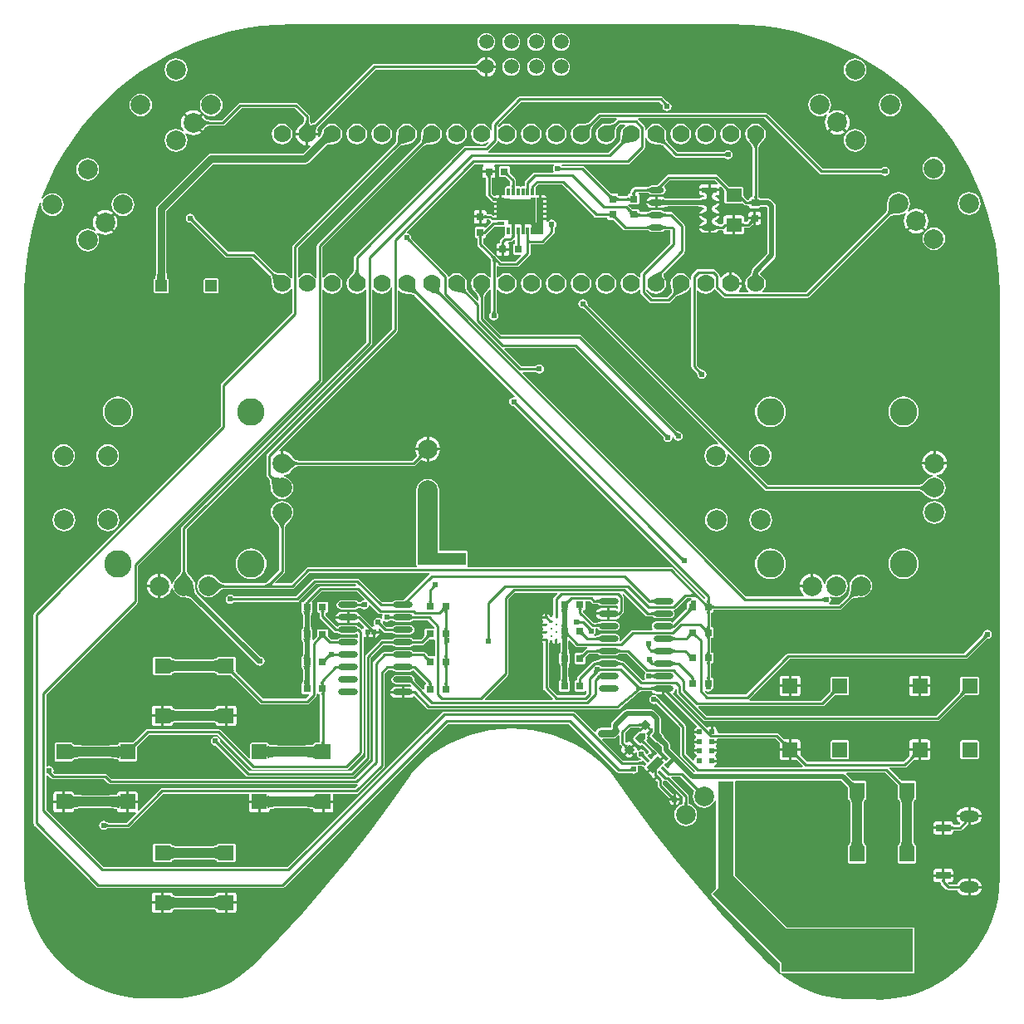
<source format=gbl>
G04 Layer_Physical_Order=2*
G04 Layer_Color=16711680*
%FSLAX25Y25*%
%MOIN*%
G70*
G01*
G75*
%ADD10R,0.03150X0.03150*%
%ADD11R,0.03150X0.03150*%
%ADD12R,0.06299X0.05512*%
%ADD23O,0.08000X0.02400*%
%ADD24C,0.01000*%
%ADD25C,0.03000*%
%ADD26C,0.02000*%
%ADD27C,0.04000*%
%ADD47R,0.06200X0.06200*%
%ADD48C,0.07000*%
%ADD49C,0.05905*%
%ADD50C,0.01181*%
%ADD51C,0.07874*%
%ADD52O,0.07874X0.04724*%
%ADD53R,0.05905X0.03150*%
%ADD54R,0.06200X0.06200*%
%ADD55C,0.11024*%
%ADD56R,0.04724X0.04724*%
%ADD57C,0.02400*%
%ADD58P,0.04454X4X180.0*%
%ADD59P,0.04454X4X90.0*%
G04:AMPARAMS|DCode=60|XSize=19.68mil|YSize=9.84mil|CornerRadius=0mil|HoleSize=0mil|Usage=FLASHONLY|Rotation=135.000|XOffset=0mil|YOffset=0mil|HoleType=Round|Shape=Rectangle|*
%AMROTATEDRECTD60*
4,1,4,0.01044,-0.00348,0.00348,-0.01044,-0.01044,0.00348,-0.00348,0.01044,0.01044,-0.00348,0.0*
%
%ADD60ROTATEDRECTD60*%

G04:AMPARAMS|DCode=61|XSize=35.43mil|YSize=62.99mil|CornerRadius=0mil|HoleSize=0mil|Usage=FLASHONLY|Rotation=135.000|XOffset=0mil|YOffset=0mil|HoleType=Round|Shape=Rectangle|*
%AMROTATEDRECTD61*
4,1,4,0.03480,0.00974,-0.00974,-0.03480,-0.03480,-0.00974,0.00974,0.03480,0.03480,0.00974,0.0*
%
%ADD61ROTATEDRECTD61*%

%ADD62R,0.01181X0.03150*%
%ADD63R,0.03150X0.01181*%
%ADD64R,0.10236X0.10236*%
%ADD65R,0.06100X0.02400*%
%ADD66O,0.06100X0.02400*%
%ADD67R,0.05110X0.05050*%
%ADD68R,0.02270X0.10605*%
%ADD69R,0.01950X0.09125*%
%ADD70R,0.03150X0.10990*%
%ADD71R,0.03202X0.08985*%
G04:AMPARAMS|DCode=72|XSize=55.44mil|YSize=18.46mil|CornerRadius=0mil|HoleSize=0mil|Usage=FLASHONLY|Rotation=45.000|XOffset=0mil|YOffset=0mil|HoleType=Round|Shape=Rectangle|*
%AMROTATEDRECTD72*
4,1,4,-0.01307,-0.02612,-0.02612,-0.01307,0.01307,0.02612,0.02612,0.01307,-0.01307,-0.02612,0.0*
%
%ADD72ROTATEDRECTD72*%

%ADD73R,0.06400X0.43200*%
G04:AMPARAMS|DCode=74|XSize=110mil|YSize=388.91mil|CornerRadius=0mil|HoleSize=0mil|Usage=FLASHONLY|Rotation=45.000|XOffset=0mil|YOffset=0mil|HoleType=Round|Shape=Rectangle|*
%AMROTATEDRECTD74*
4,1,4,0.09861,-0.17639,-0.17639,0.09861,-0.09861,0.17639,0.17639,-0.09861,0.09861,-0.17639,0.0*
%
%ADD74ROTATEDRECTD74*%

%ADD75R,0.52700X0.17200*%
%ADD76R,0.11500X0.05000*%
%ADD77R,0.07900X0.30100*%
G36*
X800059Y247510D02*
X800045Y247603D01*
X800002Y247686D01*
X799930Y247760D01*
X799829Y247823D01*
X799700Y247877D01*
X799541Y247921D01*
X799355Y247956D01*
X799139Y247980D01*
X798894Y247995D01*
X798621Y248000D01*
Y249000D01*
X798894Y249005D01*
X799355Y249044D01*
X799541Y249078D01*
X799700Y249123D01*
X799829Y249177D01*
X799930Y249240D01*
X800002Y249314D01*
X800045Y249397D01*
X800059Y249490D01*
Y247510D01*
D02*
G37*
G36*
X790924Y249089D02*
X791013Y249015D01*
X791103Y248952D01*
X791193Y248899D01*
X791284Y248855D01*
X791375Y248822D01*
X791468Y248799D01*
X791560Y248786D01*
X791653Y248783D01*
X791747Y248790D01*
X790707Y247470D01*
X790693Y247563D01*
X790671Y247656D01*
X790642Y247747D01*
X790605Y247838D01*
X790560Y247929D01*
X790508Y248019D01*
X790447Y248108D01*
X790379Y248197D01*
X790304Y248285D01*
X790220Y248373D01*
X790835Y249172D01*
X790924Y249089D01*
D02*
G37*
G36*
X766006Y249682D02*
X766051Y249042D01*
X766090Y248782D01*
X766140Y248562D01*
X766202Y248382D01*
X766275Y248242D01*
X766360Y248142D01*
X766455Y248082D01*
X766562Y248062D01*
X763438D01*
X763545Y248082D01*
X763640Y248142D01*
X763725Y248242D01*
X763798Y248382D01*
X763860Y248562D01*
X763910Y248782D01*
X763949Y249042D01*
X763977Y249342D01*
X764000Y250062D01*
X766000D01*
X766006Y249682D01*
D02*
G37*
G36*
X777931Y247608D02*
X777918Y247682D01*
X777879Y247749D01*
X777813Y247808D01*
X777721Y247859D01*
X777603Y247902D01*
X777459Y247937D01*
X777289Y247965D01*
X777093Y247984D01*
X776621Y248000D01*
Y249000D01*
X776870Y249004D01*
X777289Y249035D01*
X777459Y249063D01*
X777603Y249098D01*
X777721Y249141D01*
X777813Y249192D01*
X777879Y249251D01*
X777918Y249318D01*
X777931Y249392D01*
Y247608D01*
D02*
G37*
G36*
X919584Y245867D02*
X919506Y245923D01*
X919415Y245952D01*
X919308D01*
X919188Y245923D01*
X919054Y245867D01*
X918905Y245782D01*
X918743Y245669D01*
X918566Y245527D01*
X918170Y245160D01*
X917463Y245867D01*
X917661Y246072D01*
X917972Y246440D01*
X918085Y246602D01*
X918170Y246751D01*
X918227Y246885D01*
X918255Y247005D01*
Y247111D01*
X918227Y247203D01*
X918170Y247281D01*
X919584Y245867D01*
D02*
G37*
G36*
X814352Y245295D02*
X814275Y245352D01*
X814183Y245380D01*
X814077D01*
X813956Y245352D01*
X813822Y245295D01*
X813674Y245211D01*
X813511Y245097D01*
X813334Y244956D01*
X812938Y244588D01*
X812231Y245295D01*
X812429Y245500D01*
X812740Y245868D01*
X812853Y246031D01*
X812938Y246179D01*
X812995Y246314D01*
X813023Y246434D01*
Y246540D01*
X812995Y246632D01*
X812938Y246710D01*
X814352Y245295D01*
D02*
G37*
G36*
X921237Y247203D02*
X921209Y247111D01*
Y247005D01*
X921237Y246885D01*
X921294Y246751D01*
X921379Y246602D01*
X921492Y246440D01*
X921633Y246263D01*
X922001Y245867D01*
X921294Y245160D01*
X921089Y245358D01*
X920721Y245669D01*
X920558Y245782D01*
X920410Y245867D01*
X920275Y245923D01*
X920155Y245952D01*
X920049D01*
X919957Y245923D01*
X919879Y245867D01*
X921294Y247281D01*
X921237Y247203D01*
D02*
G37*
G36*
X876155Y247775D02*
X876127Y247683D01*
Y247577D01*
X876155Y247456D01*
X876211Y247322D01*
X876296Y247174D01*
X876409Y247011D01*
X876551Y246834D01*
X876919Y246438D01*
X876211Y245731D01*
X876006Y245929D01*
X875639Y246240D01*
X875476Y246353D01*
X875327Y246438D01*
X875193Y246495D01*
X875073Y246523D01*
X874967D01*
X874875Y246495D01*
X874797Y246438D01*
X876211Y247852D01*
X876155Y247775D01*
D02*
G37*
G36*
X869364Y247931D02*
X869406Y247840D01*
X869475Y247727D01*
X869571Y247592D01*
X869608Y247548D01*
X869912Y247852D01*
X869856Y247775D01*
X869827Y247683D01*
Y247577D01*
X869856Y247456D01*
X869912Y247322D01*
X869997Y247174D01*
X870110Y247011D01*
X870252Y246834D01*
X870600Y246459D01*
X870730Y246327D01*
X870023Y245620D01*
X869860Y245782D01*
X869732Y245905D01*
X869632Y245992D01*
X869537Y246073D01*
X869491Y245938D01*
X869440Y245718D01*
X869401Y245458D01*
X869373Y245158D01*
X869350Y244438D01*
X867350D01*
X867345Y244818D01*
X867300Y245458D01*
X867260Y245718D01*
X867210Y245938D01*
X867148Y246118D01*
X867075Y246258D01*
X866991Y246358D01*
X866895Y246418D01*
X866789Y246438D01*
X868498D01*
X868790Y246730D01*
X868624Y246876D01*
X868511Y246945D01*
X868419Y246986D01*
X868350Y247000D01*
X869350Y248001D01*
X869364Y247931D01*
D02*
G37*
G36*
X873927Y252375D02*
X874002Y252318D01*
X874083Y252267D01*
X874170Y252222D01*
X874262Y252185D01*
X874360Y252154D01*
X874464Y252131D01*
X874574Y252114D01*
X874690Y252103D01*
X874811Y252100D01*
Y251100D01*
X874690Y251097D01*
X874574Y251086D01*
X874464Y251069D01*
X874360Y251046D01*
X874262Y251015D01*
X874170Y250978D01*
X874083Y250933D01*
X874002Y250882D01*
X873927Y250825D01*
X873857Y250760D01*
Y252440D01*
X873927Y252375D01*
D02*
G37*
G36*
X794703Y251393D02*
X794716Y251299D01*
X794737Y251206D01*
X794767Y251113D01*
X794806Y251021D01*
X794854Y250930D01*
X794911Y250840D01*
X794976Y250750D01*
X795051Y250661D01*
X795134Y250573D01*
X794427Y249866D01*
X794339Y249949D01*
X794250Y250024D01*
X794160Y250089D01*
X794070Y250146D01*
X793979Y250194D01*
X793887Y250233D01*
X793794Y250263D01*
X793701Y250284D01*
X793607Y250297D01*
X793512Y250300D01*
X794700Y251488D01*
X794703Y251393D01*
D02*
G37*
G36*
X865530Y262916D02*
X864207Y261593D01*
X863964Y261229D01*
X863878Y260800D01*
X863878Y260800D01*
Y254707D01*
X863827Y254673D01*
X863606Y254342D01*
X863535Y254170D01*
X863502Y254121D01*
X863490Y254063D01*
X863419Y253890D01*
X863359Y253588D01*
X863000Y253659D01*
X862641Y253588D01*
X862581Y253890D01*
X862510Y254063D01*
X862498Y254121D01*
X862465Y254170D01*
X862394Y254342D01*
X862173Y254673D01*
X861842Y254894D01*
X861670Y254965D01*
X861621Y254998D01*
X861563Y255010D01*
X861500Y255036D01*
Y253500D01*
X861000D01*
Y253000D01*
X859464D01*
X859490Y252938D01*
X859502Y252879D01*
X859535Y252830D01*
X859606Y252658D01*
X859827Y252327D01*
X859867Y252301D01*
Y251699D01*
X859827Y251673D01*
X859606Y251342D01*
X859535Y251170D01*
X859502Y251121D01*
X859490Y251062D01*
X859464Y251000D01*
X861000D01*
Y250000D01*
X859464D01*
X859490Y249938D01*
X859502Y249879D01*
X859535Y249830D01*
X859606Y249658D01*
X859827Y249327D01*
X859867Y249301D01*
Y248699D01*
X859827Y248673D01*
X859606Y248342D01*
X859535Y248170D01*
X859502Y248121D01*
X859490Y248062D01*
X859464Y248000D01*
X861000D01*
Y247000D01*
X859464D01*
X859490Y246937D01*
X859502Y246879D01*
X859535Y246830D01*
X859606Y246658D01*
X859827Y246327D01*
X859867Y246301D01*
Y245699D01*
X859827Y245673D01*
X859606Y245342D01*
X859535Y245170D01*
X859502Y245121D01*
X859490Y245062D01*
X859464Y245000D01*
X861000D01*
Y244000D01*
X859464D01*
X859490Y243937D01*
X859502Y243879D01*
X859535Y243830D01*
X859606Y243658D01*
X859827Y243327D01*
X859878Y243293D01*
Y225200D01*
X859878Y225200D01*
X859964Y224771D01*
X860207Y224407D01*
X863730Y220883D01*
X863539Y220422D01*
X836561D01*
X836370Y220883D01*
X845593Y230107D01*
X845593Y230107D01*
X845836Y230471D01*
X845922Y230900D01*
X845922Y230900D01*
Y260835D01*
X848465Y263379D01*
X865339D01*
X865530Y262916D01*
D02*
G37*
G36*
X806955Y254397D02*
X806999Y254314D01*
X807070Y254240D01*
X807171Y254177D01*
X807300Y254123D01*
X807459Y254079D01*
X807646Y254044D01*
X807861Y254020D01*
X808106Y254005D01*
X808379Y254000D01*
Y253000D01*
X808106Y252995D01*
X807646Y252956D01*
X807459Y252922D01*
X807300Y252877D01*
X807171Y252823D01*
X807070Y252760D01*
X806999Y252686D01*
X806955Y252603D01*
X806941Y252509D01*
Y254490D01*
X806955Y254397D01*
D02*
G37*
G36*
X869356Y251182D02*
X869401Y250542D01*
X869440Y250282D01*
X869491Y250062D01*
X869553Y249882D01*
X869626Y249742D01*
X869710Y249642D01*
X869806Y249582D01*
X869912Y249562D01*
X866789D01*
X866895Y249582D01*
X866991Y249642D01*
X867075Y249742D01*
X867148Y249882D01*
X867210Y250062D01*
X867260Y250282D01*
X867300Y250542D01*
X867328Y250842D01*
X867350Y251562D01*
X869350D01*
X869356Y251182D01*
D02*
G37*
G36*
X821304Y249227D02*
X821319Y249055D01*
X821344Y248903D01*
X821379Y248771D01*
X821424Y248660D01*
X821479Y248569D01*
X821544Y248498D01*
X821619Y248447D01*
X821704Y248417D01*
X821799Y248407D01*
X819799D01*
X819894Y248417D01*
X819979Y248447D01*
X820054Y248498D01*
X820119Y248569D01*
X820174Y248660D01*
X820219Y248771D01*
X820254Y248903D01*
X820279Y249055D01*
X820294Y249227D01*
X820299Y249419D01*
X821299D01*
X821304Y249227D01*
D02*
G37*
G36*
X878460Y249606D02*
X878636Y249461D01*
X878725Y249400D01*
X878815Y249346D01*
X878904Y249300D01*
X878995Y249261D01*
X879085Y249229D01*
X879177Y249205D01*
X879268Y249188D01*
X877915Y248192D01*
X877925Y248285D01*
X877925Y248377D01*
X877914Y248469D01*
X877893Y248561D01*
X877861Y248652D01*
X877819Y248742D01*
X877767Y248833D01*
X877704Y248922D01*
X877631Y249012D01*
X877547Y249101D01*
X878373Y249689D01*
X878460Y249606D01*
D02*
G37*
G36*
X882249Y249307D02*
X882255Y249401D01*
X882232Y249485D01*
X882181Y249559D01*
X882102Y249623D01*
X881994Y249677D01*
X881858Y249721D01*
X881693Y249756D01*
X881500Y249780D01*
X881278Y249795D01*
X881028Y249800D01*
X881316Y250800D01*
X881505Y250802D01*
X881990Y250838D01*
X882125Y250859D01*
X882247Y250886D01*
X882355Y250917D01*
X882450Y250952D01*
X882532Y250992D01*
X882601Y251038D01*
X882249Y249307D01*
D02*
G37*
G36*
X926536Y249798D02*
X926551Y249626D01*
X926576Y249474D01*
X926611Y249343D01*
X926656Y249231D01*
X926711Y249140D01*
X926776Y249069D01*
X926851Y249019D01*
X926936Y248989D01*
X927031Y248978D01*
X925883D01*
X924481Y247576D01*
X924537Y247653D01*
X924564Y247744D01*
X924562Y247849D01*
X924533Y247969D01*
X924475Y248103D01*
X924389Y248252D01*
X924275Y248415D01*
X924132Y248592D01*
X923762Y248990D01*
X924469Y249697D01*
X924675Y249498D01*
X925045Y249185D01*
X925208Y249071D01*
X925251Y249045D01*
X925286Y249069D01*
X925351Y249140D01*
X925406Y249231D01*
X925451Y249343D01*
X925486Y249474D01*
X925511Y249626D01*
X925526Y249798D01*
X925531Y249990D01*
X926531D01*
X926536Y249798D01*
D02*
G37*
G36*
X1038088Y245500D02*
X1037993Y245497D01*
X1037899Y245484D01*
X1037806Y245463D01*
X1037713Y245433D01*
X1037621Y245394D01*
X1037530Y245346D01*
X1037440Y245289D01*
X1037350Y245224D01*
X1037261Y245149D01*
X1037173Y245066D01*
X1036466Y245773D01*
X1036549Y245861D01*
X1036624Y245950D01*
X1036689Y246040D01*
X1036746Y246130D01*
X1036794Y246221D01*
X1036833Y246313D01*
X1036863Y246406D01*
X1036884Y246499D01*
X1036897Y246593D01*
X1036900Y246688D01*
X1038088Y245500D01*
D02*
G37*
G36*
X821303Y246093D02*
X821315Y245978D01*
X821336Y245873D01*
X821364Y245777D01*
X821401Y245690D01*
X821445Y245611D01*
X821498Y245542D01*
X821559Y245482D01*
X821628Y245431D01*
X821706Y245388D01*
X821614Y245295D01*
X821799D01*
X821704Y245285D01*
X821619Y245255D01*
X821544Y245205D01*
X821479Y245135D01*
X821424Y245045D01*
X821379Y244935D01*
X821344Y244805D01*
X821319Y244655D01*
X821304Y244485D01*
X821299Y244295D01*
X820643D01*
X821706Y243212D01*
X821628Y243169D01*
X821559Y243118D01*
X821498Y243058D01*
X821445Y242989D01*
X821401Y242910D01*
X821364Y242823D01*
X821336Y242727D01*
X821315Y242622D01*
X821303Y242507D01*
X821299Y242384D01*
X820299Y242787D01*
X820297Y242909D01*
X820283Y243138D01*
X820271Y243244D01*
X820235Y243441D01*
X820212Y243532D01*
X820186Y243617D01*
X820156Y243698D01*
X820122Y243773D01*
X820634Y244295D01*
X820299D01*
X820294Y244485D01*
X820279Y244655D01*
X820277Y244669D01*
X820122Y244827D01*
X820156Y244902D01*
X820186Y244983D01*
X820192Y245002D01*
X820174Y245045D01*
X820119Y245135D01*
X820054Y245205D01*
X819979Y245255D01*
X819894Y245285D01*
X819799Y245295D01*
X820260D01*
X820271Y245356D01*
X820283Y245462D01*
X820297Y245691D01*
X820299Y245813D01*
X821299Y246216D01*
X821303Y246093D01*
D02*
G37*
G36*
X902757Y242159D02*
X902703Y242089D01*
X902655Y242013D01*
X902614Y241931D01*
X902579Y241841D01*
X902551Y241744D01*
X902528Y241641D01*
X902513Y241530D01*
X902503Y241413D01*
X902500Y241289D01*
X901500D01*
X901497Y241413D01*
X901487Y241530D01*
X901472Y241641D01*
X901449Y241744D01*
X901421Y241841D01*
X901386Y241931D01*
X901345Y242013D01*
X901297Y242089D01*
X901243Y242159D01*
X901183Y242221D01*
X902817D01*
X902757Y242159D01*
D02*
G37*
G36*
X800059Y242510D02*
X800045Y242603D01*
X800002Y242686D01*
X799930Y242760D01*
X799829Y242823D01*
X799700Y242877D01*
X799541Y242921D01*
X799355Y242956D01*
X799139Y242980D01*
X798894Y242995D01*
X798621Y243000D01*
Y244000D01*
X798894Y244005D01*
X799355Y244044D01*
X799541Y244078D01*
X799700Y244123D01*
X799829Y244177D01*
X799930Y244240D01*
X800002Y244314D01*
X800045Y244397D01*
X800059Y244491D01*
Y242510D01*
D02*
G37*
G36*
X778059D02*
X778045Y242603D01*
X778001Y242686D01*
X777930Y242760D01*
X777829Y242823D01*
X777700Y242877D01*
X777541Y242921D01*
X777354Y242956D01*
X777139Y242980D01*
X776894Y242995D01*
X776621Y243000D01*
Y244000D01*
X776894Y244005D01*
X777354Y244044D01*
X777541Y244078D01*
X777700Y244123D01*
X777829Y244177D01*
X777930Y244240D01*
X778001Y244314D01*
X778045Y244397D01*
X778059Y244491D01*
Y242510D01*
D02*
G37*
G36*
X904327Y239206D02*
X904316Y239262D01*
X904282Y239312D01*
X904226Y239356D01*
X904147Y239394D01*
X904045Y239426D01*
X903922Y239453D01*
X903775Y239474D01*
X903606Y239488D01*
X903200Y239500D01*
Y240500D01*
X903414Y240503D01*
X903922Y240547D01*
X904045Y240574D01*
X904147Y240606D01*
X904226Y240644D01*
X904282Y240688D01*
X904316Y240739D01*
X904327Y240794D01*
Y239206D01*
D02*
G37*
G36*
X882559Y239009D02*
X882545Y239103D01*
X882502Y239186D01*
X882430Y239260D01*
X882329Y239323D01*
X882200Y239377D01*
X882041Y239422D01*
X881855Y239456D01*
X881639Y239480D01*
X881394Y239495D01*
X881121Y239500D01*
Y240500D01*
X881394Y240505D01*
X881855Y240544D01*
X882041Y240579D01*
X882200Y240623D01*
X882329Y240677D01*
X882430Y240740D01*
X882502Y240814D01*
X882545Y240897D01*
X882559Y240990D01*
Y239009D01*
D02*
G37*
G36*
X778059Y237509D02*
X778045Y237603D01*
X778001Y237686D01*
X777930Y237760D01*
X777829Y237823D01*
X777700Y237877D01*
X777541Y237922D01*
X777354Y237956D01*
X777139Y237980D01*
X776894Y237995D01*
X776676Y237999D01*
X776590Y237997D01*
X776474Y237986D01*
X776364Y237969D01*
X776260Y237946D01*
X776162Y237915D01*
X776070Y237878D01*
X775983Y237833D01*
X775902Y237782D01*
X775827Y237725D01*
X775757Y237660D01*
Y239340D01*
X775827Y239275D01*
X775902Y239218D01*
X775983Y239167D01*
X776070Y239122D01*
X776162Y239085D01*
X776260Y239054D01*
X776364Y239031D01*
X776474Y239014D01*
X776590Y239003D01*
X776676Y239001D01*
X776894Y239005D01*
X777354Y239044D01*
X777541Y239078D01*
X777700Y239123D01*
X777829Y239177D01*
X777930Y239240D01*
X778001Y239314D01*
X778045Y239397D01*
X778059Y239491D01*
Y237509D01*
D02*
G37*
G36*
X911455Y240897D02*
X911499Y240814D01*
X911570Y240740D01*
X911671Y240677D01*
X911800Y240623D01*
X911959Y240579D01*
X912146Y240544D01*
X912361Y240520D01*
X912606Y240505D01*
X912879Y240500D01*
Y239500D01*
X912606Y239495D01*
X912146Y239456D01*
X911959Y239422D01*
X911800Y239377D01*
X911671Y239323D01*
X911570Y239260D01*
X911499Y239186D01*
X911455Y239103D01*
X911441Y239009D01*
Y240990D01*
X911455Y240897D01*
D02*
G37*
G36*
X889455D02*
X889499Y240814D01*
X889570Y240740D01*
X889671Y240677D01*
X889800Y240623D01*
X889959Y240579D01*
X890145Y240544D01*
X890361Y240520D01*
X890606Y240505D01*
X890879Y240500D01*
Y239500D01*
X890606Y239495D01*
X890145Y239456D01*
X889959Y239422D01*
X889800Y239377D01*
X889671Y239323D01*
X889570Y239260D01*
X889499Y239186D01*
X889455Y239103D01*
X889441Y239009D01*
Y240990D01*
X889455Y240897D01*
D02*
G37*
G36*
X838403Y245490D02*
X838414Y245374D01*
X838431Y245264D01*
X838454Y245160D01*
X838485Y245062D01*
X838522Y244970D01*
X838567Y244883D01*
X838618Y244802D01*
X838675Y244726D01*
X838740Y244657D01*
X837060D01*
X837125Y244726D01*
X837182Y244802D01*
X837233Y244883D01*
X837278Y244970D01*
X837315Y245062D01*
X837346Y245160D01*
X837369Y245264D01*
X837386Y245374D01*
X837397Y245490D01*
X837400Y245611D01*
X838400D01*
X838403Y245490D01*
D02*
G37*
G36*
X772804Y246275D02*
X772776Y246183D01*
Y246077D01*
X772804Y245956D01*
X772861Y245822D01*
X772946Y245674D01*
X773059Y245511D01*
X773200Y245334D01*
X773568Y244938D01*
X772861Y244231D01*
X772656Y244429D01*
X772288Y244740D01*
X772126Y244853D01*
X771977Y244938D01*
X771843Y244995D01*
X771723Y245023D01*
X771617D01*
X771525Y244995D01*
X771447Y244938D01*
X772861Y246352D01*
X772804Y246275D01*
D02*
G37*
G36*
X771152Y244938D02*
X771074Y244995D01*
X770982Y245023D01*
X770876D01*
X770756Y244995D01*
X770621Y244938D01*
X770473Y244853D01*
X770310Y244740D01*
X770133Y244599D01*
X769737Y244231D01*
X769030Y244938D01*
X769228Y245143D01*
X769539Y245511D01*
X769653Y245674D01*
X769737Y245822D01*
X769794Y245956D01*
X769822Y246077D01*
Y246183D01*
X769794Y246275D01*
X769737Y246352D01*
X771152Y244938D01*
D02*
G37*
G36*
X926936Y245857D02*
X926851Y245827D01*
X926776Y245777D01*
X926711Y245707D01*
X926656Y245617D01*
X926611Y245507D01*
X926576Y245377D01*
X926551Y245227D01*
X926536Y245057D01*
X926531Y244867D01*
X925531D01*
X925526Y245057D01*
X925511Y245227D01*
X925486Y245377D01*
X925451Y245507D01*
X925406Y245617D01*
X925351Y245707D01*
X925286Y245777D01*
X925211Y245827D01*
X925126Y245857D01*
X925031Y245867D01*
X927031D01*
X926936Y245857D01*
D02*
G37*
G36*
X911455Y245897D02*
X911499Y245814D01*
X911570Y245740D01*
X911671Y245677D01*
X911800Y245623D01*
X911959Y245579D01*
X912146Y245544D01*
X912361Y245520D01*
X912606Y245505D01*
X912879Y245500D01*
Y244500D01*
X912606Y244495D01*
X912146Y244456D01*
X911959Y244422D01*
X911800Y244377D01*
X911671Y244323D01*
X911570Y244260D01*
X911499Y244186D01*
X911455Y244103D01*
X911441Y244009D01*
Y245990D01*
X911455Y245897D01*
D02*
G37*
G36*
X766455Y244918D02*
X766360Y244858D01*
X766275Y244758D01*
X766202Y244618D01*
X766140Y244438D01*
X766090Y244218D01*
X766051Y243958D01*
X766022Y243658D01*
X766000Y242938D01*
X764000D01*
X763994Y243318D01*
X763949Y243958D01*
X763910Y244218D01*
X763860Y244438D01*
X763798Y244618D01*
X763725Y244758D01*
X763640Y244858D01*
X763545Y244918D01*
X763438Y244938D01*
X766562D01*
X766455Y244918D01*
D02*
G37*
G36*
X806955Y244397D02*
X806999Y244314D01*
X807070Y244240D01*
X807171Y244177D01*
X807300Y244123D01*
X807459Y244078D01*
X807646Y244044D01*
X807861Y244020D01*
X808106Y244005D01*
X808379Y244000D01*
Y243000D01*
X808106Y242995D01*
X807646Y242956D01*
X807459Y242921D01*
X807300Y242877D01*
X807171Y242823D01*
X807070Y242760D01*
X806999Y242686D01*
X806955Y242603D01*
X806941Y242510D01*
Y244491D01*
X806955Y244397D01*
D02*
G37*
G36*
X882559Y244009D02*
X882545Y244103D01*
X882502Y244186D01*
X882430Y244260D01*
X882329Y244323D01*
X882200Y244377D01*
X882041Y244422D01*
X881855Y244456D01*
X881639Y244480D01*
X881394Y244495D01*
X881121Y244500D01*
Y245500D01*
X881394Y245505D01*
X881855Y245544D01*
X882041Y245579D01*
X882200Y245623D01*
X882329Y245677D01*
X882430Y245740D01*
X882502Y245814D01*
X882545Y245897D01*
X882559Y245990D01*
Y244009D01*
D02*
G37*
G36*
X865500Y242964D02*
X865563Y242990D01*
X865621Y243002D01*
X865670Y243035D01*
X865842Y243106D01*
X866173Y243327D01*
X866219Y243396D01*
X866719Y243244D01*
Y240621D01*
X866701Y240582D01*
X866679Y239882D01*
X866655Y239621D01*
X866622Y239403D01*
X866585Y239241D01*
X866550Y239139D01*
X866544Y239128D01*
X866316Y239034D01*
X866280Y238947D01*
X866253Y238929D01*
X866232Y238830D01*
X866126Y238575D01*
Y235425D01*
X866232Y235170D01*
X866253Y235071D01*
X866280Y235053D01*
X866316Y234966D01*
X866544Y234872D01*
X866550Y234861D01*
X866585Y234759D01*
X866622Y234597D01*
X866654Y234387D01*
X866696Y233791D01*
X866701Y233429D01*
X866719Y233387D01*
Y229622D01*
X866701Y229582D01*
X866679Y228882D01*
X866655Y228621D01*
X866622Y228403D01*
X866585Y228240D01*
X866550Y228139D01*
X866544Y228128D01*
X866316Y228034D01*
X866280Y227946D01*
X866253Y227929D01*
X866232Y227830D01*
X866126Y227575D01*
Y224425D01*
X866316Y223966D01*
X866776Y223776D01*
X869925D01*
X870384Y223966D01*
X870575Y224425D01*
Y227575D01*
X870469Y227830D01*
X870448Y227929D01*
X870421Y227946D01*
X870384Y228034D01*
X870156Y228128D01*
X870151Y228139D01*
X870116Y228240D01*
X870079Y228403D01*
X870047Y228613D01*
X870005Y229209D01*
X870000Y229571D01*
X869982Y229613D01*
Y233379D01*
X870000Y233418D01*
X870021Y234118D01*
X870046Y234379D01*
X870079Y234597D01*
X870116Y234759D01*
X870151Y234861D01*
X870156Y234872D01*
X870384Y234966D01*
X870421Y235053D01*
X870448Y235071D01*
X870469Y235170D01*
X870575Y235425D01*
Y238575D01*
X870469Y238830D01*
X870448Y238929D01*
X870421Y238947D01*
X870384Y239034D01*
X870156Y239128D01*
X870151Y239139D01*
X870116Y239241D01*
X870079Y239403D01*
X870047Y239613D01*
X870005Y240209D01*
X870000Y240571D01*
X869982Y240613D01*
Y244075D01*
X870482Y244283D01*
X872857Y241907D01*
X872857Y241907D01*
X873221Y241664D01*
X873650Y241579D01*
X877384D01*
X877433Y241078D01*
X877220Y241036D01*
X876857Y240793D01*
X875831Y239768D01*
X875769Y239744D01*
X875388Y239390D01*
X875246Y239276D01*
X875173Y239224D01*
X873075D01*
X872616Y239034D01*
X872425Y238575D01*
Y235425D01*
X872616Y234966D01*
X873075Y234776D01*
X876224D01*
X876684Y234966D01*
X876874Y235425D01*
Y237523D01*
X876920Y237589D01*
X877201Y237919D01*
X877386Y238110D01*
X877411Y238175D01*
X878114Y238878D01*
X881046D01*
X881110Y238851D01*
X881369Y238846D01*
X881583Y238833D01*
X881759Y238813D01*
X881838Y238799D01*
X881902Y238702D01*
X882088Y238578D01*
X882100Y238550D01*
X882148Y238530D01*
X882175Y238486D01*
X882256Y238466D01*
X882498Y238304D01*
X883200Y238165D01*
X888800D01*
X889502Y238304D01*
X889744Y238466D01*
X889825Y238486D01*
X889852Y238530D01*
X889900Y238550D01*
X889912Y238578D01*
X890098Y238702D01*
X890162Y238799D01*
X890232Y238811D01*
X890639Y238846D01*
X890890Y238851D01*
X890954Y238878D01*
X893335D01*
X900675Y231539D01*
X900707Y231505D01*
X900776Y230859D01*
X900604Y230602D01*
X900465Y229900D01*
X900604Y229198D01*
X900789Y228922D01*
X900522Y228421D01*
X899665D01*
X892293Y235793D01*
X891929Y236036D01*
X891500Y236122D01*
X891500Y236122D01*
X890954D01*
X890890Y236149D01*
X890631Y236154D01*
X890417Y236167D01*
X890241Y236187D01*
X890162Y236201D01*
X890098Y236298D01*
X889912Y236422D01*
X889900Y236450D01*
X889852Y236470D01*
X889825Y236514D01*
X889744Y236534D01*
X889502Y236696D01*
X888800Y236835D01*
X883200D01*
X882498Y236696D01*
X882256Y236534D01*
X882175Y236514D01*
X882148Y236470D01*
X882100Y236450D01*
X882088Y236422D01*
X881902Y236298D01*
X881838Y236201D01*
X881768Y236189D01*
X881361Y236154D01*
X881110Y236149D01*
X881046Y236122D01*
X880607D01*
X880607Y236122D01*
X880178Y236036D01*
X879814Y235793D01*
X879814Y235793D01*
X873857Y229836D01*
X873613Y229472D01*
X873528Y229042D01*
X873528Y229042D01*
Y228641D01*
X873500Y228579D01*
X873496Y228406D01*
X873485Y228278D01*
X873476Y228224D01*
X873075D01*
X872616Y228034D01*
X872425Y227575D01*
Y224425D01*
X872616Y223966D01*
X873075Y223776D01*
X876224D01*
X876684Y223966D01*
X876778Y224195D01*
X877278Y224095D01*
Y223027D01*
X876473Y222221D01*
X865565D01*
X862122Y225665D01*
Y243293D01*
X862173Y243327D01*
X862394Y243658D01*
X862465Y243830D01*
X862498Y243879D01*
X862510Y243937D01*
X862581Y244110D01*
X862641Y244412D01*
X863000Y244341D01*
X863359Y244412D01*
X863419Y244110D01*
X863490Y243937D01*
X863502Y243879D01*
X863535Y243830D01*
X863606Y243658D01*
X863827Y243327D01*
X864158Y243106D01*
X864330Y243035D01*
X864379Y243002D01*
X864437Y242990D01*
X864500Y242964D01*
Y244500D01*
X865500D01*
Y242964D01*
D02*
G37*
G36*
X766455Y255918D02*
X766360Y255858D01*
X766275Y255758D01*
X766202Y255618D01*
X766140Y255438D01*
X766090Y255218D01*
X766051Y254958D01*
X766022Y254658D01*
X766000Y253938D01*
X764000D01*
X763994Y254318D01*
X763949Y254958D01*
X763910Y255218D01*
X763860Y255438D01*
X763798Y255618D01*
X763725Y255758D01*
X763640Y255858D01*
X763545Y255918D01*
X763438Y255938D01*
X766562D01*
X766455Y255918D01*
D02*
G37*
G36*
X987303Y262193D02*
X986694Y262190D01*
X985141Y262073D01*
X984714Y261997D01*
X984333Y261903D01*
X983998Y261791D01*
X983708Y261660D01*
X983463Y261512D01*
X983265Y261345D01*
X982557Y262052D01*
X982724Y262251D01*
X982873Y262495D01*
X983003Y262785D01*
X983115Y263121D01*
X983210Y263502D01*
X983285Y263928D01*
X983343Y264401D01*
X983403Y265482D01*
X983406Y266091D01*
X987303Y262193D01*
D02*
G37*
G36*
X921274Y262400D02*
X921774Y261193D01*
X921629Y261327D01*
X921479Y261447D01*
X921323Y261554D01*
X921161Y261645D01*
X920994Y261723D01*
X920820Y261787D01*
X920640Y261836D01*
X920455Y261872D01*
X920264Y261893D01*
X920067Y261900D01*
X919067Y262900D01*
X919250Y262907D01*
X919398Y262928D01*
X919513Y262964D01*
X919594Y263013D01*
X919640Y263077D01*
X919652Y263155D01*
X919630Y263246D01*
X919574Y263353D01*
X919484Y263473D01*
X919360Y263607D01*
X921274Y262400D01*
D02*
G37*
G36*
X816588Y265300D02*
X816493Y265297D01*
X816399Y265284D01*
X816306Y265263D01*
X816213Y265233D01*
X816121Y265194D01*
X816030Y265146D01*
X815940Y265089D01*
X815850Y265024D01*
X815761Y264949D01*
X815673Y264866D01*
X814966Y265573D01*
X815049Y265661D01*
X815124Y265750D01*
X815189Y265840D01*
X815246Y265930D01*
X815294Y266021D01*
X815333Y266113D01*
X815363Y266206D01*
X815384Y266299D01*
X815397Y266393D01*
X815400Y266488D01*
X816588Y265300D01*
D02*
G37*
G36*
X728717Y268457D02*
X729898Y267442D01*
X730254Y267194D01*
X730589Y266991D01*
X730906Y266833D01*
X731203Y266720D01*
X731481Y266653D01*
X731740Y266630D01*
Y265630D01*
X731481Y265607D01*
X731203Y265540D01*
X730906Y265427D01*
X730589Y265269D01*
X730254Y265066D01*
X729898Y264818D01*
X729524Y264525D01*
X728717Y263803D01*
X728284Y263374D01*
Y268886D01*
X728717Y268457D01*
D02*
G37*
G36*
X719574Y265612D02*
X719604Y265159D01*
X719659Y264733D01*
X719736Y264332D01*
X719838Y263957D01*
X719963Y263609D01*
X720112Y263286D01*
X720284Y262989D01*
X720480Y262719D01*
X720700Y262474D01*
X719286Y261060D01*
X719041Y261280D01*
X718771Y261476D01*
X718474Y261648D01*
X718151Y261797D01*
X717803Y261922D01*
X717428Y262024D01*
X717028Y262102D01*
X716601Y262156D01*
X716148Y262186D01*
X715669Y262193D01*
X719567Y266091D01*
X719574Y265612D01*
D02*
G37*
G36*
X972643Y259860D02*
X972573Y259925D01*
X972498Y259982D01*
X972417Y260033D01*
X972330Y260078D01*
X972238Y260115D01*
X972140Y260146D01*
X972036Y260169D01*
X971926Y260186D01*
X971810Y260197D01*
X971689Y260200D01*
Y261200D01*
X971810Y261203D01*
X971926Y261214D01*
X972036Y261231D01*
X972140Y261254D01*
X972238Y261285D01*
X972330Y261322D01*
X972417Y261367D01*
X972498Y261418D01*
X972573Y261475D01*
X972643Y261540D01*
Y259860D01*
D02*
G37*
G36*
X805983Y260269D02*
X805882Y260146D01*
X805810Y260039D01*
X805767Y259945D01*
X805753Y259866D01*
X805767Y259801D01*
X805810Y259751D01*
X805882Y259715D01*
X805983Y259693D01*
X806112Y259686D01*
X803284D01*
X803423Y259693D01*
X803563Y259715D01*
X803703Y259751D01*
X803844Y259801D01*
X803985Y259866D01*
X804127Y259945D01*
X804269Y260039D01*
X804412Y260146D01*
X804555Y260269D01*
X804698Y260405D01*
X806112D01*
X805983Y260269D01*
D02*
G37*
G36*
X870730Y260173D02*
X870567Y260007D01*
X870447Y259883D01*
X870341Y259762D01*
X870107Y259487D01*
X869992Y259324D01*
X869906Y259175D01*
X869848Y259041D01*
X869819Y258921D01*
X869818Y258815D01*
X869845Y258724D01*
X869900Y258648D01*
X869615Y258933D01*
X869475Y258773D01*
X869406Y258660D01*
X869364Y258569D01*
X869350Y258499D01*
X868350Y259500D01*
X868419Y259514D01*
X868511Y259555D01*
X868624Y259624D01*
X868758Y259721D01*
X868796Y259752D01*
X868498Y260050D01*
X868575Y259994D01*
X868666Y259967D01*
X868771Y259969D01*
X868891Y259998D01*
X869025Y260056D01*
X869174Y260142D01*
X869337Y260256D01*
X869514Y260399D01*
X869891Y260749D01*
X870023Y260880D01*
X870730Y260173D01*
D02*
G37*
G36*
X735126Y261575D02*
X735202Y261518D01*
X735283Y261467D01*
X735370Y261422D01*
X735462Y261385D01*
X735560Y261354D01*
X735664Y261331D01*
X735774Y261314D01*
X735890Y261303D01*
X736011Y261300D01*
Y260300D01*
X735890Y260297D01*
X735774Y260286D01*
X735664Y260269D01*
X735560Y260246D01*
X735462Y260215D01*
X735370Y260178D01*
X735283Y260133D01*
X735202Y260082D01*
X735126Y260025D01*
X735057Y259960D01*
Y261640D01*
X735126Y261575D01*
D02*
G37*
G36*
X811514Y317600D02*
X811423Y317643D01*
X811327Y317667D01*
X811225Y317672D01*
X811119Y317658D01*
X811009Y317625D01*
X810894Y317573D01*
X810774Y317503D01*
X810649Y317413D01*
X810519Y317305D01*
X810385Y317178D01*
X809678Y317885D01*
X809805Y318019D01*
X809914Y318149D01*
X810003Y318274D01*
X810073Y318394D01*
X810125Y318509D01*
X810158Y318619D01*
X810172Y318725D01*
X810167Y318827D01*
X810143Y318923D01*
X810100Y319015D01*
X811514Y317600D01*
D02*
G37*
G36*
X758244Y317670D02*
X759426Y316655D01*
X759781Y316407D01*
X760117Y316203D01*
X760434Y316046D01*
X760731Y315933D01*
X761009Y315865D01*
X761267Y315843D01*
Y314843D01*
X761009Y314820D01*
X760731Y314752D01*
X760434Y314640D01*
X760117Y314482D01*
X759781Y314279D01*
X759426Y314031D01*
X759051Y313737D01*
X758244Y313015D01*
X757812Y312587D01*
Y318098D01*
X758244Y317670D01*
D02*
G37*
G36*
X913161Y327851D02*
X913250Y327776D01*
X913340Y327711D01*
X913430Y327654D01*
X913521Y327606D01*
X913613Y327567D01*
X913706Y327537D01*
X913799Y327516D01*
X913893Y327503D01*
X913988Y327500D01*
X912800Y326312D01*
X912797Y326407D01*
X912784Y326501D01*
X912763Y326594D01*
X912733Y326687D01*
X912694Y326779D01*
X912646Y326870D01*
X912589Y326960D01*
X912524Y327050D01*
X912449Y327139D01*
X912366Y327227D01*
X913073Y327934D01*
X913161Y327851D01*
D02*
G37*
G36*
X909061Y327251D02*
X909150Y327176D01*
X909240Y327111D01*
X909330Y327054D01*
X909421Y327006D01*
X909513Y326967D01*
X909606Y326937D01*
X909699Y326916D01*
X909793Y326903D01*
X909888Y326900D01*
X908700Y325712D01*
X908697Y325807D01*
X908684Y325901D01*
X908663Y325994D01*
X908633Y326087D01*
X908594Y326179D01*
X908546Y326270D01*
X908489Y326360D01*
X908424Y326450D01*
X908349Y326539D01*
X908266Y326627D01*
X908973Y327334D01*
X909061Y327251D01*
D02*
G37*
G36*
X751121Y310118D02*
X751365Y309970D01*
X751655Y309839D01*
X751991Y309727D01*
X752372Y309633D01*
X752798Y309557D01*
X753270Y309500D01*
X754352Y309440D01*
X754961Y309437D01*
X751063Y305539D01*
X751060Y306148D01*
X750943Y307702D01*
X750867Y308128D01*
X750773Y308509D01*
X750661Y308845D01*
X750530Y309135D01*
X750382Y309379D01*
X750215Y309578D01*
X750922Y310285D01*
X751121Y310118D01*
D02*
G37*
G36*
X716153Y272139D02*
X716220Y271861D01*
X716333Y271564D01*
X716491Y271247D01*
X716694Y270911D01*
X716942Y270556D01*
X717235Y270181D01*
X717957Y269374D01*
X718386Y268942D01*
X716130D01*
X716132Y268623D01*
X716232Y267118D01*
X716263Y266989D01*
X716298Y266896D01*
X716338Y266837D01*
X714923D01*
X714962Y266896D01*
X714997Y266989D01*
X715028Y267118D01*
X715055Y267282D01*
X715097Y267714D01*
X715128Y268623D01*
X715130Y268942D01*
X712874D01*
X713303Y269374D01*
X714318Y270556D01*
X714566Y270911D01*
X714769Y271247D01*
X714927Y271564D01*
X715040Y271861D01*
X715107Y272139D01*
X715130Y272397D01*
X716130D01*
X716153Y272139D01*
D02*
G37*
G36*
X750920Y267203D02*
X750830Y267083D01*
X750774Y266976D01*
X750752Y266885D01*
X750764Y266807D01*
X750810Y266743D01*
X750891Y266694D01*
X751005Y266658D01*
X751154Y266637D01*
X751337Y266630D01*
X749130Y265630D01*
X747923Y266630D01*
X748120Y266637D01*
X748311Y266658D01*
X748496Y266694D01*
X748676Y266743D01*
X748850Y266807D01*
X749017Y266885D01*
X749179Y266976D01*
X749335Y267083D01*
X749486Y267203D01*
X749630Y267337D01*
X751044D01*
X750920Y267203D01*
D02*
G37*
G36*
X757327Y292413D02*
X756312Y291231D01*
X756064Y290876D01*
X755861Y290540D01*
X755703Y290224D01*
X755590Y289927D01*
X755523Y289649D01*
X755500Y289390D01*
X754500D01*
X754477Y289649D01*
X754410Y289927D01*
X754297Y290224D01*
X754139Y290540D01*
X753936Y290876D01*
X753688Y291231D01*
X753395Y291606D01*
X752673Y292413D01*
X752244Y292846D01*
X757756D01*
X757327Y292413D01*
D02*
G37*
G36*
X915360Y277853D02*
X915449Y277780D01*
X915539Y277717D01*
X915629Y277666D01*
X915720Y277625D01*
X915810Y277594D01*
X915901Y277574D01*
X915993Y277565D01*
X916084Y277567D01*
X916176Y277579D01*
X915217Y276200D01*
X915198Y276290D01*
X915172Y276380D01*
X915139Y276470D01*
X915098Y276559D01*
X915050Y276648D01*
X914995Y276737D01*
X914933Y276825D01*
X914864Y276913D01*
X914704Y277088D01*
X915271Y277936D01*
X915360Y277853D01*
D02*
G37*
G36*
X788010Y260804D02*
X787809Y260297D01*
X787298Y260196D01*
X786765Y259840D01*
X786701Y259816D01*
X786654Y259772D01*
X786627Y259751D01*
X786596Y259732D01*
X786561Y259714D01*
X786519Y259697D01*
X786470Y259682D01*
X786413Y259669D01*
X786347Y259659D01*
X786273Y259652D01*
X786260Y259652D01*
X786131Y259654D01*
X785917Y259667D01*
X785741Y259687D01*
X785662Y259701D01*
X785598Y259798D01*
X785412Y259922D01*
X785400Y259950D01*
X785352Y259970D01*
X785325Y260014D01*
X785244Y260034D01*
X785002Y260196D01*
X784300Y260335D01*
X778700D01*
X777998Y260196D01*
X777402Y259798D01*
X777004Y259202D01*
X776865Y258500D01*
X777004Y257798D01*
X777402Y257202D01*
X777998Y256804D01*
X778700Y256665D01*
X784300D01*
X785002Y256804D01*
X785244Y256966D01*
X785325Y256986D01*
X785352Y257030D01*
X785400Y257050D01*
X785412Y257078D01*
X785598Y257202D01*
X785662Y257299D01*
X785732Y257311D01*
X786139Y257346D01*
X786260Y257348D01*
X786273Y257348D01*
X786347Y257341D01*
X786413Y257331D01*
X786470Y257318D01*
X786519Y257303D01*
X786561Y257286D01*
X786596Y257268D01*
X786627Y257249D01*
X786654Y257228D01*
X786701Y257184D01*
X786765Y257160D01*
X787298Y256804D01*
X788000Y256665D01*
X788702Y256804D01*
X789298Y257202D01*
X789696Y257798D01*
X789797Y258309D01*
X790304Y258509D01*
X793607Y255207D01*
X793607Y255207D01*
X793971Y254964D01*
X794400Y254878D01*
X795155D01*
X795422Y254379D01*
X795304Y254202D01*
X795165Y253500D01*
X795264Y252999D01*
X794812Y252804D01*
X794794Y252800D01*
X794202Y253196D01*
X793500Y253335D01*
X792798Y253196D01*
X792202Y252798D01*
X791804Y252202D01*
X791665Y251500D01*
X791804Y250798D01*
X792133Y250307D01*
X791940Y249901D01*
X791888Y249841D01*
X791185Y249701D01*
X786593Y254293D01*
X786273Y254507D01*
X785886Y255086D01*
X785158Y255572D01*
X784300Y255743D01*
X782000D01*
Y253500D01*
Y251257D01*
X784300D01*
X785158Y251428D01*
X785835Y251879D01*
X787963Y249751D01*
X787914Y249253D01*
X787814Y249186D01*
X787571Y248822D01*
X786927Y248759D01*
X786393Y249293D01*
X786029Y249536D01*
X785733Y249595D01*
X785598Y249798D01*
X785002Y250196D01*
X784300Y250335D01*
X778700D01*
X777998Y250196D01*
X777608Y249935D01*
X777558Y249924D01*
X777534Y249886D01*
X777500Y249863D01*
X777472Y249851D01*
X777468Y249841D01*
X777402Y249798D01*
X776887Y249799D01*
X772421Y254265D01*
Y254859D01*
X772448Y254921D01*
X772453Y255091D01*
X772464Y255216D01*
X772474Y255276D01*
X772874D01*
X773333Y255466D01*
X773523Y255925D01*
Y259075D01*
X773333Y259534D01*
X772874Y259724D01*
X769724D01*
X769265Y259534D01*
X769075Y259075D01*
Y255925D01*
X769265Y255466D01*
X769724Y255276D01*
X770124D01*
X770134Y255216D01*
X770146Y255091D01*
X770150Y254921D01*
X770178Y254859D01*
Y253801D01*
X770178Y253801D01*
X770263Y253372D01*
X770506Y253008D01*
X775807Y247707D01*
X775807Y247707D01*
X776171Y247464D01*
X776491Y247400D01*
X776600Y247351D01*
X777050Y247336D01*
X777205Y247320D01*
X777330Y247300D01*
X777338Y247298D01*
X777402Y247202D01*
X777468Y247159D01*
X777472Y247148D01*
X777500Y247137D01*
X777534Y247114D01*
X777558Y247076D01*
X777608Y247065D01*
X777998Y246804D01*
X778700Y246665D01*
X784300D01*
X784978Y246800D01*
X785007Y246801D01*
X785478Y246521D01*
Y245452D01*
X785067Y245195D01*
X784978Y245200D01*
X784300Y245335D01*
X778700D01*
X777998Y245196D01*
X777756Y245034D01*
X777675Y245014D01*
X777648Y244970D01*
X777600Y244950D01*
X777588Y244922D01*
X777402Y244798D01*
X777338Y244701D01*
X777268Y244689D01*
X776861Y244654D01*
X776610Y244649D01*
X776546Y244621D01*
X774764D01*
X774067Y245318D01*
X774044Y245380D01*
X773693Y245759D01*
X773580Y245900D01*
X773523Y245981D01*
Y248075D01*
X773333Y248534D01*
X772874Y248724D01*
X769724D01*
X769265Y248534D01*
X769075Y248075D01*
Y245981D01*
X769024Y245907D01*
X768746Y245579D01*
X768563Y245389D01*
X768538Y245324D01*
X767652Y244439D01*
X767563Y244461D01*
X767224Y244925D01*
Y248075D01*
X767119Y248330D01*
X767098Y248429D01*
X767070Y248446D01*
X767034Y248534D01*
X766806Y248628D01*
X766801Y248639D01*
X766766Y248741D01*
X766728Y248903D01*
X766697Y249113D01*
X766655Y249709D01*
X766649Y250071D01*
X766631Y250113D01*
Y253878D01*
X766649Y253918D01*
X766671Y254618D01*
X766695Y254879D01*
X766728Y255097D01*
X766766Y255259D01*
X766801Y255361D01*
X766806Y255372D01*
X767034Y255466D01*
X767070Y255554D01*
X767098Y255571D01*
X767119Y255670D01*
X767224Y255925D01*
Y259075D01*
X767034Y259534D01*
X766965Y259879D01*
X770965Y263878D01*
X784935D01*
X788010Y260804D01*
D02*
G37*
G36*
X875555Y256928D02*
X875470Y256898D01*
X875395Y256848D01*
X875330Y256778D01*
X875275Y256688D01*
X875230Y256578D01*
X875195Y256448D01*
X875170Y256298D01*
X875155Y256128D01*
X875150Y255938D01*
X874150D01*
X874145Y256128D01*
X874130Y256298D01*
X874105Y256448D01*
X874070Y256578D01*
X874025Y256688D01*
X873970Y256778D01*
X873905Y256848D01*
X873830Y256898D01*
X873745Y256928D01*
X873650Y256938D01*
X875650D01*
X875555Y256928D01*
D02*
G37*
G36*
X820652Y256367D02*
X821799D01*
X821704Y256357D01*
X821619Y256327D01*
X821544Y256277D01*
X821479Y256207D01*
X821424Y256117D01*
X821379Y256007D01*
X821344Y255877D01*
X821319Y255727D01*
X821304Y255557D01*
X821299Y255367D01*
X820299D01*
X820294Y255557D01*
X820279Y255727D01*
X820254Y255877D01*
X820219Y256007D01*
X820174Y256117D01*
X820119Y256207D01*
X820054Y256277D01*
X820012Y256305D01*
X819973Y256282D01*
X819810Y256169D01*
X819633Y256027D01*
X819237Y255660D01*
X818530Y256367D01*
X818728Y256572D01*
X819039Y256940D01*
X819153Y257102D01*
X819237Y257251D01*
X819294Y257385D01*
X819322Y257505D01*
Y257611D01*
X819294Y257703D01*
X819237Y257781D01*
X820652Y256367D01*
D02*
G37*
G36*
X927591Y258548D02*
X927621Y258463D01*
X927672Y258388D01*
X927743Y258323D01*
X927834Y258268D01*
X927945Y258223D01*
X928077Y258188D01*
X928228Y258163D01*
X928401Y258148D01*
X928593Y258143D01*
Y257143D01*
X928401Y257138D01*
X928228Y257123D01*
X928077Y257098D01*
X927945Y257063D01*
X927834Y257018D01*
X927743Y256963D01*
X927672Y256898D01*
X927621Y256823D01*
X927591Y256738D01*
X927581Y256643D01*
Y258643D01*
X927591Y258548D01*
D02*
G37*
G36*
X919584Y256081D02*
X919506Y256138D01*
X919415Y256166D01*
X919308D01*
X919188Y256138D01*
X919054Y256081D01*
X918905Y255996D01*
X918743Y255883D01*
X918566Y255742D01*
X918170Y255374D01*
X917463Y256081D01*
X917661Y256286D01*
X917972Y256654D01*
X918085Y256816D01*
X918170Y256965D01*
X918227Y257099D01*
X918255Y257219D01*
Y257326D01*
X918227Y257417D01*
X918170Y257495D01*
X919584Y256081D01*
D02*
G37*
G36*
X926936Y256071D02*
X926851Y256041D01*
X926776Y255991D01*
X926711Y255921D01*
X926656Y255831D01*
X926611Y255721D01*
X926576Y255591D01*
X926551Y255441D01*
X926536Y255271D01*
X926531Y255081D01*
X925531D01*
X925526Y255271D01*
X925511Y255441D01*
X925486Y255591D01*
X925451Y255721D01*
X925406Y255831D01*
X925351Y255921D01*
X925286Y255991D01*
X925211Y256041D01*
X925126Y256071D01*
X925031Y256081D01*
X927031D01*
X926936Y256071D01*
D02*
G37*
G36*
X904559Y254010D02*
X904545Y254103D01*
X904502Y254186D01*
X904430Y254260D01*
X904329Y254323D01*
X904200Y254377D01*
X904041Y254421D01*
X903854Y254456D01*
X903639Y254480D01*
X903394Y254495D01*
X903121Y254500D01*
Y255500D01*
X903394Y255505D01*
X903854Y255544D01*
X904041Y255578D01*
X904200Y255623D01*
X904329Y255677D01*
X904430Y255740D01*
X904502Y255814D01*
X904545Y255897D01*
X904559Y255991D01*
Y254010D01*
D02*
G37*
G36*
X800059Y252509D02*
X800045Y252603D01*
X800002Y252686D01*
X799930Y252760D01*
X799829Y252823D01*
X799700Y252877D01*
X799541Y252922D01*
X799355Y252956D01*
X799139Y252980D01*
X798894Y252995D01*
X798737Y252998D01*
X798690Y252997D01*
X798574Y252986D01*
X798464Y252969D01*
X798360Y252946D01*
X798262Y252915D01*
X798170Y252878D01*
X798083Y252833D01*
X798002Y252782D01*
X797927Y252725D01*
X797857Y252660D01*
Y254340D01*
X797927Y254275D01*
X798002Y254218D01*
X798083Y254167D01*
X798170Y254122D01*
X798262Y254085D01*
X798360Y254054D01*
X798464Y254031D01*
X798574Y254014D01*
X798690Y254003D01*
X798737Y254002D01*
X798894Y254005D01*
X799355Y254044D01*
X799541Y254079D01*
X799700Y254123D01*
X799829Y254177D01*
X799930Y254240D01*
X800002Y254314D01*
X800045Y254397D01*
X800059Y254490D01*
Y252509D01*
D02*
G37*
G36*
X869806Y256918D02*
X869710Y256858D01*
X869626Y256758D01*
X869553Y256618D01*
X869491Y256438D01*
X869440Y256218D01*
X869401Y255958D01*
X869373Y255658D01*
X869350Y254938D01*
X867350D01*
X867345Y255318D01*
X867300Y255958D01*
X867260Y256218D01*
X867210Y256438D01*
X867148Y256618D01*
X867075Y256758D01*
X866991Y256858D01*
X866895Y256918D01*
X866789Y256938D01*
X869912D01*
X869806Y256918D01*
D02*
G37*
G36*
X772204Y255928D02*
X772119Y255898D01*
X772044Y255848D01*
X771979Y255778D01*
X771924Y255688D01*
X771879Y255578D01*
X771844Y255448D01*
X771819Y255298D01*
X771804Y255128D01*
X771799Y254938D01*
X770799D01*
X770794Y255128D01*
X770779Y255298D01*
X770754Y255448D01*
X770719Y255578D01*
X770674Y255688D01*
X770619Y255778D01*
X770554Y255848D01*
X770479Y255898D01*
X770394Y255928D01*
X770299Y255938D01*
X772299D01*
X772204Y255928D01*
D02*
G37*
G36*
X904559Y259010D02*
X904545Y259103D01*
X904502Y259186D01*
X904430Y259260D01*
X904329Y259323D01*
X904200Y259377D01*
X904041Y259421D01*
X903854Y259456D01*
X903639Y259480D01*
X903394Y259495D01*
X903121Y259500D01*
Y260500D01*
X903394Y260505D01*
X903854Y260544D01*
X904041Y260578D01*
X904200Y260623D01*
X904329Y260677D01*
X904430Y260740D01*
X904502Y260814D01*
X904545Y260897D01*
X904559Y260991D01*
Y259010D01*
D02*
G37*
G36*
X882559D02*
X882545Y259103D01*
X882502Y259186D01*
X882430Y259260D01*
X882329Y259323D01*
X882200Y259377D01*
X882041Y259421D01*
X881855Y259456D01*
X881639Y259480D01*
X881394Y259495D01*
X881121Y259500D01*
Y260500D01*
X881394Y260505D01*
X881855Y260544D01*
X882041Y260578D01*
X882200Y260623D01*
X882329Y260677D01*
X882430Y260740D01*
X882502Y260814D01*
X882545Y260897D01*
X882559Y260991D01*
Y259010D01*
D02*
G37*
G36*
X815005Y260298D02*
X815020Y260126D01*
X815045Y259974D01*
X815080Y259843D01*
X815125Y259731D01*
X815180Y259640D01*
X815245Y259570D01*
X815320Y259519D01*
X815405Y259489D01*
X815500Y259478D01*
X813500D01*
X813595Y259489D01*
X813680Y259519D01*
X813755Y259570D01*
X813820Y259640D01*
X813875Y259731D01*
X813920Y259843D01*
X813955Y259974D01*
X813980Y260126D01*
X813995Y260298D01*
X814000Y260490D01*
X815000D01*
X815005Y260298D01*
D02*
G37*
G36*
X926536Y260012D02*
X926551Y259840D01*
X926576Y259688D01*
X926611Y259557D01*
X926656Y259446D01*
X926711Y259354D01*
X926776Y259284D01*
X926851Y259233D01*
X926936Y259203D01*
X927031Y259193D01*
X925883D01*
X924481Y257790D01*
X924537Y257867D01*
X924564Y257958D01*
X924562Y258064D01*
X924533Y258184D01*
X924475Y258318D01*
X924389Y258466D01*
X924275Y258629D01*
X924132Y258807D01*
X923762Y259205D01*
X924469Y259912D01*
X924675Y259713D01*
X925045Y259399D01*
X925208Y259285D01*
X925251Y259260D01*
X925286Y259284D01*
X925351Y259354D01*
X925406Y259446D01*
X925451Y259557D01*
X925486Y259688D01*
X925511Y259840D01*
X925526Y260012D01*
X925531Y260205D01*
X926531D01*
X926536Y260012D01*
D02*
G37*
G36*
X765503Y259304D02*
X765547Y258793D01*
X765573Y258647D01*
X765605Y258515D01*
X765643Y258395D01*
X765687Y258287D01*
X765737Y258192D01*
X765792Y258110D01*
X764208D01*
X764263Y258192D01*
X764313Y258287D01*
X764357Y258395D01*
X764395Y258515D01*
X764427Y258647D01*
X764453Y258793D01*
X764488Y259121D01*
X764497Y259304D01*
X764500Y259500D01*
X765500D01*
X765503Y259304D01*
D02*
G37*
G36*
X920740Y258084D02*
X920085Y257289D01*
X919378Y257996D01*
X919420Y258039D01*
X919485Y258116D01*
X919509Y258149D01*
X919526Y258180D01*
X919538Y258207D01*
X919544Y258231D01*
X919544Y258252D01*
X919537Y258269D01*
X919525Y258284D01*
X920740Y258084D01*
D02*
G37*
G36*
X900907Y254207D02*
X900907Y254207D01*
X901271Y253964D01*
X901700Y253878D01*
X901700Y253878D01*
X903046D01*
X903110Y253851D01*
X903369Y253846D01*
X903583Y253833D01*
X903759Y253813D01*
X903838Y253799D01*
X903902Y253702D01*
X904088Y253578D01*
X904100Y253550D01*
X904148Y253530D01*
X904175Y253486D01*
X904256Y253466D01*
X904498Y253304D01*
X905200Y253165D01*
X910800D01*
X911502Y253304D01*
X912098Y253702D01*
X912496Y254298D01*
X912635Y255000D01*
X912496Y255702D01*
X912235Y256093D01*
X912233Y256113D01*
X912438Y256626D01*
X912629Y256664D01*
X912993Y256907D01*
X917365Y261279D01*
X919271D01*
X919422Y260778D01*
X919002Y260498D01*
X918604Y259902D01*
X918597Y259867D01*
X918157D01*
X917698Y259677D01*
X917508Y259218D01*
Y257123D01*
X917456Y257050D01*
X917179Y256722D01*
X916996Y256532D01*
X916970Y256467D01*
X911920Y251417D01*
X911502Y251696D01*
X910800Y251835D01*
X905200D01*
X904498Y251696D01*
X903902Y251298D01*
X903504Y250702D01*
X903365Y250000D01*
X903504Y249298D01*
X903756Y248921D01*
X903491Y248422D01*
X895700D01*
X895271Y248336D01*
X894907Y248093D01*
X894907Y248093D01*
X890931Y244117D01*
X890924Y244119D01*
X890518Y244411D01*
X890635Y245000D01*
X890496Y245702D01*
X890098Y246298D01*
X889502Y246696D01*
X888800Y246835D01*
X883200D01*
X882498Y246696D01*
X882256Y246534D01*
X882175Y246514D01*
X882148Y246470D01*
X882100Y246450D01*
X882088Y246422D01*
X881902Y246298D01*
X881838Y246201D01*
X881768Y246189D01*
X881361Y246154D01*
X881110Y246149D01*
X881046Y246122D01*
X880429D01*
X880277Y246621D01*
X880398Y246702D01*
X880796Y247298D01*
X880935Y248000D01*
X880800Y248678D01*
X880799Y248708D01*
X880908Y248931D01*
X881098Y249149D01*
X881250Y249146D01*
X881437Y249134D01*
X881585Y249115D01*
X881633Y249105D01*
X881695Y249012D01*
X881708Y248949D01*
X881747Y248922D01*
X881762Y248877D01*
X881796Y248861D01*
X881902Y248702D01*
X882498Y248304D01*
X883200Y248165D01*
X888800D01*
X889502Y248304D01*
X890098Y248702D01*
X890496Y249298D01*
X890635Y250000D01*
X890496Y250702D01*
X890098Y251298D01*
X889502Y251696D01*
X888800Y251835D01*
X883200D01*
X882498Y251696D01*
X882358Y251602D01*
X882244Y251580D01*
X882209Y251557D01*
X882192Y251549D01*
X882152Y251534D01*
X882090Y251516D01*
X882006Y251498D01*
X881915Y251484D01*
X881477Y251451D01*
X881308Y251449D01*
X881243Y251421D01*
X880165D01*
X875801Y255786D01*
X875866Y256276D01*
X876224D01*
X876684Y256466D01*
X876874Y256925D01*
Y260075D01*
X876876Y260079D01*
X878595D01*
X879467Y259207D01*
X879467Y259207D01*
X879831Y258964D01*
X880260Y258878D01*
X880260Y258878D01*
X881046D01*
X881110Y258851D01*
X881369Y258846D01*
X881583Y258833D01*
X881759Y258813D01*
X881838Y258799D01*
X881902Y258702D01*
X882088Y258578D01*
X882100Y258550D01*
X882148Y258530D01*
X882175Y258486D01*
X882256Y258466D01*
X882498Y258304D01*
X883200Y258165D01*
X888800D01*
X889478Y258300D01*
X889567Y258305D01*
X889978Y258048D01*
Y257414D01*
X889478Y257108D01*
X888800Y257243D01*
X886500D01*
Y255000D01*
Y252757D01*
X888800D01*
X889658Y252928D01*
X890386Y253414D01*
X890872Y254142D01*
X890884Y254201D01*
X890893Y254207D01*
X891893Y255207D01*
X891893Y255207D01*
X892136Y255571D01*
X892222Y256000D01*
Y261600D01*
X892222Y261600D01*
X892136Y262029D01*
X891893Y262393D01*
X891893Y262393D01*
X891730Y262557D01*
X891894Y263099D01*
X891995Y263119D01*
X900907Y254207D01*
D02*
G37*
G36*
X784955Y259397D02*
X784999Y259314D01*
X785070Y259240D01*
X785171Y259177D01*
X785300Y259123D01*
X785459Y259079D01*
X785645Y259044D01*
X785861Y259020D01*
X786106Y259005D01*
X786263Y259002D01*
X786310Y259003D01*
X786426Y259014D01*
X786536Y259031D01*
X786640Y259054D01*
X786738Y259085D01*
X786830Y259122D01*
X786917Y259167D01*
X786998Y259218D01*
X787074Y259275D01*
X787143Y259340D01*
Y257660D01*
X787074Y257725D01*
X786998Y257782D01*
X786917Y257833D01*
X786830Y257878D01*
X786738Y257915D01*
X786640Y257946D01*
X786536Y257969D01*
X786426Y257986D01*
X786310Y257997D01*
X786263Y257998D01*
X786106Y257995D01*
X785645Y257956D01*
X785459Y257922D01*
X785300Y257877D01*
X785171Y257823D01*
X785070Y257760D01*
X784999Y257686D01*
X784955Y257603D01*
X784941Y257509D01*
Y259490D01*
X784955Y259397D01*
D02*
G37*
G36*
X800059Y257509D02*
X800045Y257603D01*
X800002Y257686D01*
X799930Y257760D01*
X799829Y257823D01*
X799700Y257877D01*
X799541Y257922D01*
X799355Y257956D01*
X799139Y257980D01*
X798894Y257995D01*
X798621Y258000D01*
Y259000D01*
X798894Y259005D01*
X799355Y259044D01*
X799541Y259079D01*
X799700Y259123D01*
X799829Y259177D01*
X799930Y259240D01*
X800002Y259314D01*
X800045Y259397D01*
X800059Y259490D01*
Y257509D01*
D02*
G37*
G36*
X697551Y203344D02*
X697067Y202847D01*
X696076Y201688D01*
X696023Y201566D01*
X695994Y201446D01*
X695993Y201341D01*
X696020Y201250D01*
X696075Y201173D01*
X695846Y201402D01*
X695638Y201108D01*
X695409Y200736D01*
X695230Y200389D01*
X695102Y200067D01*
X695026Y199770D01*
X695000Y199499D01*
X692999Y201500D01*
X693270Y201526D01*
X693567Y201602D01*
X693889Y201730D01*
X694236Y201909D01*
X694608Y202138D01*
X694902Y202346D01*
X694673Y202575D01*
X694749Y202520D01*
X694841Y202493D01*
X694946Y202494D01*
X695066Y202523D01*
X695200Y202581D01*
X695207Y202585D01*
X695874Y203133D01*
X696347Y203567D01*
X696844Y204051D01*
X697551Y203344D01*
D02*
G37*
G36*
X956297Y204017D02*
X956649Y203721D01*
X956807Y203611D01*
X956954Y203526D01*
X957090Y203467D01*
X957214Y203433D01*
X957327Y203425D01*
X957428Y203442D01*
X957518Y203484D01*
X955825Y202373D01*
X955893Y202436D01*
X955931Y202518D01*
X955937Y202616D01*
X955911Y202731D01*
X955855Y202864D01*
X955768Y203014D01*
X955649Y203182D01*
X955499Y203366D01*
X955106Y203787D01*
X956104Y204204D01*
X956297Y204017D01*
D02*
G37*
G36*
X900467Y204316D02*
X900428Y204235D01*
X900410Y204147D01*
X900413Y204052D01*
X900437Y203950D01*
X900482Y203841D01*
X900548Y203726D01*
X900635Y203603D01*
X900743Y203474D01*
X900872Y203338D01*
X900165Y202631D01*
X900029Y202760D01*
X899900Y202868D01*
X899777Y202955D01*
X899662Y203021D01*
X899553Y203066D01*
X899451Y203090D01*
X899356Y203093D01*
X899268Y203075D01*
X899187Y203036D01*
X899113Y202976D01*
X900527Y204390D01*
X900467Y204316D01*
D02*
G37*
G36*
X771905Y203395D02*
X771920Y203223D01*
X771945Y203071D01*
X771980Y202939D01*
X772025Y202828D01*
X772080Y202737D01*
X772145Y202666D01*
X772220Y202615D01*
X772305Y202585D01*
X772400Y202575D01*
X770400D01*
X770495Y202585D01*
X770580Y202615D01*
X770655Y202666D01*
X770720Y202737D01*
X770775Y202828D01*
X770820Y202939D01*
X770855Y203071D01*
X770880Y203223D01*
X770895Y203395D01*
X770900Y203587D01*
X771900D01*
X771905Y203395D01*
D02*
G37*
G36*
X729503Y203693D02*
X729516Y203599D01*
X729537Y203506D01*
X729567Y203413D01*
X729606Y203321D01*
X729654Y203230D01*
X729711Y203140D01*
X729776Y203050D01*
X729851Y202961D01*
X729934Y202873D01*
X729227Y202166D01*
X729139Y202249D01*
X729050Y202324D01*
X728960Y202389D01*
X728870Y202446D01*
X728779Y202494D01*
X728687Y202533D01*
X728594Y202563D01*
X728501Y202584D01*
X728407Y202597D01*
X728312Y202600D01*
X729500Y203788D01*
X729503Y203693D01*
D02*
G37*
G36*
X1009327Y197322D02*
X1009249Y197379D01*
X1009157Y197407D01*
X1009051D01*
X1008931Y197379D01*
X1008797Y197322D01*
X1008648Y197238D01*
X1008486Y197124D01*
X1008309Y196983D01*
X1007913Y196615D01*
X1007206Y197322D01*
X1007404Y197527D01*
X1007715Y197895D01*
X1007828Y198058D01*
X1007913Y198206D01*
X1007970Y198341D01*
X1007998Y198461D01*
Y198567D01*
X1007970Y198659D01*
X1007913Y198737D01*
X1009327Y197322D01*
D02*
G37*
G36*
X900439Y198593D02*
X900451Y198499D01*
X900472Y198406D01*
X900502Y198313D01*
X900541Y198221D01*
X900589Y198130D01*
X900646Y198040D01*
X900711Y197950D01*
X900786Y197861D01*
X900869Y197773D01*
X900162Y197066D01*
X900074Y197149D01*
X899985Y197224D01*
X899895Y197289D01*
X899805Y197346D01*
X899714Y197394D01*
X899622Y197433D01*
X899529Y197463D01*
X899436Y197484D01*
X899342Y197497D01*
X899247Y197500D01*
X900435Y198688D01*
X900439Y198593D01*
D02*
G37*
G36*
X893003Y202443D02*
X893135Y202331D01*
X893260Y202242D01*
X893378Y202174D01*
X893489Y202127D01*
X893592Y202101D01*
X893688Y202097D01*
X893777Y202114D01*
X893859Y202153D01*
X893933Y202213D01*
X892519Y200799D01*
X892579Y200873D01*
X892617Y200955D01*
X892634Y201044D01*
X892630Y201139D01*
X892605Y201243D01*
X892558Y201353D01*
X892490Y201471D01*
X892400Y201596D01*
X892289Y201728D01*
X892157Y201868D01*
X892864Y202575D01*
X893003Y202443D01*
D02*
G37*
G36*
X904684Y198142D02*
X904613Y198198D01*
X904535Y198233D01*
X904450Y198248D01*
X904357Y198242D01*
X904257Y198215D01*
X904149Y198167D01*
X904034Y198098D01*
X904022Y198089D01*
X904013Y198077D01*
X903944Y197962D01*
X903896Y197854D01*
X903869Y197754D01*
X903863Y197661D01*
X903878Y197576D01*
X903913Y197498D01*
X903969Y197427D01*
X902596Y198801D01*
X902666Y198745D01*
X902744Y198709D01*
X902829Y198695D01*
X902922Y198701D01*
X903023Y198728D01*
X903130Y198776D01*
X903246Y198844D01*
X903258Y198853D01*
X903267Y198865D01*
X903335Y198981D01*
X903383Y199089D01*
X903410Y199189D01*
X903417Y199282D01*
X903402Y199367D01*
X903366Y199445D01*
X903310Y199515D01*
X904684Y198142D01*
D02*
G37*
G36*
X1029327Y222913D02*
X1029249Y222970D01*
X1029158Y222998D01*
X1029051D01*
X1028931Y222970D01*
X1028797Y222913D01*
X1028648Y222828D01*
X1028486Y222715D01*
X1028309Y222574D01*
X1027913Y222206D01*
X1027206Y222913D01*
X1027404Y223118D01*
X1027715Y223486D01*
X1027828Y223648D01*
X1027913Y223797D01*
X1027970Y223931D01*
X1027998Y224051D01*
Y224158D01*
X1027970Y224249D01*
X1027913Y224327D01*
X1029327Y222913D01*
D02*
G37*
G36*
X977227D02*
X977149Y222970D01*
X977057Y222998D01*
X976951D01*
X976831Y222970D01*
X976697Y222913D01*
X976548Y222828D01*
X976386Y222715D01*
X976209Y222574D01*
X975813Y222206D01*
X975106Y222913D01*
X975304Y223118D01*
X975615Y223486D01*
X975728Y223648D01*
X975813Y223797D01*
X975870Y223931D01*
X975898Y224051D01*
Y224158D01*
X975870Y224249D01*
X975813Y224327D01*
X977227Y222913D01*
D02*
G37*
G36*
X904559Y224009D02*
X904545Y224103D01*
X904502Y224186D01*
X904430Y224260D01*
X904329Y224323D01*
X904200Y224377D01*
X904041Y224422D01*
X903854Y224456D01*
X903639Y224480D01*
X903394Y224495D01*
X903121Y224500D01*
Y225500D01*
X903394Y225505D01*
X903854Y225544D01*
X904041Y225578D01*
X904200Y225623D01*
X904329Y225677D01*
X904430Y225740D01*
X904502Y225814D01*
X904545Y225897D01*
X904559Y225991D01*
Y224009D01*
D02*
G37*
G36*
X898044Y226073D02*
X898195Y225953D01*
X898351Y225847D01*
X898513Y225755D01*
X898680Y225677D01*
X898854Y225613D01*
X899034Y225564D01*
X899219Y225528D01*
X899410Y225507D01*
X899607Y225500D01*
X899582Y224500D01*
X899385Y224494D01*
X899192Y224474D01*
X899003Y224442D01*
X898820Y224397D01*
X898641Y224339D01*
X898467Y224268D01*
X898297Y224185D01*
X898133Y224088D01*
X897972Y223979D01*
X897817Y223856D01*
X896896Y224388D01*
X897034Y224518D01*
X897143Y224648D01*
X897222Y224780D01*
X897272Y224913D01*
X897293Y225048D01*
X897284Y225183D01*
X897246Y225320D01*
X897178Y225459D01*
X897081Y225598D01*
X896954Y225739D01*
X897900Y226207D01*
X898044Y226073D01*
D02*
G37*
G36*
X772305Y223428D02*
X772220Y223398D01*
X772145Y223348D01*
X772080Y223278D01*
X772025Y223188D01*
X771980Y223078D01*
X771945Y222948D01*
X771920Y222798D01*
X771905Y222628D01*
X771900Y222438D01*
X770900D01*
X770895Y222628D01*
X770880Y222798D01*
X770855Y222948D01*
X770820Y223078D01*
X770775Y223188D01*
X770720Y223278D01*
X770655Y223348D01*
X770580Y223398D01*
X770495Y223428D01*
X770400Y223438D01*
X772400D01*
X772305Y223428D01*
D02*
G37*
G36*
X906427Y209181D02*
X906437Y208610D01*
X906516Y207647D01*
X906586Y207256D01*
X906675Y206925D01*
X906784Y206654D01*
X906913Y206444D01*
X907062Y206293D01*
X907230Y206203D01*
X907419Y206173D01*
X903436Y206173D01*
X903624Y206203D01*
X903793Y206293D01*
X903941Y206444D01*
X904070Y206654D01*
X904179Y206925D01*
X904269Y207256D01*
X904338Y207647D01*
X904387Y208099D01*
X904427Y209181D01*
X906427Y209181D01*
D02*
G37*
G36*
X907575Y205883D02*
X907549Y205773D01*
X907561Y205643D01*
X907608Y205492D01*
X907691Y205321D01*
X907811Y205130D01*
X907967Y204918D01*
X908160Y204686D01*
X908653Y204161D01*
X907239Y202747D01*
X906966Y203012D01*
X906482Y203433D01*
X906270Y203589D01*
X906079Y203709D01*
X905908Y203792D01*
X905757Y203839D01*
X905627Y203851D01*
X905517Y203825D01*
X905427Y203764D01*
X907636Y205973D01*
X907575Y205883D01*
D02*
G37*
G36*
X905386Y221021D02*
X905421Y220978D01*
X905631Y220750D01*
X906325Y220045D01*
X905732Y219224D01*
X905641Y219309D01*
X905552Y219381D01*
X905465Y219440D01*
X905381Y219485D01*
X905299Y219516D01*
X905219Y219535D01*
X905141Y219539D01*
X905065Y219531D01*
X904992Y219508D01*
X904920Y219473D01*
X905367Y221048D01*
X905386Y221021D01*
D02*
G37*
G36*
X889782Y210122D02*
X889829Y209423D01*
X889851Y209293D01*
X889877Y209179D01*
X889907Y209083D01*
X889940Y209004D01*
X889978Y208943D01*
X887582D01*
X887620Y209004D01*
X887654Y209083D01*
X887683Y209179D01*
X887709Y209293D01*
X887731Y209423D01*
X887762Y209738D01*
X887778Y210122D01*
X887780Y210340D01*
X889780D01*
X889782Y210122D01*
D02*
G37*
G36*
X961933Y198937D02*
X961916Y198836D01*
X961924Y198724D01*
X961958Y198600D01*
X962017Y198464D01*
X962102Y198317D01*
X962212Y198158D01*
X962347Y197988D01*
X962508Y197806D01*
X962694Y197613D01*
X962278Y196615D01*
X962059Y196827D01*
X961672Y197158D01*
X961505Y197277D01*
X961355Y197364D01*
X961222Y197421D01*
X961106Y197446D01*
X961008Y197440D01*
X960927Y197403D01*
X960863Y197334D01*
X961975Y199027D01*
X961933Y198937D01*
D02*
G37*
G36*
X1008681Y180973D02*
X1008496Y180853D01*
X1008333Y180653D01*
X1008191Y180373D01*
X1008072Y180013D01*
X1007974Y179573D01*
X1007898Y179053D01*
X1007843Y178453D01*
X1007800Y177013D01*
X1003800D01*
X1003789Y177773D01*
X1003702Y179053D01*
X1003626Y179573D01*
X1003528Y180013D01*
X1003409Y180373D01*
X1003267Y180653D01*
X1003104Y180853D01*
X1002919Y180973D01*
X1002713Y181013D01*
X1008887D01*
X1008681Y180973D01*
D02*
G37*
G36*
X988680D02*
X988496Y180853D01*
X988333Y180653D01*
X988191Y180373D01*
X988072Y180013D01*
X987974Y179573D01*
X987898Y179053D01*
X987844Y178453D01*
X987800Y177013D01*
X983800D01*
X983789Y177773D01*
X983702Y179053D01*
X983626Y179573D01*
X983528Y180013D01*
X983409Y180373D01*
X983267Y180653D01*
X983104Y180853D01*
X982920Y180973D01*
X982713Y181013D01*
X988887D01*
X988680Y180973D01*
D02*
G37*
G36*
X921428Y185402D02*
X921557Y185293D01*
X921682Y185204D01*
X921802Y185133D01*
X921918Y185082D01*
X922028Y185049D01*
X922134Y185035D01*
X922235Y185040D01*
X922332Y185064D01*
X922423Y185107D01*
X921009Y183692D01*
X921052Y183784D01*
X921075Y183880D01*
X921080Y183981D01*
X921066Y184087D01*
X921034Y184198D01*
X920982Y184313D01*
X920912Y184433D01*
X920822Y184558D01*
X920714Y184687D01*
X920587Y184822D01*
X921294Y185529D01*
X921428Y185402D01*
D02*
G37*
G36*
X917560Y179073D02*
X917575Y178905D01*
X917600Y178753D01*
X917635Y178619D01*
X917680Y178501D01*
X917735Y178399D01*
X917800Y178315D01*
X917875Y178247D01*
X917960Y178195D01*
X918055Y178161D01*
X916055D01*
X916150Y178195D01*
X916235Y178247D01*
X916310Y178315D01*
X916375Y178399D01*
X916430Y178501D01*
X916475Y178619D01*
X916510Y178753D01*
X916535Y178905D01*
X916550Y179073D01*
X916555Y179258D01*
X917555D01*
X917560Y179073D01*
D02*
G37*
G36*
X768413Y176413D02*
X768373Y176620D01*
X768253Y176804D01*
X768053Y176967D01*
X767773Y177109D01*
X767413Y177228D01*
X766973Y177326D01*
X766453Y177402D01*
X765853Y177456D01*
X764413Y177500D01*
Y181500D01*
X765173Y181511D01*
X766453Y181598D01*
X766973Y181674D01*
X767413Y181772D01*
X767773Y181891D01*
X768053Y182033D01*
X768253Y182196D01*
X768373Y182380D01*
X768413Y182587D01*
Y176413D01*
D02*
G37*
G36*
X1007811Y164836D02*
X1007898Y163556D01*
X1007974Y163036D01*
X1008072Y162596D01*
X1008191Y162236D01*
X1008333Y161956D01*
X1008496Y161756D01*
X1008681Y161636D01*
X1008887Y161596D01*
X1002713D01*
X1002919Y161636D01*
X1003104Y161756D01*
X1003267Y161956D01*
X1003409Y162236D01*
X1003528Y162596D01*
X1003626Y163036D01*
X1003702Y163556D01*
X1003757Y164156D01*
X1003800Y165596D01*
X1007800D01*
X1007811Y164836D01*
D02*
G37*
G36*
X987811D02*
X987898Y163556D01*
X987974Y163036D01*
X988072Y162596D01*
X988191Y162236D01*
X988333Y161956D01*
X988496Y161756D01*
X988680Y161636D01*
X988887Y161596D01*
X982713D01*
X982920Y161636D01*
X983104Y161756D01*
X983267Y161956D01*
X983409Y162236D01*
X983528Y162596D01*
X983626Y163036D01*
X983702Y163556D01*
X983757Y164156D01*
X983800Y165596D01*
X987800D01*
X987811Y164836D01*
D02*
G37*
G36*
X749036Y182380D02*
X749156Y182196D01*
X749356Y182033D01*
X749636Y181891D01*
X749996Y181772D01*
X750436Y181674D01*
X750956Y181598D01*
X751556Y181544D01*
X752996Y181500D01*
Y177500D01*
X752236Y177489D01*
X750956Y177402D01*
X750436Y177326D01*
X749996Y177228D01*
X749636Y177109D01*
X749356Y176967D01*
X749156Y176804D01*
X749036Y176620D01*
X748996Y176413D01*
Y182587D01*
X749036Y182380D01*
D02*
G37*
G36*
X684327Y170775D02*
X684402Y170718D01*
X684483Y170667D01*
X684570Y170622D01*
X684662Y170585D01*
X684760Y170554D01*
X684864Y170531D01*
X684974Y170514D01*
X685090Y170503D01*
X685211Y170500D01*
Y169500D01*
X685090Y169497D01*
X684974Y169486D01*
X684864Y169469D01*
X684760Y169446D01*
X684662Y169415D01*
X684570Y169378D01*
X684483Y169333D01*
X684402Y169282D01*
X684327Y169225D01*
X684257Y169160D01*
Y170840D01*
X684327Y170775D01*
D02*
G37*
G36*
X689913Y196413D02*
X689873Y196619D01*
X689753Y196804D01*
X689553Y196967D01*
X689273Y197109D01*
X688913Y197228D01*
X688473Y197326D01*
X687953Y197402D01*
X687353Y197457D01*
X685913Y197500D01*
Y201500D01*
X686673Y201511D01*
X687953Y201598D01*
X688473Y201674D01*
X688913Y201772D01*
X689273Y201891D01*
X689553Y202033D01*
X689753Y202196D01*
X689873Y202380D01*
X689913Y202587D01*
Y196413D01*
D02*
G37*
G36*
X670536Y202380D02*
X670656Y202196D01*
X670856Y202033D01*
X671136Y201891D01*
X671496Y201772D01*
X671936Y201674D01*
X672456Y201598D01*
X673056Y201543D01*
X674496Y201500D01*
Y197500D01*
X673736Y197489D01*
X672456Y197402D01*
X671936Y197326D01*
X671496Y197228D01*
X671136Y197109D01*
X670856Y196967D01*
X670656Y196804D01*
X670536Y196619D01*
X670496Y196413D01*
Y202587D01*
X670536Y202380D01*
D02*
G37*
G36*
X768413Y196413D02*
X768373Y196619D01*
X768253Y196804D01*
X768053Y196967D01*
X767773Y197109D01*
X767413Y197228D01*
X766973Y197326D01*
X766453Y197402D01*
X765853Y197457D01*
X764413Y197500D01*
Y201500D01*
X765173Y201511D01*
X766453Y201598D01*
X766973Y201674D01*
X767413Y201772D01*
X767773Y201891D01*
X768053Y202033D01*
X768253Y202196D01*
X768373Y202380D01*
X768413Y202587D01*
Y196413D01*
D02*
G37*
G36*
X749036Y202380D02*
X749156Y202196D01*
X749356Y202033D01*
X749636Y201891D01*
X749996Y201772D01*
X750436Y201674D01*
X750956Y201598D01*
X751556Y201543D01*
X752996Y201500D01*
Y197500D01*
X752236Y197489D01*
X750956Y197402D01*
X750436Y197326D01*
X749996Y197228D01*
X749636Y197109D01*
X749356Y196967D01*
X749156Y196804D01*
X749036Y196619D01*
X748996Y196413D01*
Y202587D01*
X749036Y202380D01*
D02*
G37*
G36*
X900491Y194000D02*
X900445Y194093D01*
X900375Y194177D01*
X900283Y194251D01*
X900167Y194315D01*
X900027Y194369D01*
X899865Y194413D01*
X899679Y194447D01*
X899470Y194472D01*
X899238Y194486D01*
X898982Y194491D01*
X898286Y195491D01*
X898604Y195496D01*
X899128Y195536D01*
X899335Y195570D01*
X899504Y195614D01*
X899636Y195668D01*
X899732Y195732D01*
X899790Y195806D01*
X899811Y195889D01*
X899795Y195983D01*
X900491Y194000D01*
D02*
G37*
G36*
X1002453Y188167D02*
X1003612Y187176D01*
X1003734Y187123D01*
X1003854Y187094D01*
X1003959Y187093D01*
X1004051Y187120D01*
X1004127Y187175D01*
X1003898Y186946D01*
X1004192Y186738D01*
X1004564Y186509D01*
X1004911Y186330D01*
X1005233Y186202D01*
X1005530Y186126D01*
X1005801Y186100D01*
X1003800Y184099D01*
X1003774Y184370D01*
X1003698Y184667D01*
X1003570Y184989D01*
X1003391Y185336D01*
X1003162Y185708D01*
X1002954Y186002D01*
X1002725Y185773D01*
X1002780Y185849D01*
X1002807Y185941D01*
X1002806Y186046D01*
X1002777Y186166D01*
X1002719Y186300D01*
X1002715Y186307D01*
X1002167Y186974D01*
X1001733Y187447D01*
X1001249Y187944D01*
X1001956Y188651D01*
X1002453Y188167D01*
D02*
G37*
G36*
X982837Y188481D02*
X983022Y188303D01*
X983453Y187925D01*
X983861Y187579D01*
X984187Y187352D01*
X984484Y187181D01*
X984752Y187067D01*
X984992Y187009D01*
X985204Y187008D01*
X985387Y187063D01*
X985541Y187175D01*
X984966Y186600D01*
X985253Y186349D01*
X985479Y186211D01*
X985662Y186128D01*
X985801Y186100D01*
X983800Y184099D01*
X983772Y184238D01*
X983689Y184421D01*
X983551Y184647D01*
X983358Y184916D01*
X983324Y184958D01*
X982725Y184359D01*
X982837Y184513D01*
X982892Y184696D01*
X982891Y184908D01*
X982833Y185148D01*
X982719Y185416D01*
X982548Y185713D01*
X982321Y186039D01*
X982037Y186393D01*
X981343Y187139D01*
X981040Y187446D01*
X982454Y188860D01*
X982837Y188481D01*
D02*
G37*
G36*
X895480Y191472D02*
X895402Y191516D01*
X895320Y191554D01*
X895232Y191588D01*
X895140Y191618D01*
X895043Y191643D01*
X894941Y191664D01*
X894723Y191691D01*
X894607Y191698D01*
X894486Y191700D01*
X894197Y192700D01*
X894319Y192704D01*
X894434Y192716D01*
X894541Y192736D01*
X894639Y192764D01*
X894729Y192800D01*
X894812Y192844D01*
X894886Y192896D01*
X894952Y192955D01*
X895010Y193023D01*
X895060Y193099D01*
X895480Y191472D01*
D02*
G37*
G36*
X662519Y191349D02*
X662498Y191273D01*
X662491Y191195D01*
X662497Y191115D01*
X662516Y191033D01*
X662549Y190950D01*
X662594Y190864D01*
X662653Y190777D01*
X662725Y190688D01*
X662810Y190597D01*
X662004Y189989D01*
X660980Y190919D01*
X662553Y191424D01*
X662519Y191349D01*
D02*
G37*
G36*
X798610Y232351D02*
X798869Y232346D01*
X799083Y232333D01*
X799259Y232313D01*
X799338Y232299D01*
X799402Y232202D01*
X799588Y232078D01*
X799600Y232050D01*
X799648Y232030D01*
X799675Y231986D01*
X799756Y231966D01*
X799998Y231804D01*
X800700Y231665D01*
X806300D01*
X807002Y231804D01*
X807598Y232202D01*
X807952Y232155D01*
X808102Y232112D01*
X812813Y227401D01*
X812673Y226834D01*
X812466Y226748D01*
X812276Y226289D01*
Y224624D01*
X811776Y224524D01*
X811602Y224784D01*
X811602Y224784D01*
X808616Y227770D01*
X808591Y227835D01*
X808412Y228020D01*
X808272Y228179D01*
X808162Y228317D01*
X808113Y228388D01*
X808135Y228500D01*
X808090Y228728D01*
X808103Y228762D01*
X808082Y228809D01*
X808093Y228860D01*
X808050Y228927D01*
X807996Y229202D01*
X807598Y229798D01*
X807002Y230196D01*
X806300Y230335D01*
X800700D01*
X799998Y230196D01*
X799402Y229798D01*
X799004Y229202D01*
X798865Y228500D01*
X799004Y227798D01*
X799402Y227202D01*
X799998Y226804D01*
X800700Y226665D01*
X806098D01*
X806099Y226664D01*
X806099Y226665D01*
X806300D01*
X806408Y226686D01*
X806487Y226632D01*
X806790Y226378D01*
X806966Y226209D01*
X806959Y226122D01*
X806444Y225715D01*
X806300Y225743D01*
X804000D01*
Y223500D01*
Y221257D01*
X806300D01*
X807158Y221428D01*
X807886Y221914D01*
X807990Y221924D01*
X813107Y216807D01*
X813471Y216564D01*
X813900Y216478D01*
X813900Y216478D01*
X889600D01*
X889768Y216512D01*
X889938Y216531D01*
X889981Y216554D01*
X890029Y216564D01*
X890172Y216659D01*
X890322Y216742D01*
X898154Y223328D01*
X898219Y223346D01*
X898357Y223455D01*
X898480Y223539D01*
X898606Y223612D01*
X898733Y223675D01*
X898864Y223728D01*
X898997Y223772D01*
X899136Y223806D01*
X899279Y223830D01*
X899428Y223845D01*
X899603Y223851D01*
X899664Y223879D01*
X903046D01*
X903110Y223851D01*
X903325Y223847D01*
X903614Y223414D01*
X904342Y222928D01*
X905200Y222757D01*
X907500D01*
Y225000D01*
X908500D01*
Y223814D01*
X910612D01*
X910483Y223807D01*
X910382Y223785D01*
X910310Y223749D01*
X910267Y223699D01*
X910253Y223634D01*
X910267Y223555D01*
X910310Y223461D01*
X910382Y223354D01*
X910483Y223231D01*
X910612Y223095D01*
X909198D01*
X909055Y223231D01*
X908912Y223354D01*
X908769Y223461D01*
X908627Y223555D01*
X908500Y223626D01*
Y222757D01*
X908610D01*
X908620Y222749D01*
X908751Y222624D01*
X908814Y222600D01*
X921463Y209951D01*
X921414Y209453D01*
X921014Y209186D01*
X920528Y208458D01*
X920456Y208100D01*
X922600D01*
Y207100D01*
X920456D01*
X920528Y206742D01*
X921014Y206014D01*
X921259Y205850D01*
Y205350D01*
X921014Y205186D01*
X920528Y204458D01*
X920456Y204100D01*
X922600D01*
Y203100D01*
X920456D01*
X920528Y202742D01*
X920887Y202203D01*
X920974Y201850D01*
X920887Y201497D01*
X920528Y200958D01*
X920456Y200600D01*
X922600D01*
Y199600D01*
X920456D01*
X920528Y199242D01*
X921014Y198514D01*
X921334Y198300D01*
Y197800D01*
X921014Y197586D01*
X920528Y196858D01*
X920388Y196155D01*
X919898Y195938D01*
X917022Y198815D01*
Y209763D01*
X916936Y210192D01*
X916693Y210556D01*
X916693Y210556D01*
X906814Y220434D01*
X906788Y220501D01*
X906101Y221199D01*
X905912Y221404D01*
X905907Y221410D01*
X905905Y221413D01*
X905904Y221413D01*
X905888Y221433D01*
X905815Y221472D01*
X905598Y221798D01*
X905002Y222196D01*
X904300Y222335D01*
X903598Y222196D01*
X903002Y221798D01*
X902604Y221202D01*
X902465Y220500D01*
X902604Y219798D01*
X903002Y219202D01*
X903598Y218804D01*
X904300Y218665D01*
X905002Y218804D01*
X905352Y218697D01*
X905388Y218689D01*
X914778Y209298D01*
Y198350D01*
X914778Y198350D01*
X914864Y197921D01*
X915107Y197557D01*
X920690Y191974D01*
X920523Y191434D01*
X920338Y191399D01*
X910686Y201051D01*
Y202345D01*
X910562Y202969D01*
X910209Y203499D01*
X909142Y204566D01*
X909126Y204606D01*
X908647Y205116D01*
X908479Y205318D01*
X908349Y205496D01*
X908260Y205637D01*
X908213Y205734D01*
X908209Y205745D01*
X908303Y205970D01*
X908304Y205973D01*
X908267Y206060D01*
X908274Y206092D01*
X908219Y206177D01*
X908113Y206432D01*
X908113Y206432D01*
X907247Y207298D01*
X907220Y207398D01*
X907161Y207731D01*
X907086Y208642D01*
X907076Y209193D01*
X907059Y209234D01*
Y212833D01*
X907059Y212833D01*
X906934Y213457D01*
X906581Y213986D01*
X904498Y216069D01*
X903969Y216422D01*
X903345Y216546D01*
X893355D01*
X892731Y216422D01*
X892202Y216069D01*
X887626Y211493D01*
X887273Y210964D01*
X887167Y210431D01*
X887131Y210346D01*
X887129Y210138D01*
X887114Y209784D01*
X887086Y209509D01*
X887071Y209418D01*
X887055Y209347D01*
X887054Y209342D01*
X886903Y209191D01*
X883061D01*
X883018Y209200D01*
X882199Y209037D01*
X881505Y208573D01*
X881040Y207878D01*
X880989Y207621D01*
X880511Y207475D01*
X872593Y215393D01*
X872229Y215636D01*
X871800Y215722D01*
X871800Y215722D01*
X820000D01*
X820000Y215722D01*
X819571Y215636D01*
X819207Y215393D01*
X819207Y215393D01*
X757135Y153322D01*
X683365D01*
X660322Y176365D01*
Y189964D01*
X660822Y190185D01*
X661567Y189508D01*
X661627Y189487D01*
X662307Y188807D01*
X662307Y188807D01*
X662671Y188564D01*
X663100Y188478D01*
X663100Y188478D01*
X683635D01*
X685307Y186807D01*
X685307Y186807D01*
X685671Y186564D01*
X686100Y186478D01*
X686100Y186478D01*
X784900D01*
X784900Y186478D01*
X785256Y186549D01*
X785424Y186381D01*
X785551Y186137D01*
X784335Y184922D01*
X706900D01*
X706900Y184922D01*
X706471Y184836D01*
X706107Y184593D01*
X706107Y184593D01*
X697559Y176045D01*
X697098Y176291D01*
X697120Y176400D01*
Y179000D01*
X693500D01*
Y175380D01*
X696100D01*
X696209Y175402D01*
X696455Y174941D01*
X692635Y171122D01*
X685291D01*
X685229Y171149D01*
X685127Y171152D01*
X685052Y171159D01*
X684987Y171169D01*
X684930Y171182D01*
X684881Y171197D01*
X684839Y171214D01*
X684804Y171232D01*
X684773Y171251D01*
X684746Y171272D01*
X684699Y171316D01*
X684635Y171339D01*
X684102Y171696D01*
X683400Y171835D01*
X682698Y171696D01*
X682102Y171298D01*
X681704Y170702D01*
X681565Y170000D01*
X681704Y169298D01*
X682102Y168702D01*
X682698Y168304D01*
X683400Y168165D01*
X684102Y168304D01*
X684635Y168660D01*
X684699Y168684D01*
X684746Y168728D01*
X684773Y168749D01*
X684804Y168768D01*
X684839Y168786D01*
X684881Y168803D01*
X684930Y168818D01*
X684987Y168831D01*
X685052Y168841D01*
X685127Y168848D01*
X685229Y168851D01*
X685291Y168878D01*
X693100D01*
X693100Y168878D01*
X693529Y168964D01*
X693893Y169207D01*
X707365Y182678D01*
X741725D01*
X741790Y182600D01*
Y180000D01*
X745910D01*
Y179500D01*
X746410D01*
Y175380D01*
X749009D01*
X749400Y175458D01*
X749730Y175679D01*
X749951Y176010D01*
X750029Y176400D01*
Y176555D01*
X750170Y176602D01*
X750554Y176687D01*
X751025Y176756D01*
X752263Y176840D01*
X753006Y176851D01*
X753068Y176878D01*
X764334D01*
X764393Y176851D01*
X765814Y176808D01*
X766376Y176757D01*
X766855Y176687D01*
X767240Y176602D01*
X767380Y176555D01*
Y176400D01*
X767458Y176010D01*
X767679Y175679D01*
X768010Y175458D01*
X768400Y175380D01*
X771000D01*
Y179500D01*
X771500D01*
Y180000D01*
X775620D01*
Y182600D01*
X775684Y182678D01*
X784800D01*
X784800Y182678D01*
X785229Y182764D01*
X785593Y183007D01*
X795863Y193277D01*
X795863Y193277D01*
X796106Y193641D01*
X796192Y194070D01*
Y230835D01*
X797735Y232379D01*
X798546D01*
X798610Y232351D01*
D02*
G37*
G36*
X926936Y235642D02*
X926851Y235612D01*
X926776Y235562D01*
X926711Y235492D01*
X926656Y235402D01*
X926611Y235292D01*
X926576Y235162D01*
X926551Y235012D01*
X926536Y234842D01*
X926531Y234652D01*
X925531D01*
X925526Y234842D01*
X925511Y235012D01*
X925486Y235162D01*
X925451Y235292D01*
X925406Y235402D01*
X925351Y235492D01*
X925286Y235562D01*
X925211Y235612D01*
X925126Y235642D01*
X925031Y235652D01*
X927031D01*
X926936Y235642D01*
D02*
G37*
G36*
X911455Y235897D02*
X911499Y235814D01*
X911570Y235740D01*
X911671Y235677D01*
X911800Y235623D01*
X911959Y235578D01*
X912146Y235544D01*
X912361Y235520D01*
X912606Y235505D01*
X912879Y235500D01*
Y234500D01*
X912606Y234495D01*
X912146Y234456D01*
X911959Y234421D01*
X911800Y234377D01*
X911671Y234323D01*
X911570Y234260D01*
X911499Y234186D01*
X911455Y234103D01*
X911441Y234010D01*
Y235991D01*
X911455Y235897D01*
D02*
G37*
G36*
X813144Y237856D02*
X813513Y237542D01*
X813676Y237428D01*
X813825Y237342D01*
X813959Y237284D01*
X814079Y237254D01*
X814185Y237253D01*
X814276Y237280D01*
X814352Y237336D01*
X812950Y235933D01*
X813006Y236010D01*
X813033Y236101D01*
X813031Y236207D01*
X813002Y236327D01*
X812944Y236461D01*
X812858Y236609D01*
X812744Y236772D01*
X812601Y236950D01*
X812231Y237348D01*
X812938Y238055D01*
X813144Y237856D01*
D02*
G37*
G36*
X903689Y236077D02*
X903674Y235996D01*
X903670Y235915D01*
X903677Y235835D01*
X903695Y235754D01*
X903724Y235674D01*
X903765Y235593D01*
X903817Y235513D01*
X903879Y235433D01*
X903953Y235353D01*
X902997Y234896D01*
X902908Y234982D01*
X902654Y235202D01*
X902573Y235263D01*
X902416Y235365D01*
X902340Y235407D01*
X902265Y235442D01*
X902193Y235471D01*
X903716Y236158D01*
X903689Y236077D01*
D02*
G37*
G36*
X889455Y235897D02*
X889499Y235814D01*
X889570Y235740D01*
X889671Y235677D01*
X889800Y235623D01*
X889959Y235578D01*
X890145Y235544D01*
X890361Y235520D01*
X890606Y235505D01*
X890879Y235500D01*
Y234500D01*
X890606Y234495D01*
X890145Y234456D01*
X889959Y234421D01*
X889800Y234377D01*
X889671Y234323D01*
X889570Y234260D01*
X889499Y234186D01*
X889455Y234103D01*
X889441Y234010D01*
Y235991D01*
X889455Y235897D01*
D02*
G37*
G36*
X821704Y234214D02*
X821619Y234184D01*
X821544Y234134D01*
X821479Y234064D01*
X821424Y233974D01*
X821379Y233864D01*
X821344Y233734D01*
X821319Y233584D01*
X821304Y233414D01*
X821299Y233224D01*
X820299D01*
X820294Y233414D01*
X820279Y233584D01*
X820254Y233734D01*
X820219Y233864D01*
X820174Y233974D01*
X820119Y234064D01*
X820054Y234134D01*
X819979Y234184D01*
X819894Y234214D01*
X819799Y234224D01*
X821799D01*
X821704Y234214D01*
D02*
G37*
G36*
X807184Y234239D02*
X807218Y234188D01*
X807274Y234144D01*
X807353Y234106D01*
X807454Y234074D01*
X807578Y234047D01*
X807725Y234027D01*
X807894Y234012D01*
X808300Y234000D01*
Y233000D01*
X808086Y232997D01*
X807578Y232953D01*
X807454Y232926D01*
X807353Y232894D01*
X807274Y232856D01*
X807218Y232812D01*
X807184Y232762D01*
X807173Y232705D01*
Y234295D01*
X807184Y234239D01*
D02*
G37*
G36*
X882559Y234010D02*
X882545Y234103D01*
X882502Y234186D01*
X882430Y234260D01*
X882329Y234323D01*
X882200Y234377D01*
X882041Y234421D01*
X881855Y234456D01*
X881639Y234480D01*
X881394Y234495D01*
X881121Y234500D01*
Y235500D01*
X881394Y235505D01*
X881855Y235544D01*
X882041Y235578D01*
X882200Y235623D01*
X882329Y235677D01*
X882430Y235740D01*
X882502Y235814D01*
X882545Y235897D01*
X882559Y235991D01*
Y234010D01*
D02*
G37*
G36*
X869806Y235418D02*
X869710Y235358D01*
X869626Y235258D01*
X869553Y235118D01*
X869491Y234938D01*
X869440Y234718D01*
X869401Y234458D01*
X869373Y234158D01*
X869350Y233438D01*
X867350D01*
X867345Y233818D01*
X867300Y234458D01*
X867260Y234718D01*
X867210Y234938D01*
X867148Y235118D01*
X867075Y235258D01*
X866991Y235358D01*
X866895Y235418D01*
X866789Y235438D01*
X869912D01*
X869806Y235418D01*
D02*
G37*
G36*
X876919Y238562D02*
X876719Y238356D01*
X876406Y237986D01*
X876291Y237824D01*
X876205Y237675D01*
X876148Y237541D01*
X876118Y237421D01*
X876117Y237315D01*
X876144Y237224D01*
X876199Y237148D01*
X874797Y238550D01*
X874874Y238494D01*
X874965Y238467D01*
X875070Y238469D01*
X875190Y238498D01*
X875325Y238556D01*
X875473Y238642D01*
X875636Y238756D01*
X875813Y238899D01*
X876211Y239269D01*
X876919Y238562D01*
D02*
G37*
G36*
X806955Y239397D02*
X806999Y239314D01*
X807070Y239240D01*
X807171Y239177D01*
X807300Y239123D01*
X807459Y239078D01*
X807646Y239044D01*
X807861Y239020D01*
X808106Y239005D01*
X808379Y239000D01*
Y238000D01*
X808106Y237995D01*
X807646Y237956D01*
X807459Y237922D01*
X807300Y237877D01*
X807171Y237823D01*
X807070Y237760D01*
X806999Y237686D01*
X806955Y237603D01*
X806941Y237509D01*
Y239491D01*
X806955Y239397D01*
D02*
G37*
G36*
X926536Y239584D02*
X926551Y239412D01*
X926576Y239260D01*
X926611Y239128D01*
X926656Y239017D01*
X926711Y238926D01*
X926776Y238855D01*
X926851Y238805D01*
X926936Y238774D01*
X927031Y238764D01*
X925031D01*
X925126Y238774D01*
X925211Y238805D01*
X925286Y238855D01*
X925351Y238926D01*
X925406Y239017D01*
X925451Y239128D01*
X925486Y239260D01*
X925511Y239412D01*
X925526Y239584D01*
X925531Y239776D01*
X926531D01*
X926536Y239584D01*
D02*
G37*
G36*
X869356Y240182D02*
X869401Y239542D01*
X869440Y239282D01*
X869491Y239062D01*
X869553Y238882D01*
X869626Y238742D01*
X869710Y238642D01*
X869806Y238582D01*
X869912Y238562D01*
X866789D01*
X866895Y238582D01*
X866991Y238642D01*
X867075Y238742D01*
X867148Y238882D01*
X867210Y239062D01*
X867260Y239282D01*
X867300Y239542D01*
X867328Y239842D01*
X867350Y240562D01*
X869350D01*
X869356Y240182D01*
D02*
G37*
G36*
X800059Y237509D02*
X800045Y237603D01*
X800002Y237686D01*
X799930Y237760D01*
X799829Y237823D01*
X799700Y237877D01*
X799541Y237922D01*
X799355Y237956D01*
X799139Y237980D01*
X798894Y237995D01*
X798621Y238000D01*
Y239000D01*
X798894Y239005D01*
X799355Y239044D01*
X799541Y239078D01*
X799700Y239123D01*
X799829Y239177D01*
X799930Y239240D01*
X800002Y239314D01*
X800045Y239397D01*
X800059Y239491D01*
Y237509D01*
D02*
G37*
G36*
X774359Y237429D02*
X774282Y237461D01*
X774203Y237480D01*
X774123Y237486D01*
X774042Y237479D01*
X773959Y237459D01*
X773874Y237426D01*
X773788Y237380D01*
X773701Y237321D01*
X773612Y237249D01*
X773537Y237180D01*
X773362Y236999D01*
X773040Y236621D01*
X772923Y236455D01*
X772836Y236306D01*
X772779Y236173D01*
X772752Y236055D01*
X772755Y235953D01*
X772787Y235867D01*
X772849Y235797D01*
X771297Y237050D01*
X771381Y237001D01*
X771477Y236979D01*
X771586Y236984D01*
X771708Y237016D01*
X771843Y237074D01*
X771991Y237160D01*
X772152Y237272D01*
X772325Y237411D01*
X772711Y237769D01*
X773496Y237258D01*
X773228Y238285D01*
X773318Y238377D01*
X773662Y238767D01*
X773709Y238831D01*
X773782Y238947D01*
X773808Y238998D01*
X774359Y237429D01*
D02*
G37*
G36*
X766006Y238682D02*
X766051Y238042D01*
X766090Y237782D01*
X766140Y237562D01*
X766202Y237382D01*
X766275Y237242D01*
X766360Y237142D01*
X766455Y237082D01*
X766562Y237062D01*
X763438D01*
X763545Y237082D01*
X763640Y237142D01*
X763725Y237242D01*
X763798Y237382D01*
X763860Y237562D01*
X763910Y237782D01*
X763949Y238042D01*
X763977Y238342D01*
X764000Y239062D01*
X766000D01*
X766006Y238682D01*
D02*
G37*
G36*
X918376Y239284D02*
X918745Y238970D01*
X918908Y238856D01*
X919057Y238770D01*
X919191Y238712D01*
X919311Y238683D01*
X919416Y238682D01*
X919508Y238709D01*
X919584Y238764D01*
X918182Y237362D01*
X918237Y237439D01*
X918264Y237530D01*
X918263Y237635D01*
X918234Y237755D01*
X918176Y237889D01*
X918090Y238038D01*
X917976Y238201D01*
X917833Y238378D01*
X917463Y238776D01*
X918170Y239483D01*
X918376Y239284D01*
D02*
G37*
G36*
X821304Y238155D02*
X821319Y237983D01*
X821344Y237831D01*
X821379Y237700D01*
X821424Y237589D01*
X821479Y237497D01*
X821544Y237427D01*
X821619Y237376D01*
X821704Y237346D01*
X821799Y237336D01*
X819799D01*
X819894Y237346D01*
X819979Y237376D01*
X820054Y237427D01*
X820119Y237497D01*
X820174Y237589D01*
X820219Y237700D01*
X820254Y237831D01*
X820279Y237983D01*
X820294Y238155D01*
X820299Y238348D01*
X821299D01*
X821304Y238155D01*
D02*
G37*
G36*
X777931Y232608D02*
X777918Y232682D01*
X777879Y232749D01*
X777813Y232808D01*
X777721Y232859D01*
X777603Y232902D01*
X777459Y232937D01*
X777289Y232965D01*
X777093Y232984D01*
X776621Y233000D01*
Y234000D01*
X776870Y234004D01*
X777289Y234035D01*
X777459Y234063D01*
X777603Y234098D01*
X777721Y234141D01*
X777813Y234192D01*
X777879Y234251D01*
X777918Y234318D01*
X777931Y234392D01*
Y232608D01*
D02*
G37*
G36*
X869356Y229182D02*
X869401Y228542D01*
X869440Y228282D01*
X869491Y228062D01*
X869553Y227882D01*
X869626Y227742D01*
X869710Y227642D01*
X869806Y227582D01*
X869912Y227562D01*
X866789D01*
X866895Y227582D01*
X866991Y227642D01*
X867075Y227742D01*
X867148Y227882D01*
X867210Y228062D01*
X867260Y228282D01*
X867300Y228542D01*
X867328Y228842D01*
X867350Y229562D01*
X869350D01*
X869356Y229182D01*
D02*
G37*
G36*
X875155Y228369D02*
X875170Y228198D01*
X875195Y228046D01*
X875230Y227914D01*
X875275Y227803D01*
X875330Y227712D01*
X875395Y227641D01*
X875470Y227590D01*
X875555Y227560D01*
X875650Y227550D01*
X873650D01*
X873745Y227560D01*
X873830Y227590D01*
X873905Y227641D01*
X873970Y227712D01*
X874025Y227803D01*
X874070Y227914D01*
X874105Y228046D01*
X874130Y228198D01*
X874145Y228369D01*
X874150Y228562D01*
X875150D01*
X875155Y228369D01*
D02*
G37*
G36*
X926536Y229369D02*
X926551Y229198D01*
X926576Y229046D01*
X926611Y228914D01*
X926656Y228803D01*
X926711Y228712D01*
X926776Y228641D01*
X926851Y228590D01*
X926936Y228560D01*
X927031Y228550D01*
X925031D01*
X925126Y228560D01*
X925211Y228590D01*
X925286Y228641D01*
X925351Y228712D01*
X925406Y228803D01*
X925451Y228914D01*
X925486Y229046D01*
X925511Y229198D01*
X925526Y229369D01*
X925531Y229562D01*
X926531D01*
X926536Y229369D01*
D02*
G37*
G36*
X920234Y229164D02*
X920254Y228921D01*
X920271Y228823D01*
X920293Y228739D01*
X920320Y228671D01*
X920352Y228618D01*
X920389Y228580D01*
X920431Y228557D01*
X920478Y228550D01*
X918986D01*
X919033Y228557D01*
X919074Y228580D01*
X919111Y228618D01*
X919143Y228671D01*
X919170Y228739D01*
X919192Y228823D01*
X919210Y228921D01*
X919222Y229035D01*
X919232Y229308D01*
X920232D01*
X920234Y229164D01*
D02*
G37*
G36*
X807399Y228670D02*
X807372Y228579D01*
X807372Y228475D01*
X807398Y228359D01*
X807452Y228229D01*
X807532Y228086D01*
X807640Y227930D01*
X807774Y227761D01*
X807935Y227579D01*
X808123Y227384D01*
X807416Y226677D01*
X807224Y226862D01*
X806880Y227151D01*
X806727Y227255D01*
X806587Y227332D01*
X806460Y227382D01*
X806347Y227406D01*
X806246Y227402D01*
X806159Y227371D01*
X806084Y227314D01*
X807454Y228747D01*
X807399Y228670D01*
D02*
G37*
G36*
X821304Y227084D02*
X821319Y226912D01*
X821344Y226760D01*
X821379Y226628D01*
X821424Y226517D01*
X821479Y226426D01*
X821544Y226355D01*
X821619Y226305D01*
X821704Y226274D01*
X821799Y226264D01*
X819799D01*
X819894Y226274D01*
X819979Y226305D01*
X820054Y226355D01*
X820119Y226426D01*
X820174Y226517D01*
X820219Y226628D01*
X820254Y226760D01*
X820279Y226912D01*
X820294Y227084D01*
X820299Y227276D01*
X821299D01*
X821304Y227084D01*
D02*
G37*
G36*
X815005D02*
X815020Y226912D01*
X815045Y226760D01*
X815080Y226628D01*
X815125Y226517D01*
X815180Y226426D01*
X815245Y226355D01*
X815320Y226305D01*
X815405Y226274D01*
X815500Y226264D01*
X813500D01*
X813595Y226274D01*
X813680Y226305D01*
X813755Y226355D01*
X813820Y226426D01*
X813875Y226517D01*
X813920Y226628D01*
X813955Y226760D01*
X813980Y226912D01*
X813995Y227084D01*
X814000Y227276D01*
X815000D01*
X815005Y227084D01*
D02*
G37*
G36*
X766006Y228182D02*
X766051Y227542D01*
X766090Y227282D01*
X766140Y227062D01*
X766202Y226882D01*
X766275Y226742D01*
X766360Y226642D01*
X766455Y226582D01*
X766562Y226562D01*
X763438D01*
X763545Y226582D01*
X763640Y226642D01*
X763725Y226742D01*
X763798Y226882D01*
X763860Y227062D01*
X763910Y227282D01*
X763949Y227542D01*
X763977Y227842D01*
X764000Y228562D01*
X766000D01*
X766006Y228182D01*
D02*
G37*
G36*
X771655Y227369D02*
X771670Y227198D01*
X771695Y227046D01*
X771730Y226914D01*
X771775Y226803D01*
X771830Y226712D01*
X771895Y226641D01*
X771970Y226590D01*
X772055Y226560D01*
X772150Y226550D01*
X770150D01*
X770245Y226560D01*
X770330Y226590D01*
X770405Y226641D01*
X770470Y226712D01*
X770525Y226803D01*
X770570Y226914D01*
X770605Y227046D01*
X770630Y227198D01*
X770645Y227369D01*
X770650Y227562D01*
X771650D01*
X771655Y227369D01*
D02*
G37*
G36*
X882327Y233275D02*
X882402Y233218D01*
X882483Y233167D01*
X882570Y233122D01*
X882662Y233085D01*
X882760Y233054D01*
X882864Y233031D01*
X882974Y233014D01*
X883090Y233003D01*
X883211Y233000D01*
Y232000D01*
X883090Y231997D01*
X882974Y231986D01*
X882864Y231969D01*
X882760Y231946D01*
X882662Y231915D01*
X882570Y231878D01*
X882483Y231833D01*
X882402Y231782D01*
X882327Y231725D01*
X882257Y231660D01*
Y233340D01*
X882327Y233275D01*
D02*
G37*
G36*
X729504Y230913D02*
X729464Y231119D01*
X729344Y231304D01*
X729144Y231467D01*
X728864Y231609D01*
X728504Y231728D01*
X728064Y231826D01*
X727544Y231902D01*
X726944Y231957D01*
X725504Y232000D01*
Y236000D01*
X726264Y236011D01*
X727544Y236098D01*
X728064Y236174D01*
X728504Y236272D01*
X728864Y236391D01*
X729144Y236533D01*
X729344Y236696D01*
X729464Y236880D01*
X729504Y237087D01*
Y230913D01*
D02*
G37*
G36*
X800059Y232509D02*
X800045Y232603D01*
X800002Y232686D01*
X799930Y232760D01*
X799829Y232823D01*
X799700Y232877D01*
X799541Y232922D01*
X799355Y232956D01*
X799139Y232980D01*
X798894Y232995D01*
X798621Y233000D01*
Y234000D01*
X798894Y234005D01*
X799355Y234044D01*
X799541Y234079D01*
X799700Y234123D01*
X799829Y234177D01*
X799930Y234240D01*
X800002Y234314D01*
X800045Y234397D01*
X800059Y234490D01*
Y232509D01*
D02*
G37*
G36*
X766455Y233918D02*
X766360Y233858D01*
X766275Y233758D01*
X766202Y233618D01*
X766140Y233438D01*
X766090Y233218D01*
X766051Y232958D01*
X766022Y232658D01*
X766000Y231938D01*
X764000D01*
X763994Y232318D01*
X763949Y232958D01*
X763910Y233218D01*
X763860Y233438D01*
X763798Y233618D01*
X763725Y233758D01*
X763640Y233858D01*
X763545Y233918D01*
X763438Y233938D01*
X766562D01*
X766455Y233918D01*
D02*
G37*
G36*
X710127Y236880D02*
X710247Y236696D01*
X710447Y236533D01*
X710727Y236391D01*
X711087Y236272D01*
X711527Y236174D01*
X712047Y236098D01*
X712647Y236044D01*
X714087Y236000D01*
Y232000D01*
X713327Y231989D01*
X712047Y231902D01*
X711527Y231826D01*
X711087Y231728D01*
X710727Y231609D01*
X710447Y231467D01*
X710247Y231304D01*
X710127Y231119D01*
X710087Y230913D01*
Y237087D01*
X710127Y236880D01*
D02*
G37*
G36*
X734616Y233730D02*
X734693Y233433D01*
X734821Y233111D01*
X734999Y232764D01*
X735229Y232392D01*
X735442Y232091D01*
X735678Y232327D01*
X735621Y232249D01*
X735593Y232157D01*
Y232051D01*
X735621Y231931D01*
X735678Y231797D01*
X735689Y231776D01*
X736224Y231126D01*
X736657Y230653D01*
X737142Y230156D01*
X736435Y229449D01*
X735937Y229933D01*
X734790Y230914D01*
X734659Y230970D01*
X734539Y230998D01*
X734433D01*
X734341Y230970D01*
X734263Y230913D01*
X734499Y231149D01*
X734198Y231362D01*
X733826Y231591D01*
X733479Y231770D01*
X733157Y231898D01*
X732861Y231974D01*
X732589Y232000D01*
X734591Y234001D01*
X734616Y233730D01*
D02*
G37*
G36*
X882800Y228893D02*
X882755Y228980D01*
X882693Y229038D01*
X882617Y229066D01*
X882525Y229065D01*
X882417Y229035D01*
X882295Y228975D01*
X882156Y228886D01*
X882003Y228768D01*
X881834Y228620D01*
X881650Y228443D01*
X881326Y229533D01*
X881456Y229665D01*
X881872Y230137D01*
X881951Y230240D01*
X882077Y230431D01*
X882125Y230518D01*
X882162Y230599D01*
X882800Y228893D01*
D02*
G37*
G36*
X881671Y231331D02*
X881584Y231308D01*
X881498Y231277D01*
X881411Y231241D01*
X881324Y231197D01*
X881237Y231147D01*
X881150Y231089D01*
X880976Y230955D01*
X880889Y230878D01*
X880801Y230794D01*
X879903Y231310D01*
X879987Y231399D01*
X880059Y231489D01*
X880121Y231578D01*
X880171Y231668D01*
X880210Y231757D01*
X880238Y231847D01*
X880254Y231937D01*
X880260Y232026D01*
X880254Y232116D01*
X880237Y232206D01*
X881671Y231331D01*
D02*
G37*
G36*
X904601Y228962D02*
X904484Y229046D01*
X904360Y229120D01*
X904231Y229186D01*
X904096Y229243D01*
X903955Y229291D01*
X903809Y229331D01*
X903695Y229353D01*
X903660Y229346D01*
X903562Y229315D01*
X903470Y229278D01*
X903383Y229233D01*
X903302Y229182D01*
X903226Y229125D01*
X903157Y229060D01*
Y229465D01*
X903080Y230400D01*
X903157Y230401D01*
Y230740D01*
X903226Y230675D01*
X903302Y230618D01*
X903383Y230567D01*
X903470Y230522D01*
X903562Y230485D01*
X903660Y230454D01*
X903728Y230439D01*
X903786Y230444D01*
X903964Y230479D01*
X904113Y230523D01*
X904234Y230577D01*
X904326Y230640D01*
X904389Y230714D01*
X904423Y230797D01*
X904429Y230890D01*
X904601Y228962D01*
D02*
G37*
G36*
X841238Y412891D02*
X841228Y412906D01*
X841198Y412919D01*
X841148Y412931D01*
X841078Y412941D01*
X840878Y412956D01*
X840238Y412969D01*
Y413969D01*
X840428Y413969D01*
X841198Y414018D01*
X841228Y414031D01*
X841238Y414046D01*
Y412891D01*
D02*
G37*
G36*
X836160Y415205D02*
X836190Y415120D01*
X836241Y415045D01*
X836312Y414980D01*
X836403Y414925D01*
X836514Y414880D01*
X836646Y414845D01*
X836798Y414820D01*
X836969Y414805D01*
X837162Y414800D01*
Y413800D01*
X836969Y413795D01*
X836798Y413780D01*
X836646Y413755D01*
X836514Y413720D01*
X836403Y413675D01*
X836312Y413620D01*
X836241Y413555D01*
X836190Y413480D01*
X836160Y413395D01*
X836150Y413300D01*
Y415300D01*
X836160Y415205D01*
D02*
G37*
G36*
X897660Y416005D02*
X897690Y415920D01*
X897741Y415845D01*
X897812Y415780D01*
X897903Y415725D01*
X898014Y415680D01*
X898146Y415645D01*
X898298Y415620D01*
X898470Y415605D01*
X898662Y415600D01*
Y414600D01*
X898470Y414595D01*
X898298Y414580D01*
X898146Y414555D01*
X898014Y414520D01*
X897903Y414475D01*
X897812Y414420D01*
X897741Y414355D01*
X897690Y414280D01*
X897660Y414195D01*
X897650Y414100D01*
Y416100D01*
X897660Y416005D01*
D02*
G37*
G36*
X889288Y451081D02*
X889133Y450899D01*
X888995Y450678D01*
X888875Y450419D01*
X888770Y450122D01*
X888683Y449787D01*
X888613Y449413D01*
X888559Y449001D01*
X888503Y448062D01*
X888500Y447535D01*
X885035Y451000D01*
X885562Y451003D01*
X886501Y451059D01*
X886913Y451113D01*
X887287Y451183D01*
X887622Y451270D01*
X887919Y451374D01*
X888178Y451496D01*
X888399Y451633D01*
X888581Y451788D01*
X889288Y451081D01*
D02*
G37*
G36*
X889203Y414877D02*
X889173Y414787D01*
X889172Y414682D01*
X889199Y414563D01*
X889256Y414428D01*
X889341Y414280D01*
X889454Y414116D01*
X889597Y413938D01*
X889969Y413538D01*
X889211Y412882D01*
X889009Y413077D01*
X888644Y413385D01*
X888482Y413498D01*
X888334Y413582D01*
X888199Y413639D01*
X888078Y413668D01*
X887971Y413669D01*
X887877Y413643D01*
X887797Y413589D01*
X889262Y414952D01*
X889203Y414877D01*
D02*
G37*
G36*
X879288Y451081D02*
X879133Y450899D01*
X878996Y450678D01*
X878875Y450419D01*
X878770Y450122D01*
X878683Y449787D01*
X878613Y449413D01*
X878559Y449001D01*
X878503Y448062D01*
X878500Y447535D01*
X875035Y451000D01*
X875562Y451003D01*
X876501Y451059D01*
X876913Y451113D01*
X877287Y451183D01*
X877622Y451270D01*
X877919Y451374D01*
X878178Y451496D01*
X878399Y451633D01*
X878581Y451788D01*
X879288Y451081D01*
D02*
G37*
G36*
X902809Y414110D02*
X902795Y414203D01*
X902752Y414286D01*
X902680Y414360D01*
X902579Y414423D01*
X902450Y414477D01*
X902291Y414522D01*
X902104Y414556D01*
X901889Y414580D01*
X901644Y414595D01*
X901371Y414600D01*
Y415600D01*
X901644Y415605D01*
X902104Y415644D01*
X902291Y415679D01*
X902450Y415723D01*
X902579Y415777D01*
X902680Y415840D01*
X902752Y415914D01*
X902795Y415997D01*
X902809Y416090D01*
Y414110D01*
D02*
G37*
G36*
X894744Y417220D02*
X895113Y416907D01*
X895277Y416792D01*
X895425Y416706D01*
X895559Y416648D01*
X895679Y416619D01*
X895785Y416618D01*
X895876Y416645D01*
X895952Y416700D01*
X894550Y415298D01*
X894606Y415375D01*
X894633Y415466D01*
X894631Y415571D01*
X894602Y415691D01*
X894544Y415825D01*
X894458Y415974D01*
X894344Y416137D01*
X894201Y416314D01*
X893831Y416712D01*
X894538Y417419D01*
X894744Y417220D01*
D02*
G37*
G36*
X946282Y421405D02*
X946342Y421309D01*
X946442Y421225D01*
X946582Y421152D01*
X946762Y421090D01*
X946982Y421039D01*
X947242Y421000D01*
X947542Y420972D01*
X948262Y420950D01*
Y418950D01*
X947882Y418944D01*
X947242Y418899D01*
X946982Y418860D01*
X946762Y418809D01*
X946582Y418747D01*
X946442Y418674D01*
X946342Y418590D01*
X946282Y418495D01*
X946262Y418388D01*
Y421511D01*
X946282Y421405D01*
D02*
G37*
G36*
X943150Y420514D02*
X943712Y420551D01*
X943841Y420582D01*
X943934Y420618D01*
X943993Y420657D01*
Y419242D01*
X943934Y419281D01*
X943841Y419317D01*
X943712Y419348D01*
X943548Y419375D01*
X943150Y419413D01*
Y418950D01*
X943140Y419045D01*
X943110Y419130D01*
X943059Y419205D01*
X942988Y419270D01*
X942897Y419325D01*
X942786Y419370D01*
X942654Y419405D01*
X942502Y419430D01*
X942355Y419442D01*
X942207Y419448D01*
X941834Y419450D01*
Y420450D01*
X942207Y420452D01*
X942519Y420472D01*
X942654Y420495D01*
X942786Y420530D01*
X942897Y420575D01*
X942988Y420630D01*
X943059Y420695D01*
X943110Y420770D01*
X943140Y420855D01*
X943150Y420950D01*
Y420514D01*
D02*
G37*
G36*
X907805Y415997D02*
X907848Y415914D01*
X907920Y415840D01*
X908021Y415777D01*
X908150Y415723D01*
X908309Y415679D01*
X908496Y415644D01*
X908711Y415620D01*
X908956Y415605D01*
X909229Y415600D01*
Y414600D01*
X908956Y414595D01*
X908496Y414556D01*
X908309Y414522D01*
X908150Y414477D01*
X908021Y414423D01*
X907920Y414360D01*
X907848Y414286D01*
X907805Y414203D01*
X907791Y414110D01*
Y416090D01*
X907805Y415997D01*
D02*
G37*
G36*
X886150Y414150D02*
X886140Y414245D01*
X886110Y414330D01*
X886059Y414405D01*
X885988Y414470D01*
X885897Y414525D01*
X885786Y414570D01*
X885654Y414605D01*
X885503Y414630D01*
X885330Y414645D01*
X885138Y414650D01*
Y415650D01*
X885330Y415655D01*
X885503Y415670D01*
X885654Y415695D01*
X885786Y415730D01*
X885897Y415775D01*
X885988Y415830D01*
X886059Y415895D01*
X886110Y415970D01*
X886140Y416055D01*
X886150Y416150D01*
Y414150D01*
D02*
G37*
G36*
X1002457Y415634D02*
X1001849Y415631D01*
X1000295Y415514D01*
X999868Y415438D01*
X999487Y415344D01*
X999152Y415232D01*
X998862Y415101D01*
X998617Y414953D01*
X998419Y414786D01*
X997712Y415493D01*
X997878Y415692D01*
X998027Y415936D01*
X998158Y416226D01*
X998270Y416562D01*
X998364Y416943D01*
X998439Y417369D01*
X998497Y417841D01*
X998557Y418923D01*
X998560Y419532D01*
X1002457Y415634D01*
D02*
G37*
G36*
X909085Y460125D02*
X909258Y459975D01*
X909343Y459909D01*
X909512Y459798D01*
X909596Y459751D01*
X909678Y459711D01*
X909761Y459678D01*
X909842Y459650D01*
X908357Y458865D01*
X908379Y458952D01*
X908389Y459039D01*
X908387Y459126D01*
X908373Y459214D01*
X908348Y459302D01*
X908311Y459390D01*
X908262Y459479D01*
X908202Y459569D01*
X908129Y459658D01*
X908045Y459748D01*
X908998Y460209D01*
X909085Y460125D01*
D02*
G37*
G36*
X902809Y409109D02*
X902795Y409203D01*
X902752Y409286D01*
X902680Y409360D01*
X902579Y409423D01*
X902450Y409477D01*
X902291Y409521D01*
X902104Y409556D01*
X901889Y409580D01*
X901644Y409595D01*
X901371Y409600D01*
Y410600D01*
X901644Y410605D01*
X902104Y410644D01*
X902291Y410678D01*
X902450Y410723D01*
X902579Y410777D01*
X902680Y410840D01*
X902752Y410914D01*
X902795Y410997D01*
X902809Y411091D01*
Y409109D01*
D02*
G37*
G36*
X907805Y410997D02*
X907848Y410914D01*
X907920Y410840D01*
X908021Y410777D01*
X908150Y410723D01*
X908309Y410678D01*
X908496Y410644D01*
X908711Y410620D01*
X908956Y410605D01*
X909229Y410600D01*
Y409600D01*
X908956Y409595D01*
X908496Y409556D01*
X908309Y409521D01*
X908150Y409477D01*
X908021Y409423D01*
X907920Y409360D01*
X907848Y409286D01*
X907805Y409203D01*
X907791Y409109D01*
Y411091D01*
X907805Y410997D01*
D02*
G37*
G36*
X835505Y406429D02*
X835420Y406399D01*
X835345Y406349D01*
X835280Y406279D01*
X835225Y406189D01*
X835180Y406079D01*
X835145Y405949D01*
X835120Y405799D01*
X835105Y405629D01*
X835100Y405439D01*
X834100D01*
X834095Y405629D01*
X834080Y405799D01*
X834055Y405949D01*
X834020Y406079D01*
X833975Y406189D01*
X833920Y406279D01*
X833855Y406349D01*
X833780Y406399D01*
X833695Y406429D01*
X833600Y406439D01*
X835600D01*
X835505Y406429D01*
D02*
G37*
G36*
X854190Y406975D02*
X854176Y406945D01*
X854165Y406895D01*
X854155Y406825D01*
X854139Y406625D01*
X854127Y405985D01*
X853127D01*
X853126Y406175D01*
X853077Y406945D01*
X853064Y406975D01*
X853049Y406985D01*
X854204D01*
X854190Y406975D01*
D02*
G37*
G36*
X848273Y406980D02*
X848262Y406963D01*
X848253Y406935D01*
X848244Y406895D01*
X848237Y406844D01*
X848227Y406709D01*
X848221Y406421D01*
X847221D01*
X847221Y406528D01*
X847198Y406895D01*
X847190Y406935D01*
X847180Y406963D01*
X847169Y406980D01*
X847157Y406985D01*
X848285D01*
X848273Y406980D01*
D02*
G37*
G36*
X759305Y491580D02*
X935399Y491579D01*
X935472Y491594D01*
X941776Y491403D01*
X948263Y490814D01*
X954703Y489834D01*
X961072Y488467D01*
X967347Y486717D01*
X973505Y484592D01*
X979523Y482099D01*
X985380Y479248D01*
X991054Y476048D01*
X996524Y472511D01*
X1001771Y468650D01*
X1006775Y464480D01*
X1011518Y460015D01*
X1015983Y455272D01*
X1020154Y450267D01*
X1024014Y445021D01*
X1027551Y439550D01*
X1030751Y433876D01*
X1033603Y428020D01*
X1036096Y422001D01*
X1038221Y415844D01*
X1039970Y409569D01*
X1041337Y403200D01*
X1042317Y396760D01*
X1042907Y390272D01*
X1043097Y383988D01*
X1043079Y383899D01*
Y149001D01*
X1043093Y148931D01*
X1042911Y144764D01*
X1042354Y140531D01*
X1041430Y136363D01*
X1040146Y132291D01*
X1038512Y128346D01*
X1036541Y124559D01*
X1034247Y120958D01*
X1031647Y117571D01*
X1028763Y114423D01*
X1025615Y111539D01*
X1022228Y108940D01*
X1018627Y106646D01*
X1014840Y104674D01*
X1010895Y103040D01*
X1006823Y101756D01*
X1002655Y100832D01*
X998422Y100275D01*
X994156Y100089D01*
X993093Y100135D01*
X992892Y100175D01*
X983541D01*
X983525Y100191D01*
X983525Y100191D01*
X983525Y100191D01*
X980336Y100330D01*
X976149Y100881D01*
X972027Y101795D01*
X968000Y103065D01*
X964099Y104681D01*
X960354Y106631D01*
X956793Y108899D01*
X955048Y110238D01*
X955300Y110675D01*
X955600Y110551D01*
X1008300D01*
X1008759Y110741D01*
X1008949Y111200D01*
Y128400D01*
X1008759Y128859D01*
X1008300Y129049D01*
X957725D01*
X936849Y149925D01*
Y187500D01*
X937123Y187909D01*
X939980D01*
X940583Y188029D01*
X979564D01*
X980560Y187033D01*
X980578Y186989D01*
X980875Y186689D01*
X981545Y185968D01*
X981800Y185649D01*
X981999Y185365D01*
X982051Y185276D01*
Y181000D01*
X982154Y180749D01*
X982175Y180649D01*
X982204Y180630D01*
X982241Y180541D01*
X982505Y180431D01*
X982590Y180375D01*
X982668Y180360D01*
X982719Y180297D01*
X982807Y180123D01*
X982901Y179840D01*
X982987Y179455D01*
X983056Y178984D01*
X983140Y177746D01*
X983151Y177004D01*
X983178Y176941D01*
Y165675D01*
X983151Y165616D01*
X983108Y164196D01*
X983057Y163633D01*
X982987Y163154D01*
X982901Y162770D01*
X982807Y162486D01*
X982719Y162312D01*
X982668Y162249D01*
X982590Y162234D01*
X982505Y162178D01*
X982241Y162069D01*
X982204Y161979D01*
X982175Y161960D01*
X982154Y161860D01*
X982051Y161609D01*
Y155409D01*
X982241Y154950D01*
X982700Y154760D01*
X988900D01*
X989359Y154950D01*
X989549Y155409D01*
Y161609D01*
X989445Y161860D01*
X989425Y161960D01*
X989396Y161979D01*
X989359Y162069D01*
X989095Y162178D01*
X989011Y162234D01*
X988932Y162249D01*
X988881Y162312D01*
X988793Y162486D01*
X988698Y162770D01*
X988613Y163154D01*
X988544Y163626D01*
X988460Y164863D01*
X988449Y165606D01*
X988422Y165668D01*
Y176934D01*
X988449Y176993D01*
X988492Y178414D01*
X988543Y178977D01*
X988613Y179455D01*
X988698Y179840D01*
X988793Y180123D01*
X988881Y180297D01*
X988932Y180360D01*
X989011Y180375D01*
X989095Y180431D01*
X989359Y180541D01*
X989396Y180630D01*
X989425Y180649D01*
X989445Y180749D01*
X989549Y181000D01*
Y187200D01*
X989359Y187659D01*
X988900Y187849D01*
X984624D01*
X984535Y187901D01*
X984258Y188094D01*
X983877Y188417D01*
X983461Y188781D01*
X983291Y188945D01*
X982911Y189322D01*
X982867Y189340D01*
X981549Y190658D01*
X981756Y191158D01*
X997155D01*
X1000757Y187557D01*
X1000784Y187491D01*
X1001261Y187001D01*
X1001676Y186548D01*
X1002051Y186093D01*
Y181000D01*
X1002155Y180749D01*
X1002175Y180649D01*
X1002204Y180630D01*
X1002241Y180541D01*
X1002505Y180431D01*
X1002590Y180375D01*
X1002668Y180360D01*
X1002719Y180297D01*
X1002807Y180123D01*
X1002901Y179840D01*
X1002987Y179455D01*
X1003056Y178984D01*
X1003140Y177746D01*
X1003151Y177004D01*
X1003178Y176941D01*
Y165675D01*
X1003151Y165616D01*
X1003108Y164196D01*
X1003057Y163633D01*
X1002987Y163154D01*
X1002901Y162770D01*
X1002807Y162486D01*
X1002719Y162312D01*
X1002668Y162249D01*
X1002590Y162234D01*
X1002505Y162178D01*
X1002241Y162069D01*
X1002204Y161979D01*
X1002175Y161960D01*
X1002155Y161860D01*
X1002051Y161609D01*
Y155409D01*
X1002241Y154950D01*
X1002700Y154760D01*
X1008900D01*
X1009359Y154950D01*
X1009549Y155409D01*
Y161609D01*
X1009445Y161860D01*
X1009425Y161960D01*
X1009396Y161979D01*
X1009359Y162069D01*
X1009095Y162178D01*
X1009011Y162234D01*
X1008932Y162249D01*
X1008881Y162312D01*
X1008793Y162486D01*
X1008698Y162770D01*
X1008613Y163154D01*
X1008544Y163626D01*
X1008460Y164863D01*
X1008449Y165606D01*
X1008422Y165668D01*
Y176934D01*
X1008449Y176993D01*
X1008492Y178414D01*
X1008543Y178977D01*
X1008613Y179455D01*
X1008698Y179840D01*
X1008793Y180123D01*
X1008881Y180297D01*
X1008932Y180360D01*
X1009011Y180375D01*
X1009095Y180431D01*
X1009359Y180541D01*
X1009396Y180630D01*
X1009425Y180649D01*
X1009445Y180749D01*
X1009549Y181000D01*
Y187200D01*
X1009359Y187659D01*
X1008900Y187849D01*
X1003823D01*
X1002892Y188647D01*
X1002409Y189117D01*
X1002343Y189143D01*
X998748Y192738D01*
X998955Y193238D01*
X1004951D01*
X1004951Y193238D01*
X1005380Y193324D01*
X1005744Y193567D01*
X1008293Y196116D01*
X1008355Y196139D01*
X1008517Y196290D01*
X1010500D01*
Y199909D01*
X1006880D01*
Y197920D01*
X1006739Y197774D01*
X1006713Y197709D01*
X1004486Y195482D01*
X965705D01*
X963187Y197999D01*
X963162Y198064D01*
X963020Y198211D01*
Y199909D01*
X959400D01*
Y196290D01*
X961680D01*
X961826Y196149D01*
X961891Y196123D01*
X964112Y193902D01*
X963905Y193402D01*
X928584D01*
X928469Y193902D01*
X929086Y194314D01*
X929572Y195042D01*
X929644Y195400D01*
X927500D01*
Y196400D01*
X929644D01*
X929572Y196758D01*
X929086Y197486D01*
X928767Y197699D01*
Y198301D01*
X929086Y198514D01*
X929572Y199242D01*
X929644Y199600D01*
X927500D01*
Y200600D01*
X929644D01*
X929572Y200958D01*
X929212Y201497D01*
X929126Y201850D01*
X929212Y202203D01*
X929572Y202742D01*
X929644Y203100D01*
X927500D01*
Y204100D01*
X929644D01*
X929588Y204378D01*
X929828Y204878D01*
X953135D01*
X954608Y203406D01*
X954631Y203344D01*
X954780Y203184D01*
Y200909D01*
X958400D01*
Y204529D01*
X956702D01*
X956554Y204671D01*
X956490Y204696D01*
X954393Y206793D01*
X954029Y207036D01*
X953600Y207122D01*
X953600Y207121D01*
X930042D01*
X929725Y207508D01*
X929743Y207600D01*
X929572Y208458D01*
X929086Y209186D01*
X928358Y209672D01*
X928000Y209744D01*
Y207600D01*
X927000D01*
Y209744D01*
X926642Y209672D01*
X925914Y209186D01*
X925446Y209140D01*
X911937Y222649D01*
X911986Y223147D01*
X912386Y223414D01*
X912872Y224142D01*
X912978Y224675D01*
X913478Y224626D01*
Y223257D01*
X913478Y223257D01*
X913564Y222828D01*
X913807Y222464D01*
X924064Y212207D01*
X924064Y212207D01*
X924428Y211964D01*
X924857Y211878D01*
X924857Y211878D01*
X1018000D01*
X1018000Y211878D01*
X1018429Y211964D01*
X1018793Y212207D01*
X1028293Y221707D01*
X1028355Y221730D01*
X1028733Y222081D01*
X1028874Y222194D01*
X1028955Y222251D01*
X1034100D01*
X1034559Y222441D01*
X1034749Y222900D01*
Y229100D01*
X1034559Y229559D01*
X1034100Y229749D01*
X1027900D01*
X1027441Y229559D01*
X1027251Y229100D01*
Y223955D01*
X1027199Y223882D01*
X1026922Y223554D01*
X1026739Y223364D01*
X1026713Y223299D01*
X1017535Y214122D01*
X925322D01*
X922027Y217417D01*
X922218Y217879D01*
X971900D01*
X971900Y217878D01*
X972329Y217964D01*
X972693Y218207D01*
X976193Y221707D01*
X976255Y221730D01*
X976633Y222081D01*
X976774Y222194D01*
X976855Y222251D01*
X982000D01*
X982459Y222441D01*
X982649Y222900D01*
Y229100D01*
X982459Y229559D01*
X982000Y229749D01*
X975800D01*
X975341Y229559D01*
X975151Y229100D01*
Y223955D01*
X975099Y223882D01*
X974822Y223554D01*
X974639Y223364D01*
X974613Y223299D01*
X971435Y220122D01*
X942667D01*
X942510Y220559D01*
X942508Y220621D01*
X958765Y236878D01*
X1029400D01*
X1029400Y236878D01*
X1029829Y236964D01*
X1030193Y237207D01*
X1037556Y244570D01*
X1037619Y244594D01*
X1037693Y244664D01*
X1037751Y244712D01*
X1037805Y244752D01*
X1037854Y244783D01*
X1037899Y244807D01*
X1037941Y244824D01*
X1037978Y244836D01*
X1038014Y244844D01*
X1038048Y244849D01*
X1038112Y244851D01*
X1038174Y244879D01*
X1038802Y245004D01*
X1039398Y245402D01*
X1039796Y245998D01*
X1039935Y246700D01*
X1039796Y247402D01*
X1039398Y247998D01*
X1038802Y248396D01*
X1038100Y248535D01*
X1037398Y248396D01*
X1036802Y247998D01*
X1036404Y247402D01*
X1036279Y246774D01*
X1036251Y246712D01*
X1036249Y246648D01*
X1036244Y246614D01*
X1036236Y246579D01*
X1036224Y246541D01*
X1036207Y246499D01*
X1036183Y246454D01*
X1036152Y246405D01*
X1036112Y246351D01*
X1036064Y246293D01*
X1035994Y246219D01*
X1035970Y246156D01*
X1028935Y239122D01*
X958300D01*
X958300Y239122D01*
X957871Y239036D01*
X957507Y238793D01*
X957507Y238793D01*
X941235Y222521D01*
X925865D01*
X924651Y223735D01*
X924969Y224124D01*
X925298Y223904D01*
X926000Y223765D01*
X926702Y223904D01*
X927298Y224302D01*
X927617Y224781D01*
X928065Y224966D01*
X928255Y225425D01*
Y228575D01*
X928065Y229034D01*
X927606Y229224D01*
X927205D01*
X927196Y229278D01*
X927185Y229406D01*
X927180Y229579D01*
X927153Y229641D01*
Y234573D01*
X927180Y234635D01*
X927185Y234805D01*
X927196Y234930D01*
X927206Y234990D01*
X927606D01*
X928065Y235180D01*
X928255Y235639D01*
Y238789D01*
X928065Y239248D01*
X927606Y239438D01*
X927205D01*
X927196Y239493D01*
X927185Y239620D01*
X927180Y239793D01*
X927153Y239855D01*
Y244788D01*
X927180Y244850D01*
X927185Y245020D01*
X927196Y245145D01*
X927206Y245204D01*
X927606D01*
X928065Y245395D01*
X928255Y245854D01*
Y249003D01*
X928065Y249463D01*
X927606Y249653D01*
X927205D01*
X927196Y249707D01*
X927185Y249835D01*
X927180Y250007D01*
X927153Y250069D01*
Y255002D01*
X927180Y255064D01*
X927185Y255234D01*
X927196Y255359D01*
X927206Y255419D01*
X927606D01*
X928065Y255609D01*
X928255Y256068D01*
Y256469D01*
X928310Y256478D01*
X928437Y256489D01*
X928610Y256494D01*
X928672Y256521D01*
X978855D01*
X978855Y256521D01*
X979285Y256607D01*
X979648Y256850D01*
X983630Y260831D01*
X983682Y260847D01*
X983843Y260982D01*
X984011Y261085D01*
X984234Y261185D01*
X984514Y261279D01*
X984849Y261361D01*
X985222Y261427D01*
X986720Y261541D01*
X987306Y261544D01*
X987333Y261555D01*
X987343Y261554D01*
X988527Y261710D01*
X989631Y262167D01*
X990578Y262894D01*
X991306Y263842D01*
X991763Y264946D01*
X991919Y266130D01*
X991763Y267314D01*
X991306Y268418D01*
X990578Y269366D01*
X989631Y270093D01*
X988527Y270550D01*
X987343Y270706D01*
X986158Y270550D01*
X985054Y270093D01*
X984107Y269366D01*
X983379Y268418D01*
X982922Y267314D01*
X982766Y266130D01*
X982768Y266121D01*
X982756Y266094D01*
X982754Y265501D01*
X982695Y264458D01*
X982643Y264024D01*
X982574Y263636D01*
X982491Y263301D01*
X982398Y263022D01*
X982297Y262798D01*
X982195Y262630D01*
X982060Y262470D01*
X982043Y262417D01*
X978391Y258764D01*
X974743D01*
X974591Y259264D01*
X974798Y259402D01*
X975196Y259998D01*
X975335Y260700D01*
X975196Y261402D01*
X974959Y261756D01*
X975027Y261866D01*
X975314Y262124D01*
X976316Y261710D01*
X977500Y261554D01*
X978684Y261710D01*
X979788Y262167D01*
X980736Y262894D01*
X981463Y263842D01*
X981920Y264946D01*
X982076Y266130D01*
X981920Y267314D01*
X981463Y268418D01*
X980736Y269366D01*
X979788Y270093D01*
X978684Y270550D01*
X977500Y270706D01*
X976316Y270550D01*
X975212Y270093D01*
X974264Y269366D01*
X973537Y268418D01*
X973080Y267314D01*
X973033Y266956D01*
X972528D01*
X972467Y267419D01*
X971970Y268620D01*
X971179Y269651D01*
X970147Y270443D01*
X968946Y270940D01*
X968157Y271044D01*
Y266130D01*
X967657D01*
Y265630D01*
X962744D01*
X962848Y264841D01*
X963345Y263640D01*
X964136Y262609D01*
X964545Y262295D01*
X964385Y261822D01*
X941276D01*
X851481Y351617D01*
X851673Y352079D01*
X856409D01*
X856471Y352051D01*
X856573Y352048D01*
X856647Y352041D01*
X856713Y352031D01*
X856770Y352018D01*
X856819Y352003D01*
X856861Y351986D01*
X856896Y351968D01*
X856927Y351949D01*
X856954Y351928D01*
X857001Y351884D01*
X857065Y351860D01*
X857598Y351504D01*
X858300Y351365D01*
X859002Y351504D01*
X859598Y351902D01*
X859996Y352498D01*
X860135Y353200D01*
X859996Y353902D01*
X859598Y354498D01*
X859002Y354896D01*
X858300Y355035D01*
X857598Y354896D01*
X857065Y354539D01*
X857001Y354516D01*
X856954Y354472D01*
X856927Y354451D01*
X856896Y354432D01*
X856861Y354414D01*
X856819Y354397D01*
X856770Y354382D01*
X856713Y354369D01*
X856647Y354359D01*
X856573Y354352D01*
X856471Y354349D01*
X856409Y354322D01*
X851039D01*
X844244Y361117D01*
X844436Y361578D01*
X872435D01*
X907770Y326244D01*
X907794Y326181D01*
X907864Y326107D01*
X907912Y326049D01*
X907952Y325995D01*
X907983Y325946D01*
X908006Y325901D01*
X908024Y325859D01*
X908036Y325821D01*
X908044Y325786D01*
X908049Y325752D01*
X908051Y325688D01*
X908079Y325626D01*
X908204Y324998D01*
X908602Y324402D01*
X909198Y324004D01*
X909900Y323865D01*
X910602Y324004D01*
X911198Y324402D01*
X911596Y324998D01*
X911735Y325700D01*
X911696Y325898D01*
X911837Y326062D01*
X912144Y326209D01*
X912190Y326173D01*
X912304Y325598D01*
X912702Y325002D01*
X913298Y324604D01*
X914000Y324465D01*
X914702Y324604D01*
X915298Y325002D01*
X915696Y325598D01*
X915835Y326300D01*
X915696Y327002D01*
X915298Y327598D01*
X914702Y327996D01*
X914074Y328121D01*
X914012Y328149D01*
X913947Y328151D01*
X913914Y328156D01*
X913879Y328164D01*
X913841Y328176D01*
X913799Y328193D01*
X913754Y328217D01*
X913705Y328248D01*
X913651Y328288D01*
X913593Y328336D01*
X913519Y328406D01*
X913456Y328430D01*
X875293Y366593D01*
X874929Y366836D01*
X874500Y366922D01*
X874500Y366921D01*
X842965D01*
X836122Y373765D01*
Y381833D01*
X836147Y381883D01*
X836163Y382074D01*
X836202Y382243D01*
X836275Y382444D01*
X836386Y382674D01*
X836536Y382931D01*
X836728Y383211D01*
X836956Y383508D01*
X837554Y384182D01*
X837912Y384544D01*
X837926Y384578D01*
X838378Y385168D01*
X838878Y384998D01*
Y376391D01*
X838851Y376329D01*
X838848Y376227D01*
X838841Y376152D01*
X838831Y376087D01*
X838818Y376030D01*
X838803Y375981D01*
X838786Y375939D01*
X838768Y375904D01*
X838749Y375873D01*
X838728Y375846D01*
X838684Y375799D01*
X838661Y375735D01*
X838304Y375202D01*
X838165Y374500D01*
X838304Y373798D01*
X838702Y373202D01*
X839298Y372804D01*
X840000Y372665D01*
X840702Y372804D01*
X841298Y373202D01*
X841696Y373798D01*
X841835Y374500D01*
X841696Y375202D01*
X841339Y375735D01*
X841316Y375799D01*
X841272Y375846D01*
X841251Y375873D01*
X841232Y375904D01*
X841214Y375939D01*
X841197Y375981D01*
X841182Y376030D01*
X841169Y376087D01*
X841159Y376152D01*
X841152Y376227D01*
X841149Y376329D01*
X841122Y376391D01*
Y384998D01*
X841622Y385168D01*
X842076Y384576D01*
X842932Y383919D01*
X843930Y383506D01*
X845000Y383365D01*
X846070Y383506D01*
X847068Y383919D01*
X847924Y384576D01*
X848581Y385432D01*
X848995Y386430D01*
X849135Y387500D01*
X848995Y388570D01*
X848581Y389568D01*
X847924Y390424D01*
X847068Y391081D01*
X846070Y391494D01*
X845000Y391635D01*
X843930Y391494D01*
X842932Y391081D01*
X842076Y390424D01*
X841622Y389832D01*
X841122Y390002D01*
Y394439D01*
X841584Y394630D01*
X841707Y394507D01*
X841707Y394507D01*
X842071Y394264D01*
X842500Y394179D01*
X849253D01*
X849254Y394178D01*
X849683Y394264D01*
X850047Y394507D01*
X854420Y398880D01*
X854420Y398880D01*
X854663Y399244D01*
X854748Y399673D01*
X854748Y399673D01*
Y403278D01*
X859400D01*
X859400Y403278D01*
X859829Y403364D01*
X860193Y403607D01*
X864093Y407507D01*
X864093Y407507D01*
X864336Y407871D01*
X864422Y408300D01*
Y409409D01*
X864449Y409471D01*
X864452Y409573D01*
X864459Y409648D01*
X864469Y409713D01*
X864482Y409770D01*
X864497Y409819D01*
X864514Y409861D01*
X864532Y409896D01*
X864551Y409927D01*
X864572Y409954D01*
X864616Y410001D01*
X864639Y410065D01*
X864996Y410598D01*
X865135Y411300D01*
X864996Y412002D01*
X864598Y412598D01*
X864002Y412996D01*
X863300Y413135D01*
X862598Y412996D01*
X862002Y412598D01*
X861750Y412220D01*
X861209Y412249D01*
X861077Y412549D01*
X861142Y412878D01*
Y412969D01*
X859051D01*
X859053Y412885D01*
X859068Y412713D01*
X859093Y412561D01*
X859128Y412430D01*
X859173Y412319D01*
X859228Y412227D01*
X859293Y412157D01*
X859368Y412106D01*
X859453Y412076D01*
X859548Y412066D01*
X857548D01*
X857643Y412076D01*
X857728Y412106D01*
X857803Y412157D01*
X857868Y412227D01*
X857923Y412319D01*
X857968Y412430D01*
X858003Y412561D01*
X858028Y412713D01*
X858043Y412885D01*
X858048Y413078D01*
X858548D01*
Y413859D01*
X858048D01*
X858043Y414034D01*
X857548D01*
X857643Y414044D01*
X857728Y414075D01*
X857803Y414125D01*
X857868Y414196D01*
X857923Y414287D01*
X857968Y414398D01*
X857981Y414449D01*
X857968Y414499D01*
X857923Y414609D01*
X857868Y414699D01*
X857803Y414769D01*
X857728Y414819D01*
X857643Y414849D01*
X857548Y414859D01*
X858043D01*
X858048Y415046D01*
X858548D01*
Y415828D01*
X858048D01*
X858043Y416003D01*
X857548D01*
X857643Y416013D01*
X857728Y416043D01*
X857803Y416094D01*
X857868Y416164D01*
X857923Y416256D01*
X857968Y416367D01*
X857981Y416418D01*
X857968Y416468D01*
X857923Y416578D01*
X857868Y416668D01*
X857803Y416738D01*
X857728Y416788D01*
X857643Y416818D01*
X857548Y416828D01*
X858043D01*
X858048Y417015D01*
X858548D01*
Y417796D01*
X858048D01*
X858043Y417971D01*
X857548D01*
X857643Y417981D01*
X857728Y418012D01*
X857803Y418062D01*
X857868Y418133D01*
X857923Y418224D01*
X857968Y418335D01*
X857981Y418386D01*
X857968Y418436D01*
X857923Y418546D01*
X857868Y418636D01*
X857803Y418706D01*
X857728Y418756D01*
X857643Y418786D01*
X857548Y418796D01*
X858043D01*
X858048Y418983D01*
X858548D01*
Y419765D01*
X858048D01*
X858043Y419940D01*
X857548D01*
X857643Y419950D01*
X857728Y419980D01*
X857803Y420031D01*
X857868Y420101D01*
X857923Y420193D01*
X857968Y420304D01*
X857981Y420355D01*
X857968Y420405D01*
X857923Y420515D01*
X857868Y420605D01*
X857803Y420675D01*
X857728Y420725D01*
X857643Y420755D01*
X857548Y420765D01*
X858043D01*
X858048Y420952D01*
X858548D01*
Y421343D01*
X858048D01*
Y422953D01*
X856973D01*
X856835Y423066D01*
Y425870D01*
X856775Y426015D01*
X856777Y426090D01*
X857865Y427178D01*
X867435D01*
X880256Y414357D01*
X880256Y414357D01*
X880620Y414114D01*
X881050Y414029D01*
X885059D01*
X885121Y414001D01*
X885294Y413997D01*
X885421Y413986D01*
X885476Y413977D01*
Y413576D01*
X885666Y413116D01*
X886125Y412926D01*
X888167D01*
X888248Y412869D01*
X888573Y412595D01*
X888760Y412414D01*
X888825Y412389D01*
X891907Y409307D01*
X891907Y409307D01*
X892271Y409064D01*
X892700Y408979D01*
X901296D01*
X901360Y408951D01*
X901619Y408946D01*
X901833Y408933D01*
X902009Y408913D01*
X902088Y408899D01*
X902152Y408802D01*
X902338Y408678D01*
X902350Y408650D01*
X902398Y408630D01*
X902425Y408586D01*
X902506Y408566D01*
X902748Y408404D01*
X903450Y408265D01*
X907150D01*
X907852Y408404D01*
X908094Y408566D01*
X908175Y408586D01*
X908202Y408630D01*
X908250Y408650D01*
X908262Y408678D01*
X908448Y408802D01*
X908512Y408899D01*
X908582Y408911D01*
X908989Y408946D01*
X909240Y408951D01*
X909304Y408979D01*
X910978D01*
Y403765D01*
X899207Y391993D01*
X898964Y391629D01*
X898878Y391200D01*
X898878Y391200D01*
Y390002D01*
X898378Y389832D01*
X897924Y390424D01*
X897068Y391081D01*
X896070Y391494D01*
X895000Y391635D01*
X893930Y391494D01*
X892932Y391081D01*
X892076Y390424D01*
X891419Y389568D01*
X891006Y388570D01*
X890865Y387500D01*
X891006Y386430D01*
X891419Y385432D01*
X892076Y384576D01*
X892932Y383919D01*
X893930Y383506D01*
X895000Y383365D01*
X896070Y383506D01*
X897068Y383919D01*
X897924Y384576D01*
X898378Y385168D01*
X898878Y384998D01*
Y384000D01*
X898878Y384000D01*
X898964Y383571D01*
X899207Y383207D01*
X902407Y380007D01*
X902407Y380007D01*
X902771Y379764D01*
X903200Y379679D01*
X910000D01*
X910000Y379678D01*
X910429Y379764D01*
X910793Y380007D01*
X912917Y382131D01*
X912967Y382146D01*
X913008Y382179D01*
X915796Y383377D01*
X916389Y383590D01*
X916390Y383591D01*
X916392Y383591D01*
X916487Y383678D01*
X917068Y383919D01*
X917924Y384576D01*
X918581Y385432D01*
X918778Y385908D01*
X919278Y385809D01*
Y354200D01*
X919278Y354200D01*
X919364Y353771D01*
X919607Y353407D01*
X921370Y351644D01*
X921394Y351581D01*
X921464Y351507D01*
X921512Y351449D01*
X921552Y351395D01*
X921583Y351346D01*
X921607Y351301D01*
X921624Y351259D01*
X921636Y351221D01*
X921644Y351186D01*
X921649Y351152D01*
X921651Y351088D01*
X921679Y351026D01*
X921804Y350398D01*
X922202Y349802D01*
X922798Y349404D01*
X923500Y349265D01*
X924202Y349404D01*
X924798Y349802D01*
X925196Y350398D01*
X925335Y351100D01*
X925196Y351802D01*
X924798Y352398D01*
X924202Y352796D01*
X923574Y352921D01*
X923512Y352949D01*
X923448Y352951D01*
X923414Y352956D01*
X923378Y352964D01*
X923341Y352976D01*
X923300Y352993D01*
X923254Y353017D01*
X923205Y353048D01*
X923151Y353088D01*
X923093Y353136D01*
X923019Y353206D01*
X922956Y353230D01*
X921522Y354665D01*
Y384520D01*
X921995Y384681D01*
X922076Y384576D01*
X922932Y383919D01*
X923930Y383506D01*
X925000Y383365D01*
X926070Y383506D01*
X927068Y383919D01*
X927924Y384576D01*
X928336Y385112D01*
X928436Y385154D01*
X928980Y385134D01*
X932007Y382107D01*
X932007Y382107D01*
X932371Y381864D01*
X932800Y381779D01*
X965826D01*
X965826Y381778D01*
X966255Y381864D01*
X966619Y382107D01*
X998784Y414272D01*
X998836Y414288D01*
X998997Y414424D01*
X999165Y414526D01*
X999389Y414626D01*
X999668Y414720D01*
X1000003Y414802D01*
X1000377Y414868D01*
X1001875Y414982D01*
X1002460Y414985D01*
X1002487Y414996D01*
X1002497Y414995D01*
X1003681Y415151D01*
X1004785Y415608D01*
X1005258Y415971D01*
X1005615Y415614D01*
X1005188Y415058D01*
X1004690Y413857D01*
X1004520Y412568D01*
X1004690Y411279D01*
X1005188Y410078D01*
X1005672Y409447D01*
X1009146Y412922D01*
X1012621Y416396D01*
X1011990Y416881D01*
X1010789Y417378D01*
X1009500Y417548D01*
X1008211Y417378D01*
X1007010Y416881D01*
X1006454Y416453D01*
X1006097Y416810D01*
X1006460Y417283D01*
X1006917Y418387D01*
X1007073Y419571D01*
X1006917Y420755D01*
X1006460Y421859D01*
X1005733Y422807D01*
X1004785Y423534D01*
X1003681Y423991D01*
X1002497Y424147D01*
X1001312Y423991D01*
X1000209Y423534D01*
X999261Y422807D01*
X998534Y421859D01*
X998077Y420755D01*
X997921Y419571D01*
X997922Y419562D01*
X997911Y419535D01*
X997908Y418942D01*
X997850Y417899D01*
X997797Y417465D01*
X997728Y417077D01*
X997645Y416743D01*
X997552Y416463D01*
X997451Y416239D01*
X997349Y416071D01*
X997214Y415910D01*
X997198Y415858D01*
X965361Y384021D01*
X947980D01*
X947819Y384495D01*
X947924Y384576D01*
X948581Y385432D01*
X948995Y386430D01*
X949135Y387500D01*
X948995Y388570D01*
X948581Y389568D01*
X947924Y390424D01*
X947068Y391081D01*
X946899Y391151D01*
X946860Y391206D01*
X946821Y391230D01*
X946808Y391248D01*
X946781Y391300D01*
X946749Y391386D01*
X946717Y391507D01*
X946691Y391652D01*
X946688Y391681D01*
X952754Y397746D01*
X953107Y398276D01*
X953231Y398900D01*
Y418600D01*
X953107Y419224D01*
X952754Y419754D01*
X951404Y421103D01*
X950875Y421457D01*
X950250Y421581D01*
X948322D01*
X948282Y421599D01*
X947582Y421621D01*
X947321Y421645D01*
X947103Y421678D01*
X946941Y421715D01*
X946839Y421750D01*
X946828Y421756D01*
X946734Y421984D01*
X946646Y422020D01*
X946629Y422047D01*
X946530Y422068D01*
X946275Y422174D01*
X946174D01*
X946165Y422228D01*
X946154Y422356D01*
X946149Y422528D01*
X946122Y422590D01*
Y441833D01*
X946147Y441883D01*
X946163Y442074D01*
X946202Y442243D01*
X946275Y442444D01*
X946386Y442674D01*
X946536Y442931D01*
X946728Y443211D01*
X946956Y443508D01*
X947554Y444182D01*
X947912Y444544D01*
X947926Y444578D01*
X948581Y445432D01*
X948995Y446430D01*
X949135Y447500D01*
X948995Y448570D01*
X948581Y449568D01*
X947924Y450424D01*
X947068Y451081D01*
X946070Y451495D01*
X945000Y451635D01*
X943930Y451495D01*
X942932Y451081D01*
X942076Y450424D01*
X941419Y449568D01*
X941006Y448570D01*
X940865Y447500D01*
X941006Y446430D01*
X941419Y445432D01*
X942074Y444578D01*
X942088Y444544D01*
X942446Y444182D01*
X943044Y443508D01*
X943272Y443211D01*
X943464Y442931D01*
X943614Y442674D01*
X943725Y442444D01*
X943798Y442243D01*
X943837Y442074D01*
X943853Y441883D01*
X943878Y441833D01*
Y422590D01*
X943851Y422528D01*
X943846Y422356D01*
X943835Y422228D01*
X943826Y422174D01*
X943125D01*
X942666Y421984D01*
X942476Y421524D01*
Y421123D01*
X942445Y421118D01*
X942184Y421101D01*
X941830Y421099D01*
X941764Y421071D01*
X941715D01*
X940739Y422047D01*
X940714Y422111D01*
X940590Y422242D01*
X940491Y422357D01*
X940408Y422467D01*
X940339Y422572D01*
X940284Y422671D01*
X940242Y422763D01*
X940211Y422849D01*
X940199Y422895D01*
Y425662D01*
X940009Y426121D01*
X939550Y426311D01*
X934500D01*
X934403Y426378D01*
X934085Y426647D01*
X933902Y426823D01*
X933838Y426849D01*
X929793Y430893D01*
X929429Y431136D01*
X929000Y431222D01*
X929000Y431222D01*
X910300D01*
X910300Y431222D01*
X909871Y431136D01*
X909507Y430893D01*
X909507Y430893D01*
X906114Y427500D01*
X906050Y427475D01*
X905912Y427343D01*
X905790Y427239D01*
X905676Y427151D01*
X905569Y427081D01*
X905472Y427026D01*
X905384Y426986D01*
X905306Y426959D01*
X905237Y426943D01*
X905177Y426936D01*
X905083Y426936D01*
X905082Y426935D01*
X903450D01*
X902748Y426796D01*
X902506Y426634D01*
X902425Y426614D01*
X902398Y426570D01*
X902350Y426550D01*
X902338Y426522D01*
X902152Y426398D01*
X902088Y426301D01*
X902018Y426289D01*
X901611Y426254D01*
X901360Y426249D01*
X901296Y426222D01*
X896800D01*
X896800Y426222D01*
X896371Y426136D01*
X896007Y425893D01*
X895307Y425193D01*
X895064Y424829D01*
X894978Y424400D01*
X894978Y424400D01*
Y424090D01*
X894951Y424028D01*
X894946Y423856D01*
X894935Y423728D01*
X894926Y423674D01*
X894525D01*
X894066Y423484D01*
X893876Y423024D01*
Y422623D01*
X893822Y422614D01*
X893694Y422603D01*
X893521Y422599D01*
X893459Y422571D01*
X890341D01*
X890279Y422599D01*
X890106Y422603D01*
X889979Y422614D01*
X889924Y422623D01*
Y423024D01*
X889734Y423484D01*
X889275Y423674D01*
X887177D01*
X887111Y423720D01*
X886781Y424001D01*
X886590Y424186D01*
X886525Y424211D01*
X876343Y434393D01*
X875979Y434636D01*
X875550Y434722D01*
X875550Y434722D01*
X867491D01*
X867429Y434749D01*
X867393Y434750D01*
X867218Y434868D01*
X867210Y434878D01*
X867326Y435232D01*
X867395Y435318D01*
X867507Y435378D01*
X893800D01*
X893800Y435378D01*
X894229Y435464D01*
X894593Y435707D01*
X900393Y441507D01*
X900393Y441507D01*
X900636Y441871D01*
X900722Y442300D01*
X900722Y442300D01*
Y445809D01*
X901222Y445908D01*
X901419Y445432D01*
X902076Y444576D01*
X902932Y443919D01*
X903930Y443505D01*
X904998Y443365D01*
X905031Y443351D01*
X905540Y443348D01*
X906439Y443294D01*
X906811Y443246D01*
X907145Y443183D01*
X907433Y443108D01*
X907674Y443023D01*
X907867Y442933D01*
X908014Y442841D01*
X908161Y442717D01*
X908214Y442700D01*
X912507Y438407D01*
X912507Y438407D01*
X912871Y438164D01*
X913300Y438078D01*
X932109D01*
X932171Y438051D01*
X932273Y438048D01*
X932347Y438041D01*
X932413Y438031D01*
X932470Y438018D01*
X932519Y438003D01*
X932561Y437986D01*
X932596Y437968D01*
X932627Y437949D01*
X932654Y437928D01*
X932701Y437884D01*
X932765Y437860D01*
X933298Y437504D01*
X934000Y437365D01*
X934702Y437504D01*
X935298Y437902D01*
X935696Y438498D01*
X935835Y439200D01*
X935696Y439902D01*
X935298Y440498D01*
X934702Y440896D01*
X934000Y441035D01*
X933298Y440896D01*
X932765Y440540D01*
X932701Y440516D01*
X932654Y440472D01*
X932627Y440451D01*
X932596Y440432D01*
X932561Y440414D01*
X932519Y440397D01*
X932470Y440382D01*
X932413Y440369D01*
X932347Y440359D01*
X932273Y440352D01*
X932171Y440349D01*
X932109Y440322D01*
X913765D01*
X909800Y444286D01*
X909783Y444339D01*
X909659Y444486D01*
X909567Y444633D01*
X909477Y444826D01*
X909392Y445067D01*
X909317Y445355D01*
X909254Y445689D01*
X909206Y446061D01*
X909152Y446959D01*
X909149Y447469D01*
X909135Y447502D01*
X908994Y448570D01*
X908581Y449568D01*
X907924Y450424D01*
X907068Y451081D01*
X906070Y451495D01*
X905000Y451635D01*
X903930Y451495D01*
X902932Y451081D01*
X902076Y450424D01*
X901419Y449568D01*
X901222Y449092D01*
X900722Y449191D01*
Y450100D01*
X900636Y450529D01*
X900393Y450893D01*
X900393Y450893D01*
X897993Y453293D01*
X897865Y453378D01*
X898017Y453878D01*
X948635D01*
X970807Y431707D01*
X970807Y431707D01*
X971171Y431464D01*
X971600Y431378D01*
X971600Y431378D01*
X995109D01*
X995171Y431351D01*
X995273Y431348D01*
X995347Y431341D01*
X995413Y431331D01*
X995470Y431318D01*
X995519Y431303D01*
X995561Y431286D01*
X995596Y431268D01*
X995627Y431249D01*
X995654Y431228D01*
X995701Y431184D01*
X995765Y431160D01*
X996298Y430804D01*
X997000Y430665D01*
X997702Y430804D01*
X998298Y431202D01*
X998696Y431798D01*
X998835Y432500D01*
X998696Y433202D01*
X998298Y433798D01*
X997702Y434196D01*
X997000Y434335D01*
X996298Y434196D01*
X995765Y433840D01*
X995701Y433816D01*
X995654Y433772D01*
X995627Y433751D01*
X995596Y433732D01*
X995561Y433714D01*
X995519Y433697D01*
X995470Y433682D01*
X995413Y433669D01*
X995347Y433659D01*
X995273Y433652D01*
X995171Y433649D01*
X995109Y433622D01*
X972065D01*
X949893Y455793D01*
X949529Y456036D01*
X949100Y456122D01*
X949100Y456122D01*
X882500D01*
X882071Y456036D01*
X881707Y455793D01*
X881707Y455793D01*
X878214Y452300D01*
X878161Y452283D01*
X878014Y452159D01*
X877867Y452067D01*
X877674Y451977D01*
X877433Y451892D01*
X877145Y451817D01*
X876811Y451755D01*
X876439Y451706D01*
X875541Y451652D01*
X875031Y451649D01*
X874998Y451635D01*
X873930Y451495D01*
X872932Y451081D01*
X872076Y450424D01*
X871419Y449568D01*
X871006Y448570D01*
X870865Y447500D01*
X871006Y446430D01*
X871419Y445432D01*
X872076Y444576D01*
X872932Y443919D01*
X873930Y443505D01*
X875000Y443365D01*
X876070Y443505D01*
X877068Y443919D01*
X877924Y444576D01*
X878581Y445432D01*
X878994Y446430D01*
X879135Y447498D01*
X879149Y447531D01*
X879152Y448040D01*
X879206Y448940D01*
X879255Y449311D01*
X879317Y449645D01*
X879392Y449933D01*
X879477Y450174D01*
X879567Y450367D01*
X879659Y450514D01*
X879783Y450661D01*
X879800Y450714D01*
X882965Y453878D01*
X889183D01*
X889335Y453378D01*
X889207Y453293D01*
X889207Y453293D01*
X888214Y452300D01*
X888161Y452283D01*
X888014Y452159D01*
X887867Y452067D01*
X887674Y451977D01*
X887433Y451892D01*
X887145Y451817D01*
X886811Y451755D01*
X886440Y451706D01*
X885540Y451652D01*
X885031Y451649D01*
X884998Y451635D01*
X883930Y451495D01*
X882932Y451081D01*
X882076Y450424D01*
X881419Y449568D01*
X881005Y448570D01*
X880865Y447500D01*
X881005Y446430D01*
X881419Y445432D01*
X882076Y444576D01*
X882932Y443919D01*
X883930Y443505D01*
X885000Y443365D01*
X886070Y443505D01*
X887068Y443919D01*
X887924Y444576D01*
X888581Y445432D01*
X888995Y446430D01*
X889135Y447498D01*
X889149Y447531D01*
X889152Y448040D01*
X889206Y448940D01*
X889254Y449311D01*
X889317Y449645D01*
X889392Y449933D01*
X889477Y450174D01*
X889567Y450367D01*
X889659Y450514D01*
X889783Y450661D01*
X889800Y450714D01*
X890465Y451378D01*
X892498D01*
X892668Y450878D01*
X892076Y450424D01*
X891419Y449568D01*
X891006Y448570D01*
X890865Y447502D01*
X890851Y447469D01*
X890848Y446959D01*
X890794Y446061D01*
X890746Y445689D01*
X890683Y445355D01*
X890608Y445067D01*
X890523Y444826D01*
X890433Y444633D01*
X890341Y444486D01*
X890217Y444339D01*
X890200Y444286D01*
X886035Y440122D01*
X837917D01*
X837765Y440622D01*
X837893Y440707D01*
X841193Y444007D01*
X841193Y444007D01*
X841436Y444371D01*
X841471Y444543D01*
X842005Y444668D01*
X842076Y444576D01*
X842932Y443919D01*
X843930Y443505D01*
X845000Y443365D01*
X846070Y443505D01*
X847068Y443919D01*
X847924Y444576D01*
X848581Y445432D01*
X848995Y446430D01*
X849135Y447500D01*
X848995Y448570D01*
X848581Y449568D01*
X847924Y450424D01*
X847068Y451081D01*
X846070Y451495D01*
X845000Y451635D01*
X843930Y451495D01*
X842932Y451081D01*
X842076Y450424D01*
X842036Y450372D01*
X841573Y450528D01*
X841529Y450943D01*
X850965Y460378D01*
X906535D01*
X907548Y459366D01*
X907571Y459304D01*
X907639Y459231D01*
X907680Y459181D01*
X907708Y459140D01*
X907725Y459108D01*
X907734Y459086D01*
X907738Y459074D01*
X907738Y459070D01*
X907738Y459069D01*
X907738Y459068D01*
X907727Y459023D01*
X907745Y458902D01*
X907665Y458500D01*
X907804Y457798D01*
X908202Y457202D01*
X908798Y456804D01*
X909500Y456665D01*
X910202Y456804D01*
X910798Y457202D01*
X911196Y457798D01*
X911335Y458500D01*
X911196Y459202D01*
X910798Y459798D01*
X910202Y460196D01*
X910108Y460214D01*
X910048Y460266D01*
X909987Y460287D01*
X909943Y460305D01*
X909895Y460328D01*
X909850Y460353D01*
X909721Y460438D01*
X909669Y460478D01*
X909524Y460604D01*
X909450Y460676D01*
X909385Y460702D01*
X907793Y462293D01*
X907429Y462536D01*
X907000Y462622D01*
X907000Y462622D01*
X850500D01*
X850500Y462622D01*
X850071Y462536D01*
X849707Y462293D01*
X849707Y462293D01*
X839607Y452193D01*
X839364Y451829D01*
X839278Y451400D01*
X839278Y451400D01*
Y449191D01*
X838778Y449092D01*
X838581Y449568D01*
X837924Y450424D01*
X837068Y451081D01*
X836070Y451495D01*
X835000Y451635D01*
X833930Y451495D01*
X832932Y451081D01*
X832076Y450424D01*
X831419Y449568D01*
X831005Y448570D01*
X830865Y447500D01*
X831005Y446430D01*
X831419Y445432D01*
X832076Y444576D01*
X832932Y443919D01*
X833930Y443505D01*
X835000Y443365D01*
X836070Y443505D01*
X837068Y443919D01*
X837746Y444439D01*
X838076Y444062D01*
X836635Y442622D01*
X828500D01*
X828500Y442622D01*
X828071Y442536D01*
X827707Y442293D01*
X784207Y398793D01*
X783964Y398429D01*
X783878Y398000D01*
X783878Y398000D01*
Y393167D01*
X783853Y393117D01*
X783837Y392926D01*
X783798Y392757D01*
X783725Y392556D01*
X783614Y392326D01*
X783464Y392069D01*
X783272Y391789D01*
X783044Y391492D01*
X782446Y390818D01*
X782088Y390456D01*
X782074Y390422D01*
X781419Y389568D01*
X781005Y388570D01*
X780865Y387500D01*
X781005Y386430D01*
X781419Y385432D01*
X782076Y384576D01*
X782932Y383919D01*
X783930Y383506D01*
X785000Y383365D01*
X786070Y383506D01*
X787068Y383919D01*
X787924Y384576D01*
X788378Y385168D01*
X788878Y384998D01*
Y364065D01*
X714837Y290023D01*
X714594Y289659D01*
X714508Y289230D01*
X714508Y289230D01*
Y272503D01*
X714483Y272454D01*
X714465Y272245D01*
X714418Y272054D01*
X714331Y271824D01*
X714200Y271561D01*
X714021Y271266D01*
X713804Y270954D01*
X712825Y269815D01*
X712413Y269399D01*
X712402Y269372D01*
X712394Y269366D01*
X711667Y268418D01*
X711210Y267314D01*
X711163Y266956D01*
X710658D01*
X710597Y267419D01*
X710100Y268620D01*
X709308Y269651D01*
X708277Y270443D01*
X707076Y270940D01*
X706287Y271044D01*
Y266130D01*
Y261216D01*
X707076Y261320D01*
X708277Y261818D01*
X709308Y262609D01*
X710100Y263640D01*
X710597Y264841D01*
X710658Y265304D01*
X711163D01*
X711210Y264946D01*
X711667Y263842D01*
X712394Y262894D01*
X713342Y262167D01*
X714446Y261710D01*
X715630Y261554D01*
X715635Y261555D01*
X715660Y261544D01*
X716121Y261537D01*
X716538Y261509D01*
X716924Y261460D01*
X717281Y261391D01*
X717608Y261302D01*
X717905Y261195D01*
X718174Y261071D01*
X718416Y260931D01*
X718633Y260774D01*
X718852Y260577D01*
X718889Y260564D01*
X744767Y234686D01*
X745296Y234333D01*
X745296Y234333D01*
X745578Y234144D01*
X746280Y234005D01*
X746982Y234144D01*
X747578Y234542D01*
X747976Y235138D01*
X748115Y235840D01*
X747976Y236542D01*
X747578Y237138D01*
X746982Y237536D01*
X746420Y237648D01*
X721196Y262871D01*
X721183Y262908D01*
X720986Y263127D01*
X720829Y263344D01*
X720689Y263586D01*
X720565Y263855D01*
X720458Y264152D01*
X720369Y264479D01*
X720300Y264836D01*
X720251Y265222D01*
X720223Y265639D01*
X720216Y266100D01*
X720205Y266125D01*
X720206Y266130D01*
X720050Y267314D01*
X719593Y268418D01*
X718866Y269366D01*
X718858Y269372D01*
X718847Y269399D01*
X718430Y269819D01*
X717734Y270598D01*
X717464Y270942D01*
X717239Y271266D01*
X717060Y271561D01*
X716929Y271824D01*
X716842Y272054D01*
X716795Y272245D01*
X716777Y272454D01*
X716752Y272503D01*
Y288765D01*
X790793Y362807D01*
X790793Y362807D01*
X791036Y363171D01*
X791122Y363600D01*
Y384998D01*
X791622Y385168D01*
X792076Y384576D01*
X792932Y383919D01*
X793930Y383506D01*
X795000Y383365D01*
X796070Y383506D01*
X797068Y383919D01*
X797924Y384576D01*
X798581Y385432D01*
X798778Y385908D01*
X799278Y385809D01*
Y369365D01*
X749107Y319193D01*
X748864Y318829D01*
X748778Y318400D01*
X748778Y318400D01*
Y310600D01*
X748778Y310600D01*
X748864Y310171D01*
X749107Y309807D01*
X749701Y309213D01*
X749717Y309161D01*
X749853Y309000D01*
X749955Y308832D01*
X750055Y308608D01*
X750149Y308329D01*
X750231Y307994D01*
X750297Y307620D01*
X750411Y306122D01*
X750414Y305536D01*
X750425Y305509D01*
X750424Y305500D01*
X750580Y304316D01*
X751037Y303212D01*
X751764Y302264D01*
X752712Y301537D01*
X753816Y301080D01*
X755000Y300924D01*
X756184Y301080D01*
X757288Y301537D01*
X758236Y302264D01*
X758963Y303212D01*
X759420Y304316D01*
X759576Y305500D01*
X759420Y306684D01*
X758963Y307788D01*
X758236Y308736D01*
X757288Y309463D01*
X756184Y309920D01*
X755826Y309967D01*
Y310472D01*
X756289Y310533D01*
X757490Y311030D01*
X758521Y311822D01*
X759312Y312853D01*
X759474Y313244D01*
X759812Y313508D01*
X760136Y313734D01*
X760430Y313912D01*
X760694Y314044D01*
X760924Y314131D01*
X761115Y314177D01*
X761324Y314196D01*
X761373Y314221D01*
X807843D01*
X807843Y314221D01*
X808272Y314306D01*
X808636Y314549D01*
X810768Y316682D01*
X810832Y316706D01*
X810900Y316772D01*
X811010Y316687D01*
X812211Y316190D01*
X813000Y316086D01*
Y320500D01*
X808586D01*
X808690Y319711D01*
X809188Y318510D01*
X809272Y318401D01*
X809206Y318332D01*
X809182Y318268D01*
X807378Y316464D01*
X761373D01*
X761324Y316490D01*
X761115Y316508D01*
X760924Y316554D01*
X760694Y316641D01*
X760430Y316773D01*
X760136Y316951D01*
X759824Y317169D01*
X759456Y317485D01*
X759312Y317832D01*
X758521Y318864D01*
X757490Y319655D01*
X756289Y320152D01*
X755500Y320256D01*
Y315343D01*
X754500D01*
Y320256D01*
X753981Y320188D01*
X753748Y320662D01*
X801193Y368107D01*
X801193Y368107D01*
X801436Y368471D01*
X801522Y368900D01*
Y384520D01*
X801995Y384681D01*
X802076Y384576D01*
X802932Y383919D01*
X803930Y383506D01*
X804998Y383365D01*
X805031Y383351D01*
X805540Y383348D01*
X806439Y383294D01*
X806811Y383245D01*
X807145Y383183D01*
X807433Y383108D01*
X807674Y383023D01*
X807867Y382933D01*
X808014Y382841D01*
X808161Y382717D01*
X808214Y382700D01*
X848585Y342329D01*
X848339Y341868D01*
X848000Y341935D01*
X847298Y341796D01*
X846702Y341398D01*
X846304Y340802D01*
X846165Y340100D01*
X846304Y339398D01*
X846702Y338802D01*
X847298Y338404D01*
X847926Y338279D01*
X847988Y338251D01*
X848053Y338249D01*
X848086Y338244D01*
X848121Y338236D01*
X848159Y338224D01*
X848201Y338207D01*
X848246Y338183D01*
X848295Y338152D01*
X848349Y338112D01*
X848407Y338064D01*
X848481Y337994D01*
X848544Y337970D01*
X924909Y261604D01*
Y261058D01*
X924409Y260851D01*
X922067Y263193D01*
X911997Y273263D01*
X911633Y273506D01*
X911204Y273592D01*
X911204Y273592D01*
X829440D01*
X829340Y274092D01*
X829459Y274141D01*
X829649Y274600D01*
Y279600D01*
X829459Y280059D01*
X829000Y280249D01*
X818149D01*
Y304700D01*
X818003Y305052D01*
X817920Y305684D01*
X817463Y306788D01*
X816736Y307736D01*
X815788Y308463D01*
X814684Y308920D01*
X813500Y309076D01*
X812316Y308920D01*
X811212Y308463D01*
X810264Y307736D01*
X809537Y306788D01*
X809080Y305684D01*
X808924Y304500D01*
X808951Y304297D01*
Y274600D01*
X809141Y274141D01*
X809260Y274092D01*
X809160Y273592D01*
X765470D01*
X765041Y273506D01*
X764677Y273263D01*
X764677Y273263D01*
X758665Y267251D01*
X752491D01*
X752300Y267713D01*
X755793Y271207D01*
X755793Y271207D01*
X756036Y271571D01*
X756122Y272000D01*
Y289285D01*
X756147Y289334D01*
X756165Y289543D01*
X756212Y289734D01*
X756299Y289963D01*
X756430Y290227D01*
X756609Y290522D01*
X756826Y290833D01*
X757805Y291972D01*
X758217Y292389D01*
X758228Y292416D01*
X758236Y292422D01*
X758963Y293369D01*
X759420Y294473D01*
X759576Y295657D01*
X759420Y296842D01*
X758963Y297945D01*
X758236Y298893D01*
X757288Y299621D01*
X756184Y300078D01*
X755000Y300234D01*
X753816Y300078D01*
X752712Y299621D01*
X751764Y298893D01*
X751037Y297945D01*
X750580Y296842D01*
X750424Y295657D01*
X750580Y294473D01*
X751037Y293369D01*
X751764Y292422D01*
X751772Y292416D01*
X751783Y292389D01*
X752200Y291968D01*
X752896Y291189D01*
X753165Y290845D01*
X753391Y290522D01*
X753570Y290227D01*
X753701Y289963D01*
X753788Y289734D01*
X753835Y289543D01*
X753853Y289334D01*
X753878Y289285D01*
Y272465D01*
X749250Y267836D01*
X749188Y267812D01*
X749061Y267695D01*
X748949Y267605D01*
X748836Y267528D01*
X748720Y267463D01*
X748601Y267407D01*
X748478Y267362D01*
X748349Y267327D01*
X748214Y267301D01*
X748072Y267285D01*
X747900Y267279D01*
X747881Y267271D01*
X747862Y267277D01*
X747815Y267251D01*
X731845D01*
X731796Y267277D01*
X731587Y267295D01*
X731396Y267342D01*
X731167Y267429D01*
X730903Y267560D01*
X730608Y267739D01*
X730297Y267956D01*
X729157Y268935D01*
X728741Y269347D01*
X728714Y269358D01*
X728708Y269366D01*
X727761Y270093D01*
X726657Y270550D01*
X725472Y270706D01*
X724288Y270550D01*
X723184Y270093D01*
X722237Y269366D01*
X721509Y268418D01*
X721052Y267314D01*
X720896Y266130D01*
X721052Y264946D01*
X721509Y263842D01*
X722237Y262894D01*
X723184Y262167D01*
X724288Y261710D01*
X725472Y261554D01*
X726657Y261710D01*
X727761Y262167D01*
X728708Y262894D01*
X728714Y262902D01*
X728741Y262913D01*
X729162Y263330D01*
X729941Y264026D01*
X730285Y264296D01*
X730608Y264521D01*
X730903Y264700D01*
X731167Y264831D01*
X731396Y264918D01*
X731587Y264965D01*
X731796Y264983D01*
X731845Y265008D01*
X749110D01*
X749191Y264983D01*
X749238Y265008D01*
X759130D01*
X759130Y265008D01*
X759559Y265094D01*
X759923Y265337D01*
X765935Y271349D01*
X814138D01*
X814290Y270848D01*
X814207Y270793D01*
X814207Y270793D01*
X804314Y260900D01*
X804251Y260876D01*
X804120Y260751D01*
X804004Y260653D01*
X803894Y260570D01*
X803790Y260501D01*
X803691Y260446D01*
X803599Y260403D01*
X803513Y260373D01*
X803433Y260352D01*
X803357Y260340D01*
X803259Y260335D01*
X800700D01*
X799998Y260196D01*
X799756Y260034D01*
X799675Y260014D01*
X799648Y259970D01*
X799600Y259950D01*
X799588Y259922D01*
X799402Y259798D01*
X799338Y259701D01*
X799268Y259689D01*
X798861Y259654D01*
X798610Y259649D01*
X798546Y259622D01*
X795165D01*
X786043Y268743D01*
X785679Y268986D01*
X785250Y269072D01*
X785250Y269072D01*
X768150D01*
X768150Y269072D01*
X767721Y268986D01*
X767357Y268743D01*
X767357Y268743D01*
X760535Y261922D01*
X736091D01*
X736029Y261949D01*
X735927Y261952D01*
X735852Y261959D01*
X735787Y261969D01*
X735730Y261982D01*
X735681Y261997D01*
X735639Y262014D01*
X735604Y262032D01*
X735573Y262051D01*
X735546Y262072D01*
X735499Y262116D01*
X735435Y262140D01*
X734902Y262496D01*
X734200Y262635D01*
X733498Y262496D01*
X732902Y262098D01*
X732504Y261502D01*
X732365Y260800D01*
X732504Y260098D01*
X732902Y259502D01*
X733498Y259104D01*
X734200Y258965D01*
X734902Y259104D01*
X735435Y259460D01*
X735499Y259484D01*
X735546Y259528D01*
X735573Y259549D01*
X735604Y259568D01*
X735639Y259586D01*
X735681Y259603D01*
X735730Y259618D01*
X735787Y259631D01*
X735852Y259641D01*
X735927Y259648D01*
X736029Y259651D01*
X736091Y259679D01*
X761000D01*
X761000Y259678D01*
X761429Y259764D01*
X761793Y260007D01*
X768615Y266828D01*
X784546D01*
X784701Y266621D01*
X784451Y266122D01*
X770500D01*
X770071Y266036D01*
X769707Y265793D01*
X769707Y265793D01*
X764207Y260293D01*
X763964Y259929D01*
X763923Y259724D01*
X763425D01*
X762966Y259534D01*
X762776Y259075D01*
Y255925D01*
X762882Y255670D01*
X762902Y255571D01*
X762930Y255554D01*
X762966Y255466D01*
X763194Y255372D01*
X763199Y255361D01*
X763234Y255259D01*
X763272Y255097D01*
X763303Y254887D01*
X763345Y254291D01*
X763351Y253929D01*
X763369Y253887D01*
Y250121D01*
X763351Y250082D01*
X763329Y249382D01*
X763305Y249121D01*
X763272Y248903D01*
X763234Y248741D01*
X763199Y248639D01*
X763194Y248628D01*
X762966Y248534D01*
X762930Y248446D01*
X762902Y248429D01*
X762882Y248330D01*
X762776Y248075D01*
Y244925D01*
X762882Y244670D01*
X762902Y244571D01*
X762930Y244553D01*
X762966Y244466D01*
X763194Y244372D01*
X763199Y244361D01*
X763234Y244260D01*
X763272Y244097D01*
X763303Y243887D01*
X763345Y243291D01*
X763351Y242929D01*
X763369Y242887D01*
Y239122D01*
X763351Y239082D01*
X763329Y238382D01*
X763305Y238121D01*
X763272Y237903D01*
X763234Y237740D01*
X763199Y237639D01*
X763194Y237628D01*
X762966Y237534D01*
X762930Y237446D01*
X762902Y237429D01*
X762882Y237330D01*
X762776Y237075D01*
Y233925D01*
X762882Y233670D01*
X762902Y233571D01*
X762930Y233554D01*
X762966Y233466D01*
X763194Y233372D01*
X763199Y233361D01*
X763234Y233260D01*
X763272Y233097D01*
X763303Y232887D01*
X763345Y232291D01*
X763351Y231929D01*
X763369Y231887D01*
Y228622D01*
X763351Y228582D01*
X763329Y227882D01*
X763305Y227621D01*
X763272Y227403D01*
X763234Y227240D01*
X763199Y227139D01*
X763194Y227128D01*
X762966Y227034D01*
X762930Y226946D01*
X762902Y226929D01*
X762882Y226830D01*
X762776Y226575D01*
Y223425D01*
X762966Y222966D01*
X763425Y222776D01*
X765836D01*
X766028Y222314D01*
X764535Y220821D01*
X747355D01*
X737633Y230543D01*
X737607Y230609D01*
X737129Y231099D01*
X736714Y231552D01*
X736340Y232007D01*
Y237100D01*
X736150Y237559D01*
X735691Y237749D01*
X729491D01*
X729240Y237646D01*
X729140Y237625D01*
X729121Y237596D01*
X729031Y237559D01*
X728922Y237295D01*
X728866Y237210D01*
X728851Y237132D01*
X728788Y237081D01*
X728614Y236993D01*
X728330Y236898D01*
X727946Y236813D01*
X727474Y236744D01*
X726237Y236660D01*
X725494Y236649D01*
X725432Y236622D01*
X714166D01*
X714107Y236649D01*
X712686Y236692D01*
X712123Y236743D01*
X711645Y236813D01*
X711260Y236898D01*
X710977Y236993D01*
X710803Y237081D01*
X710740Y237132D01*
X710725Y237210D01*
X710669Y237295D01*
X710559Y237559D01*
X710470Y237596D01*
X710451Y237625D01*
X710351Y237646D01*
X710100Y237749D01*
X703900D01*
X703441Y237559D01*
X703251Y237100D01*
Y230900D01*
X703441Y230441D01*
X703900Y230251D01*
X710100D01*
X710351Y230354D01*
X710451Y230375D01*
X710470Y230404D01*
X710559Y230441D01*
X710669Y230705D01*
X710725Y230789D01*
X710740Y230868D01*
X710803Y230919D01*
X710977Y231007D01*
X711260Y231101D01*
X711645Y231187D01*
X712116Y231256D01*
X713354Y231340D01*
X714096Y231351D01*
X714159Y231378D01*
X725425D01*
X725484Y231351D01*
X726904Y231308D01*
X727467Y231257D01*
X727946Y231187D01*
X728330Y231101D01*
X728614Y231007D01*
X728788Y230919D01*
X728851Y230868D01*
X728866Y230789D01*
X728922Y230705D01*
X729031Y230441D01*
X729121Y230404D01*
X729140Y230375D01*
X729240Y230354D01*
X729491Y230251D01*
X734567D01*
X735499Y229453D01*
X735982Y228983D01*
X736047Y228957D01*
X746098Y218907D01*
X746098Y218907D01*
X746461Y218664D01*
X746891Y218579D01*
X765000D01*
X765000Y218578D01*
X765429Y218664D01*
X765793Y218907D01*
X768493Y221607D01*
X768493Y221607D01*
X768736Y221971D01*
X768822Y222400D01*
X768822Y222400D01*
Y222756D01*
X769322Y222943D01*
X769724Y222776D01*
X770225D01*
X770235Y222716D01*
X770246Y222591D01*
X770251Y222421D01*
X770278Y222359D01*
Y212100D01*
Y203666D01*
X770251Y203604D01*
X770246Y203432D01*
X770235Y203304D01*
X770226Y203249D01*
X768400D01*
X768149Y203146D01*
X768049Y203125D01*
X768030Y203096D01*
X767941Y203059D01*
X767832Y202795D01*
X767775Y202711D01*
X767760Y202632D01*
X767697Y202581D01*
X767523Y202493D01*
X767240Y202398D01*
X766855Y202313D01*
X766384Y202244D01*
X765146Y202160D01*
X764404Y202149D01*
X764341Y202122D01*
X753075D01*
X753016Y202149D01*
X751596Y202192D01*
X751033Y202243D01*
X750554Y202313D01*
X750170Y202398D01*
X749886Y202493D01*
X749712Y202581D01*
X749649Y202632D01*
X749634Y202711D01*
X749578Y202795D01*
X749469Y203059D01*
X749379Y203096D01*
X749360Y203125D01*
X749260Y203146D01*
X749009Y203249D01*
X742809D01*
X742350Y203059D01*
X742160Y202600D01*
Y197079D01*
X741698Y196888D01*
X730293Y208293D01*
X729929Y208536D01*
X729500Y208622D01*
X729500Y208622D01*
X701000D01*
X701000Y208622D01*
X700571Y208536D01*
X700207Y208293D01*
X700207Y208293D01*
X696456Y204543D01*
X696391Y204517D01*
X695901Y204039D01*
X695448Y203624D01*
X694993Y203249D01*
X689900D01*
X689649Y203146D01*
X689549Y203125D01*
X689530Y203096D01*
X689441Y203059D01*
X689331Y202795D01*
X689275Y202711D01*
X689260Y202632D01*
X689197Y202581D01*
X689023Y202493D01*
X688740Y202398D01*
X688355Y202313D01*
X687884Y202244D01*
X686646Y202160D01*
X685904Y202149D01*
X685841Y202122D01*
X674575D01*
X674516Y202149D01*
X673096Y202192D01*
X672533Y202243D01*
X672054Y202313D01*
X671670Y202398D01*
X671386Y202493D01*
X671212Y202581D01*
X671149Y202632D01*
X671134Y202711D01*
X671078Y202795D01*
X670969Y203059D01*
X670879Y203096D01*
X670860Y203125D01*
X670760Y203146D01*
X670509Y203249D01*
X664309D01*
X663850Y203059D01*
X663660Y202600D01*
Y196400D01*
X663850Y195941D01*
X664309Y195751D01*
X670509D01*
X670760Y195854D01*
X670860Y195875D01*
X670879Y195904D01*
X670969Y195941D01*
X671078Y196205D01*
X671134Y196290D01*
X671149Y196368D01*
X671212Y196419D01*
X671386Y196507D01*
X671670Y196601D01*
X672054Y196687D01*
X672526Y196756D01*
X673763Y196840D01*
X674506Y196851D01*
X674568Y196878D01*
X685834D01*
X685893Y196851D01*
X687314Y196808D01*
X687877Y196757D01*
X688355Y196687D01*
X688740Y196601D01*
X689023Y196507D01*
X689197Y196419D01*
X689260Y196368D01*
X689275Y196290D01*
X689331Y196205D01*
X689441Y195941D01*
X689530Y195904D01*
X689549Y195875D01*
X689649Y195854D01*
X689900Y195751D01*
X696100D01*
X696559Y195941D01*
X696749Y196400D01*
Y201477D01*
X697547Y202409D01*
X698017Y202891D01*
X698043Y202957D01*
X701465Y206379D01*
X729035D01*
X742707Y192707D01*
X743071Y192464D01*
X743500Y192378D01*
X743500Y192378D01*
X780700D01*
X780700Y192378D01*
X781129Y192464D01*
X781493Y192707D01*
X787393Y198607D01*
X787636Y198971D01*
X787722Y199400D01*
X787722Y199400D01*
Y245474D01*
X788222Y245742D01*
X788542Y245528D01*
X788900Y245456D01*
Y247600D01*
X789900D01*
Y245456D01*
X790258Y245528D01*
X790650Y245789D01*
X791042Y245528D01*
X791400Y245456D01*
Y247600D01*
X791900D01*
Y248100D01*
X794044D01*
X793972Y248458D01*
X793775Y248754D01*
X793773Y248785D01*
X794048Y249245D01*
X794181Y249233D01*
X795707Y247707D01*
X796071Y247464D01*
X796500Y247378D01*
X796500Y247378D01*
X798546D01*
X798610Y247351D01*
X798869Y247346D01*
X799083Y247333D01*
X799259Y247313D01*
X799338Y247299D01*
X799402Y247202D01*
X799588Y247078D01*
X799600Y247050D01*
X799648Y247030D01*
X799675Y246986D01*
X799756Y246966D01*
X799998Y246804D01*
X800700Y246665D01*
X806300D01*
X807002Y246804D01*
X807598Y247202D01*
X807996Y247798D01*
X808135Y248500D01*
X807996Y249202D01*
X807598Y249798D01*
X807002Y250196D01*
X806300Y250335D01*
X800700D01*
X799998Y250196D01*
X799756Y250034D01*
X799675Y250014D01*
X799648Y249970D01*
X799600Y249950D01*
X799588Y249922D01*
X799402Y249798D01*
X799338Y249701D01*
X799268Y249689D01*
X798861Y249654D01*
X798610Y249649D01*
X798546Y249622D01*
X796965D01*
X795630Y250956D01*
X795606Y251019D01*
X795536Y251093D01*
X795488Y251151D01*
X795448Y251205D01*
X795417Y251254D01*
X795394Y251300D01*
X795376Y251341D01*
X795364Y251378D01*
X795356Y251414D01*
X795351Y251448D01*
X795349Y251512D01*
X795336Y251540D01*
X795321Y251945D01*
X795770Y252157D01*
X796298Y251804D01*
X797000Y251665D01*
X797702Y251804D01*
X798235Y252161D01*
X798299Y252184D01*
X798346Y252228D01*
X798373Y252249D01*
X798404Y252268D01*
X798439Y252286D01*
X798481Y252303D01*
X798530Y252318D01*
X798587Y252331D01*
X798653Y252341D01*
X798727Y252348D01*
X798740Y252348D01*
X798869Y252346D01*
X799083Y252333D01*
X799259Y252313D01*
X799338Y252299D01*
X799402Y252202D01*
X799588Y252078D01*
X799600Y252050D01*
X799648Y252030D01*
X799675Y251986D01*
X799756Y251966D01*
X799998Y251804D01*
X800700Y251665D01*
X806300D01*
X807002Y251804D01*
X807244Y251966D01*
X807325Y251986D01*
X807352Y252030D01*
X807400Y252050D01*
X807412Y252078D01*
X807598Y252202D01*
X807662Y252299D01*
X807732Y252311D01*
X808139Y252346D01*
X808390Y252351D01*
X808454Y252379D01*
X813635D01*
X816278Y249735D01*
X816241Y249192D01*
X816075Y249081D01*
X812925D01*
X812466Y248891D01*
X812276Y248432D01*
Y246338D01*
X812225Y246264D01*
X811947Y245936D01*
X811764Y245746D01*
X811738Y245682D01*
X810678Y244621D01*
X808454D01*
X808390Y244649D01*
X808131Y244654D01*
X807917Y244667D01*
X807741Y244687D01*
X807662Y244701D01*
X807598Y244798D01*
X807412Y244922D01*
X807400Y244950D01*
X807352Y244970D01*
X807325Y245014D01*
X807244Y245034D01*
X807002Y245196D01*
X806300Y245335D01*
X800700D01*
X799998Y245196D01*
X799756Y245034D01*
X799675Y245014D01*
X799648Y244970D01*
X799600Y244950D01*
X799588Y244922D01*
X799402Y244798D01*
X799338Y244701D01*
X799268Y244689D01*
X798861Y244654D01*
X798610Y244649D01*
X798546Y244621D01*
X795200D01*
X795200Y244622D01*
X794771Y244536D01*
X794407Y244293D01*
X788697Y238583D01*
X788454Y238219D01*
X788368Y237790D01*
X788369Y237790D01*
Y197445D01*
X782745Y191822D01*
X741865D01*
X730430Y203256D01*
X730406Y203319D01*
X730336Y203393D01*
X730288Y203451D01*
X730248Y203505D01*
X730217Y203554D01*
X730194Y203600D01*
X730176Y203641D01*
X730164Y203678D01*
X730156Y203714D01*
X730151Y203748D01*
X730149Y203812D01*
X730121Y203874D01*
X729996Y204502D01*
X729598Y205098D01*
X729002Y205496D01*
X728300Y205635D01*
X727598Y205496D01*
X727002Y205098D01*
X726604Y204502D01*
X726465Y203800D01*
X726604Y203098D01*
X727002Y202502D01*
X727598Y202104D01*
X728226Y201979D01*
X728288Y201951D01*
X728352Y201949D01*
X728386Y201944D01*
X728421Y201936D01*
X728459Y201924D01*
X728501Y201906D01*
X728546Y201883D01*
X728595Y201852D01*
X728649Y201812D01*
X728707Y201764D01*
X728781Y201694D01*
X728844Y201670D01*
X740607Y189907D01*
X740607Y189907D01*
X740971Y189664D01*
X741400Y189578D01*
X741400Y189578D01*
X783210D01*
X783210Y189578D01*
X783639Y189664D01*
X784003Y189907D01*
X790283Y196187D01*
X790283Y196187D01*
X790526Y196551D01*
X790612Y196980D01*
X790612Y196980D01*
Y237325D01*
X795665Y242378D01*
X798546D01*
X798610Y242351D01*
X798869Y242346D01*
X799083Y242333D01*
X799259Y242313D01*
X799338Y242299D01*
X799402Y242202D01*
X799588Y242078D01*
X799600Y242050D01*
X799648Y242030D01*
X799675Y241986D01*
X799756Y241966D01*
X799998Y241804D01*
X800700Y241665D01*
X806300D01*
X807002Y241804D01*
X807244Y241966D01*
X807325Y241986D01*
X807352Y242030D01*
X807400Y242050D01*
X807412Y242078D01*
X807598Y242202D01*
X807662Y242299D01*
X807732Y242311D01*
X808139Y242346D01*
X808390Y242351D01*
X808454Y242378D01*
X811143D01*
X811143Y242378D01*
X811572Y242464D01*
X811936Y242707D01*
X813318Y244089D01*
X813380Y244112D01*
X813758Y244464D01*
X813900Y244577D01*
X813981Y244633D01*
X816075D01*
X816378Y244430D01*
Y238213D01*
X816075Y238010D01*
X813977D01*
X813911Y238056D01*
X813581Y238337D01*
X813389Y238522D01*
X813325Y238547D01*
X812579Y239293D01*
X812215Y239536D01*
X811786Y239622D01*
X811786Y239621D01*
X808454D01*
X808390Y239649D01*
X808131Y239654D01*
X807917Y239667D01*
X807741Y239687D01*
X807662Y239701D01*
X807598Y239798D01*
X807412Y239922D01*
X807400Y239950D01*
X807352Y239970D01*
X807325Y240014D01*
X807244Y240034D01*
X807002Y240196D01*
X806300Y240335D01*
X800700D01*
X799998Y240196D01*
X799756Y240034D01*
X799675Y240014D01*
X799648Y239970D01*
X799600Y239950D01*
X799588Y239922D01*
X799402Y239798D01*
X799338Y239701D01*
X799268Y239689D01*
X798861Y239654D01*
X798610Y239649D01*
X798546Y239621D01*
X796160D01*
X796160Y239622D01*
X795731Y239536D01*
X795367Y239293D01*
X795367Y239293D01*
X791877Y235803D01*
X791634Y235439D01*
X791548Y235010D01*
X791548Y235010D01*
Y195835D01*
X784435Y188722D01*
X686565D01*
X684893Y190393D01*
X684529Y190636D01*
X684100Y190722D01*
X684100Y190722D01*
X663565D01*
X663339Y190947D01*
X663328Y190988D01*
X663196Y191298D01*
X663335Y192000D01*
X663196Y192702D01*
X662798Y193298D01*
X662202Y193696D01*
X661500Y193835D01*
X660822Y193700D01*
X660733Y193695D01*
X660322Y193953D01*
Y222635D01*
X696793Y259107D01*
X696793Y259107D01*
X697036Y259471D01*
X697122Y259900D01*
X697122Y259900D01*
Y274035D01*
X770893Y347807D01*
X770893Y347807D01*
X771136Y348171D01*
X771222Y348600D01*
Y384868D01*
X771722Y385038D01*
X772076Y384576D01*
X772932Y383919D01*
X773930Y383506D01*
X775000Y383365D01*
X776070Y383506D01*
X777068Y383919D01*
X777924Y384576D01*
X778581Y385432D01*
X778995Y386430D01*
X779135Y387500D01*
X778995Y388570D01*
X778581Y389568D01*
X777924Y390424D01*
X777068Y391081D01*
X776070Y391494D01*
X775000Y391635D01*
X773930Y391494D01*
X772932Y391081D01*
X772076Y390424D01*
X771722Y389962D01*
X771222Y390132D01*
Y402135D01*
X811786Y442700D01*
X811839Y442717D01*
X811986Y442841D01*
X812133Y442933D01*
X812326Y443023D01*
X812567Y443108D01*
X812855Y443183D01*
X813189Y443246D01*
X813560Y443294D01*
X814460Y443348D01*
X814969Y443351D01*
X815002Y443365D01*
X816070Y443505D01*
X817068Y443919D01*
X817924Y444576D01*
X818581Y445432D01*
X818995Y446430D01*
X819135Y447500D01*
X818995Y448570D01*
X818581Y449568D01*
X817924Y450424D01*
X817068Y451081D01*
X816070Y451495D01*
X815000Y451635D01*
X813930Y451495D01*
X812932Y451081D01*
X812076Y450424D01*
X811419Y449568D01*
X811005Y448570D01*
X810865Y447502D01*
X810851Y447469D01*
X810848Y446959D01*
X810794Y446061D01*
X810746Y445689D01*
X810683Y445355D01*
X810608Y445067D01*
X810523Y444826D01*
X810433Y444633D01*
X810341Y444486D01*
X810217Y444339D01*
X810200Y444286D01*
X769307Y403393D01*
X769064Y403029D01*
X768978Y402600D01*
X768978Y402600D01*
Y389871D01*
X768478Y389702D01*
X767924Y390424D01*
X767068Y391081D01*
X766070Y391494D01*
X765000Y391635D01*
X763930Y391494D01*
X762932Y391081D01*
X762076Y390424D01*
X761822Y390093D01*
X761322Y390263D01*
Y401735D01*
X802085Y442499D01*
X802138Y442516D01*
X802273Y442630D01*
X802417Y442721D01*
X802614Y442818D01*
X802864Y442914D01*
X803165Y443007D01*
X803502Y443092D01*
X804854Y443314D01*
X805386Y443369D01*
X805500Y443431D01*
X806070Y443505D01*
X807068Y443919D01*
X807924Y444576D01*
X808581Y445432D01*
X808994Y446430D01*
X809135Y447500D01*
X808994Y448570D01*
X808581Y449568D01*
X807924Y450424D01*
X807068Y451081D01*
X806070Y451495D01*
X805000Y451635D01*
X803930Y451495D01*
X802932Y451081D01*
X802076Y450424D01*
X801419Y449568D01*
X801005Y448570D01*
X800865Y447500D01*
X800908Y447169D01*
X800874Y447065D01*
X800941Y446120D01*
X800941Y445730D01*
X800920Y445373D01*
X800880Y445057D01*
X800822Y444785D01*
X800749Y444555D01*
X800666Y444368D01*
X800575Y444221D01*
X800444Y444066D01*
X800442Y444059D01*
X800435Y444056D01*
X800420Y444006D01*
X759407Y402993D01*
X759164Y402629D01*
X759078Y402200D01*
X759078Y402200D01*
Y389674D01*
X758581Y389568D01*
X757924Y390424D01*
X757068Y391081D01*
X756070Y391494D01*
X755002Y391635D01*
X754969Y391649D01*
X754459Y391652D01*
X753560Y391706D01*
X753189Y391755D01*
X752855Y391817D01*
X752567Y391892D01*
X752326Y391977D01*
X752133Y392067D01*
X751986Y392159D01*
X751839Y392283D01*
X751786Y392300D01*
X744193Y399893D01*
X743829Y400136D01*
X743400Y400222D01*
X743400Y400221D01*
X733324D01*
X720390Y413156D01*
X720366Y413219D01*
X720296Y413293D01*
X720248Y413351D01*
X720208Y413405D01*
X720177Y413454D01*
X720153Y413499D01*
X720136Y413541D01*
X720123Y413579D01*
X720116Y413614D01*
X720111Y413648D01*
X720109Y413712D01*
X720080Y413774D01*
X719955Y414402D01*
X719558Y414998D01*
X718962Y415396D01*
X718260Y415535D01*
X717557Y415396D01*
X716962Y414998D01*
X716564Y414402D01*
X716425Y413700D01*
X716564Y412998D01*
X716962Y412402D01*
X717557Y412004D01*
X718186Y411879D01*
X718248Y411851D01*
X718312Y411849D01*
X718346Y411844D01*
X718381Y411836D01*
X718419Y411824D01*
X718460Y411806D01*
X718506Y411783D01*
X718555Y411752D01*
X718609Y411712D01*
X718667Y411664D01*
X718741Y411594D01*
X718804Y411570D01*
X732067Y398307D01*
X732067Y398307D01*
X732431Y398064D01*
X732860Y397978D01*
X732860Y397978D01*
X742935D01*
X750200Y390714D01*
X750217Y390661D01*
X750341Y390514D01*
X750433Y390367D01*
X750523Y390174D01*
X750608Y389933D01*
X750683Y389645D01*
X750745Y389311D01*
X750794Y388939D01*
X750848Y388040D01*
X750851Y387531D01*
X750865Y387498D01*
X751006Y386430D01*
X751419Y385432D01*
X752076Y384576D01*
X752932Y383919D01*
X753930Y383506D01*
X755000Y383365D01*
X756070Y383506D01*
X757068Y383919D01*
X757924Y384576D01*
X758581Y385432D01*
X759078Y385326D01*
Y375765D01*
X730807Y347493D01*
X730564Y347129D01*
X730478Y346700D01*
X730478Y346700D01*
Y330265D01*
X655607Y255393D01*
X655364Y255029D01*
X655278Y254600D01*
X655278Y254600D01*
Y170800D01*
X655278Y170800D01*
X655364Y170371D01*
X655607Y170007D01*
X680407Y145207D01*
X680407Y145207D01*
X680771Y144964D01*
X681200Y144878D01*
X681200Y144878D01*
X755200D01*
X755200Y144878D01*
X755629Y144964D01*
X755993Y145207D01*
X821465Y210679D01*
X870135D01*
X889407Y191407D01*
X889407Y191407D01*
X889771Y191164D01*
X890200Y191078D01*
X890200Y191078D01*
X894410D01*
X894473Y191051D01*
X894581Y191049D01*
X894664Y191044D01*
X894837Y191022D01*
X894898Y191010D01*
X894960Y190994D01*
X895015Y190976D01*
X895064Y190957D01*
X895107Y190937D01*
X895165Y190905D01*
X895265Y190893D01*
X895398Y190804D01*
X896100Y190665D01*
X896802Y190804D01*
X897398Y191202D01*
X897796Y191798D01*
X897935Y192500D01*
X897796Y193202D01*
X897684Y193370D01*
X897951Y193870D01*
X898840D01*
X898868Y193852D01*
X898921Y193864D01*
X898970Y193842D01*
X899211Y193837D01*
X899412Y193825D01*
X899582Y193805D01*
X899720Y193779D01*
X899772Y193765D01*
X900049Y193488D01*
X900200Y193426D01*
X900210Y193414D01*
X900229Y193413D01*
X900268Y193397D01*
X900283Y193385D01*
X900296Y193386D01*
X900418Y193335D01*
X900471Y193070D01*
X900692Y192739D01*
X901591Y191840D01*
X904539Y194788D01*
X907487Y197736D01*
X906588Y198635D01*
X906257Y198856D01*
X905992Y198909D01*
X905839Y199278D01*
X905839Y199278D01*
X904447Y200670D01*
X904399Y200690D01*
X901411Y203678D01*
X901215Y204158D01*
X901462Y204405D01*
X901652Y204864D01*
X901523Y205177D01*
X901596Y205286D01*
X901735Y205988D01*
X901596Y206691D01*
X901307Y207123D01*
X901363Y207258D01*
X901694Y207479D01*
X902454Y208239D01*
X900973Y209720D01*
X899215Y207962D01*
X899195Y207868D01*
X898852Y207709D01*
X898779Y207740D01*
X898776Y207741D01*
X898317Y207551D01*
X898316Y207551D01*
X896089Y205323D01*
X895900Y204867D01*
X895899Y204864D01*
X896089Y204405D01*
X896089Y204405D01*
X898317Y202178D01*
X898773Y201989D01*
X898776Y201988D01*
X899235Y202178D01*
X899697Y202180D01*
X899718Y202159D01*
X899782Y202135D01*
X902109Y199808D01*
X902117Y199649D01*
X902034Y199176D01*
X901584Y198726D01*
X901369Y198720D01*
X901277Y198736D01*
X901066Y198823D01*
X901043Y198838D01*
X900931Y199402D01*
X900533Y199998D01*
X899938Y200396D01*
X899235Y200535D01*
X898533Y200396D01*
X898005Y200043D01*
X897748Y200139D01*
X897545Y200291D01*
X897568Y200410D01*
X897491Y200800D01*
X897270Y201131D01*
X896510Y201891D01*
X895029Y200410D01*
X896510Y198929D01*
X897042Y199461D01*
X897502Y199215D01*
X897400Y198700D01*
X897540Y197998D01*
X897937Y197402D01*
X898533Y197004D01*
X898867Y196938D01*
X899081Y196418D01*
X898919Y196171D01*
X898575Y196145D01*
X898276Y196141D01*
X898212Y196113D01*
X891873D01*
X883539Y204447D01*
X883731Y204909D01*
X887790D01*
X888609Y205072D01*
X889304Y205536D01*
X889978Y206210D01*
X890478Y206003D01*
Y203132D01*
X890478Y203132D01*
X890564Y202702D01*
X890807Y202339D01*
X891346Y201799D01*
X891374Y201131D01*
X891152Y200800D01*
X891075Y200410D01*
X891152Y200020D01*
X891374Y199689D01*
X892134Y198929D01*
X893968Y200764D01*
X895803Y202598D01*
X895043Y203358D01*
X894712Y203579D01*
X894322Y203657D01*
X893931Y203579D01*
X893601Y203358D01*
X892933Y203385D01*
X892722Y203596D01*
Y207035D01*
X894865Y209178D01*
X898307D01*
X898367Y209151D01*
X898588Y209143D01*
X898785Y208946D01*
X899509Y209670D01*
X899491Y209677D01*
X899326Y209721D01*
X899134Y209756D01*
X898914Y209780D01*
X898391Y209800D01*
X898137Y210800D01*
X898435Y210805D01*
X898933Y210844D01*
X899133Y210879D01*
X899300Y210923D01*
X899434Y210977D01*
X899536Y211041D01*
X899605Y211115D01*
X899642Y211198D01*
X899645Y211292D01*
X899814Y209976D01*
X900619Y210781D01*
X900973Y210427D01*
X901326Y210781D01*
X903161Y208946D01*
X903273Y209058D01*
X903765Y208843D01*
X903739Y208146D01*
X903695Y207739D01*
X903634Y207398D01*
X903607Y207298D01*
X902741Y206432D01*
X902552Y205976D01*
X902551Y205973D01*
X902741Y205514D01*
X902741Y205514D01*
X904968Y203287D01*
X905223Y203181D01*
X905308Y203126D01*
X905340Y203133D01*
X905427Y203096D01*
X905655Y203191D01*
X905666Y203187D01*
X905763Y203140D01*
X905904Y203051D01*
X906075Y202925D01*
X906527Y202533D01*
X906786Y202281D01*
X906828Y202264D01*
X907424Y201669D01*
Y200375D01*
X907548Y199751D01*
X907901Y199222D01*
X910312Y196811D01*
X909583Y196082D01*
X909093Y196130D01*
X908194Y197029D01*
X905246Y194081D01*
X902298Y191133D01*
X903197Y190234D01*
X903396Y190101D01*
X903386Y190050D01*
X903463Y189660D01*
X903685Y189329D01*
X904027Y188987D01*
X905096Y190056D01*
X905803Y189348D01*
X904734Y188279D01*
X905076Y187937D01*
X905407Y187716D01*
X905678Y187662D01*
Y186100D01*
X905678Y186100D01*
X905764Y185671D01*
X906007Y185307D01*
X910366Y180948D01*
X910356Y180900D01*
X911183D01*
X911146Y180970D01*
X911089Y181060D01*
X911024Y181150D01*
X910949Y181239D01*
X910866Y181327D01*
X911573Y182034D01*
X911661Y181951D01*
X911750Y181876D01*
X911840Y181811D01*
X911930Y181754D01*
X912000Y181717D01*
Y182544D01*
X911952Y182534D01*
X907922Y186565D01*
Y187753D01*
X908422Y188020D01*
X908506Y187964D01*
X908935Y187878D01*
X909333D01*
X915933Y181278D01*
Y179337D01*
X915906Y179276D01*
X915901Y179111D01*
X915890Y178987D01*
X915874Y178888D01*
X915855Y178817D01*
X915839Y178773D01*
X915833Y178771D01*
X915806Y178746D01*
X914767Y178316D01*
X913819Y177589D01*
X913092Y176641D01*
X912635Y175537D01*
X912479Y174353D01*
X912635Y173168D01*
X913092Y172065D01*
X913819Y171117D01*
X914767Y170390D01*
X915870Y169933D01*
X917055Y169777D01*
X918239Y169933D01*
X919343Y170390D01*
X920291Y171117D01*
X921018Y172065D01*
X921475Y173168D01*
X921631Y174353D01*
X921475Y175537D01*
X921018Y176641D01*
X920291Y177589D01*
X919343Y178316D01*
X918304Y178746D01*
X918277Y178771D01*
X918271Y178773D01*
X918254Y178817D01*
X918236Y178888D01*
X918219Y178987D01*
X918209Y179111D01*
X918204Y179276D01*
X918176Y179337D01*
Y181742D01*
X918176Y181742D01*
X918091Y182172D01*
X917848Y182536D01*
X917848Y182536D01*
X911267Y189117D01*
X911458Y189578D01*
X914951D01*
X920091Y184438D01*
X920115Y184375D01*
X920228Y184256D01*
X920308Y184160D01*
X920366Y184079D01*
X920404Y184015D01*
X920423Y183973D01*
X920420Y183967D01*
X920419Y183930D01*
X919988Y182891D01*
X919833Y181707D01*
X919988Y180522D01*
X920446Y179419D01*
X921173Y178471D01*
X922120Y177744D01*
X923224Y177287D01*
X924409Y177131D01*
X925593Y177287D01*
X926697Y177744D01*
X927644Y178471D01*
X928372Y179419D01*
X928651Y180092D01*
X929151Y179993D01*
Y144769D01*
X927341Y142959D01*
X927151Y142500D01*
X927341Y142041D01*
X954841Y114541D01*
X954951Y114495D01*
Y111200D01*
X955107Y110823D01*
X954800Y110428D01*
X953443Y111470D01*
X950329Y114322D01*
X948278Y116561D01*
X947953Y116928D01*
X947952Y116928D01*
X947952Y116928D01*
X940754Y124324D01*
X931271Y134611D01*
X922069Y145151D01*
X913157Y155936D01*
X904540Y166959D01*
X896224Y178211D01*
X888216Y189683D01*
X887632Y190572D01*
X887632Y190572D01*
X887500Y190741D01*
X887430Y190787D01*
X887297Y190929D01*
X885359Y193025D01*
X882240Y195909D01*
X878904Y198539D01*
X875372Y200899D01*
X871665Y202974D01*
X867808Y204753D01*
X863822Y206223D01*
X859734Y207376D01*
X855568Y208205D01*
X851349Y208704D01*
X847104Y208871D01*
X842860Y208704D01*
X838641Y208205D01*
X834475Y207376D01*
X830387Y206223D01*
X826401Y204753D01*
X822544Y202974D01*
X818837Y200899D01*
X815305Y198539D01*
X811969Y195909D01*
X808850Y193025D01*
X807580Y191651D01*
X807441Y191506D01*
X807378Y191464D01*
X807242Y191297D01*
X807242Y191297D01*
X806424Y190055D01*
X798416Y178582D01*
X790101Y167330D01*
X781484Y156307D01*
X772571Y145522D01*
X763370Y134982D01*
X753887Y124696D01*
X746688Y117299D01*
X746689Y117298D01*
X744372Y114769D01*
X741258Y111916D01*
X737909Y109346D01*
X734347Y107077D01*
X730602Y105128D01*
X726701Y103512D01*
X722674Y102242D01*
X718552Y101328D01*
X714365Y100777D01*
X711176Y100638D01*
X711176Y100638D01*
Y100638D01*
X710702Y100548D01*
X702214Y100589D01*
X701727Y100611D01*
X701727D01*
X701727Y100611D01*
X700545Y100559D01*
X696279Y100745D01*
X692046Y101303D01*
X687878Y102227D01*
X683806Y103510D01*
X679861Y105144D01*
X676074Y107116D01*
X672473Y109410D01*
X669086Y112009D01*
X665938Y114893D01*
X663053Y118041D01*
X660454Y121429D01*
X658160Y125030D01*
X656189Y128817D01*
X654555Y132761D01*
X653271Y136833D01*
X652347Y141001D01*
X651790Y145235D01*
X651607Y149425D01*
X651622Y149500D01*
Y383891D01*
X651622Y384390D01*
X651635Y384886D01*
X651797Y390273D01*
X652387Y396761D01*
X653367Y403200D01*
X654734Y409570D01*
X656484Y415844D01*
X657869Y419860D01*
X658358Y419744D01*
X658279Y419139D01*
X658435Y417955D01*
X658892Y416851D01*
X659619Y415903D01*
X660567Y415176D01*
X661670Y414719D01*
X662855Y414563D01*
X664039Y414719D01*
X665143Y415176D01*
X666091Y415903D01*
X666818Y416851D01*
X667275Y417955D01*
X667431Y419139D01*
X667275Y420323D01*
X666818Y421427D01*
X666091Y422375D01*
X665143Y423102D01*
X664039Y423559D01*
X662855Y423715D01*
X661670Y423559D01*
X660567Y423102D01*
X659619Y422375D01*
X658978Y421539D01*
X658532Y421779D01*
X658608Y422002D01*
X661101Y428020D01*
X663953Y433877D01*
X667153Y439551D01*
X670690Y445021D01*
X674551Y450268D01*
X678721Y455272D01*
X683186Y460016D01*
X687929Y464480D01*
X692933Y468651D01*
X698180Y472512D01*
X703651Y476049D01*
X709324Y479249D01*
X715181Y482100D01*
X721199Y484593D01*
X727357Y486718D01*
X733632Y488467D01*
X740001Y489834D01*
X746441Y490815D01*
X752928Y491404D01*
X759232Y491595D01*
X759305Y491580D01*
D02*
G37*
G36*
X855824Y411306D02*
X855881Y411275D01*
X855931Y411226D01*
X855975Y411156D01*
X855994Y411109D01*
X856095D01*
X856096Y410919D01*
X856145Y410149D01*
X856158Y410119D01*
X856173Y410109D01*
X855018D01*
X855032Y410119D01*
X855046Y410149D01*
X855057Y410199D01*
X855067Y410269D01*
X855083Y410469D01*
X855085Y410568D01*
X855075Y410675D01*
X855050Y410825D01*
X855015Y410955D01*
X854970Y411065D01*
X854915Y411156D01*
X854850Y411226D01*
X854775Y411275D01*
X854690Y411306D01*
X854595Y411315D01*
X855761D01*
X855824Y411306D01*
D02*
G37*
G36*
X841238Y410922D02*
X841228Y410937D01*
X841198Y410950D01*
X841148Y410962D01*
X841078Y410972D01*
X840878Y410988D01*
X840238Y411000D01*
Y412000D01*
X840428Y412001D01*
X841198Y412050D01*
X841228Y412063D01*
X841238Y412078D01*
Y410922D01*
D02*
G37*
G36*
X719463Y413593D02*
X719476Y413499D01*
X719497Y413406D01*
X719527Y413313D01*
X719566Y413221D01*
X719614Y413130D01*
X719670Y413040D01*
X719736Y412950D01*
X719810Y412861D01*
X719894Y412773D01*
X719187Y412066D01*
X719099Y412149D01*
X719010Y412224D01*
X718920Y412289D01*
X718830Y412346D01*
X718739Y412394D01*
X718647Y412433D01*
X718554Y412463D01*
X718461Y412484D01*
X718367Y412497D01*
X718272Y412500D01*
X719460Y413688D01*
X719463Y413593D01*
D02*
G37*
G36*
X864075Y410373D02*
X864018Y410298D01*
X863967Y410217D01*
X863922Y410130D01*
X863885Y410038D01*
X863854Y409940D01*
X863831Y409836D01*
X863814Y409726D01*
X863803Y409610D01*
X863800Y409489D01*
X862800D01*
X862797Y409610D01*
X862786Y409726D01*
X862769Y409836D01*
X862746Y409940D01*
X862715Y410038D01*
X862678Y410130D01*
X862633Y410217D01*
X862582Y410298D01*
X862525Y410373D01*
X862460Y410443D01*
X864140D01*
X864075Y410373D01*
D02*
G37*
G36*
X848626Y411306D02*
X848541Y411275D01*
X848466Y411226D01*
X848401Y411156D01*
X848346Y411065D01*
X848301Y410955D01*
X848266Y410825D01*
X848241Y410675D01*
X848239Y410651D01*
X848271Y410149D01*
X848284Y410119D01*
X848299Y410109D01*
X847144D01*
X847158Y410119D01*
X847172Y410149D01*
X847183Y410199D01*
X847193Y410269D01*
X847209Y410469D01*
X847211Y410568D01*
X847201Y410675D01*
X847176Y410825D01*
X847141Y410955D01*
X847096Y411065D01*
X847041Y411156D01*
X846976Y411226D01*
X846901Y411275D01*
X846816Y411306D01*
X846721Y411315D01*
X848721D01*
X848626Y411306D01*
D02*
G37*
G36*
X852563D02*
X852478Y411275D01*
X852403Y411226D01*
X852338Y411156D01*
X852283Y411065D01*
X852238Y410955D01*
X852203Y410825D01*
X852178Y410675D01*
X852176Y410651D01*
X852208Y410149D01*
X852221Y410119D01*
X852236Y410109D01*
X851081D01*
X851095Y410119D01*
X851109Y410149D01*
X851120Y410199D01*
X851130Y410269D01*
X851146Y410469D01*
X851148Y410568D01*
X851138Y410675D01*
X851113Y410825D01*
X851078Y410955D01*
X851033Y411065D01*
X850978Y411156D01*
X850913Y411226D01*
X850838Y411275D01*
X850753Y411306D01*
X850658Y411315D01*
X852658D01*
X852563Y411306D01*
D02*
G37*
G36*
X845804Y432175D02*
X845776Y432083D01*
Y431977D01*
X845804Y431856D01*
X845861Y431722D01*
X845946Y431574D01*
X846059Y431411D01*
X846200Y431234D01*
X846568Y430838D01*
X845861Y430131D01*
X845656Y430329D01*
X845288Y430640D01*
X845126Y430753D01*
X844977Y430838D01*
X844843Y430895D01*
X844723Y430923D01*
X844617D01*
X844525Y430895D01*
X844447Y430838D01*
X845861Y432252D01*
X845804Y432175D01*
D02*
G37*
G36*
X996143Y431660D02*
X996074Y431725D01*
X995998Y431782D01*
X995917Y431833D01*
X995830Y431878D01*
X995738Y431915D01*
X995640Y431946D01*
X995536Y431969D01*
X995426Y431986D01*
X995310Y431997D01*
X995189Y432000D01*
Y433000D01*
X995310Y433003D01*
X995426Y433014D01*
X995536Y433031D01*
X995640Y433054D01*
X995738Y433085D01*
X995830Y433122D01*
X995917Y433167D01*
X995998Y433218D01*
X996074Y433275D01*
X996143Y433340D01*
Y431660D01*
D02*
G37*
G36*
X866527Y434375D02*
X866602Y434318D01*
X866683Y434267D01*
X866770Y434222D01*
X866862Y434185D01*
X866960Y434154D01*
X867064Y434131D01*
X867174Y434114D01*
X867290Y434103D01*
X867411Y434100D01*
Y433100D01*
X867290Y433097D01*
X867174Y433086D01*
X867064Y433069D01*
X866960Y433046D01*
X866862Y433015D01*
X866770Y432978D01*
X866683Y432933D01*
X866602Y432882D01*
X866527Y432825D01*
X866457Y432760D01*
Y434440D01*
X866527Y434375D01*
D02*
G37*
G36*
X856096Y426374D02*
X856123Y425959D01*
X856133Y425914D01*
X856145Y425882D01*
X856158Y425863D01*
X856173Y425857D01*
X855018D01*
X855032Y425863D01*
X855046Y425882D01*
X855057Y425914D01*
X855067Y425959D01*
X855076Y426017D01*
X855088Y426170D01*
X855095Y426495D01*
X856095D01*
X856096Y426374D01*
D02*
G37*
G36*
X907906Y426999D02*
X907755Y426840D01*
X907633Y426698D01*
X907542Y426571D01*
X907481Y426460D01*
X907449Y426365D01*
X907448Y426286D01*
X907477Y426222D01*
X907536Y426175D01*
X907625Y426143D01*
X907743Y426127D01*
X905084Y426286D01*
X905216Y426286D01*
X905350Y426302D01*
X905487Y426334D01*
X905625Y426382D01*
X905766Y426446D01*
X905908Y426526D01*
X906052Y426622D01*
X906199Y426734D01*
X906348Y426862D01*
X906498Y427005D01*
X907906Y426999D01*
D02*
G37*
G36*
X838905Y430828D02*
X838820Y430798D01*
X838745Y430748D01*
X838680Y430678D01*
X838625Y430588D01*
X838580Y430478D01*
X838545Y430348D01*
X838520Y430198D01*
X838505Y430028D01*
X838500Y429838D01*
X837500D01*
X837495Y430028D01*
X837480Y430198D01*
X837455Y430348D01*
X837420Y430478D01*
X837375Y430588D01*
X837320Y430678D01*
X837255Y430748D01*
X837180Y430798D01*
X837095Y430828D01*
X837000Y430838D01*
X839000D01*
X838905Y430828D01*
D02*
G37*
G36*
X864267Y434992D02*
X864289Y434878D01*
X863904Y434302D01*
X863765Y433600D01*
X863904Y432898D01*
X864156Y432522D01*
X863891Y432022D01*
X856400D01*
X856400Y432022D01*
X855971Y431936D01*
X855607Y431693D01*
X855607Y431693D01*
X852834Y428920D01*
X852591Y428556D01*
X852505Y428127D01*
X852505Y428127D01*
Y426933D01*
X852477Y426870D01*
X852474Y426666D01*
X852249Y426519D01*
X851068D01*
X850674Y426356D01*
X850280Y426519D01*
X849099D01*
X848871Y426860D01*
X848843Y426926D01*
Y428978D01*
X848843Y428978D01*
X848757Y429407D01*
X848514Y429771D01*
X848514Y429771D01*
X847067Y431218D01*
X847044Y431280D01*
X846693Y431659D01*
X846580Y431800D01*
X846523Y431881D01*
Y433975D01*
X846333Y434434D01*
X845874Y434624D01*
X842724D01*
X842265Y434434D01*
X842075Y433975D01*
Y430825D01*
X842265Y430366D01*
X842724Y430176D01*
X844819D01*
X844892Y430125D01*
X845220Y429847D01*
X845410Y429664D01*
X845475Y429638D01*
X846600Y428513D01*
Y426933D01*
X846572Y426870D01*
X846568Y426666D01*
X846343Y426519D01*
X845162D01*
X844703Y426329D01*
X844513Y425870D01*
Y423066D01*
X844375Y422953D01*
X843300D01*
Y421343D01*
X842300D01*
Y422953D01*
X841225D01*
X840835Y422875D01*
X840504Y422654D01*
X839995Y422791D01*
X839122Y423665D01*
Y429759D01*
X839142Y429806D01*
X839575D01*
X839965Y429883D01*
X840296Y430104D01*
X840517Y430435D01*
X840594Y430825D01*
Y431900D01*
X838000D01*
X835406D01*
Y430825D01*
X835483Y430435D01*
X835704Y430104D01*
X836035Y429883D01*
X836425Y429806D01*
X836858D01*
X836878Y429759D01*
Y423200D01*
X836878Y423200D01*
X836941Y422886D01*
X836964Y422771D01*
X836964Y422771D01*
X836964Y422771D01*
X837076Y422602D01*
X837207Y422407D01*
X837207Y422407D01*
X839065Y420550D01*
X839065Y420549D01*
X839065Y420549D01*
X839428Y420306D01*
X839428Y420306D01*
X839428Y420306D01*
X839751Y420242D01*
X839818Y420216D01*
X839968Y420118D01*
X840206Y419898D01*
Y419874D01*
X842800D01*
Y418874D01*
X840206D01*
Y418783D01*
X840283Y418393D01*
X840285Y418390D01*
X840283Y418386D01*
X840206Y417996D01*
Y417906D01*
X842297D01*
X842295Y417986D01*
X842280Y418156D01*
X842255Y418306D01*
X842220Y418436D01*
X842175Y418546D01*
X842120Y418636D01*
X842055Y418706D01*
X841980Y418756D01*
X841895Y418786D01*
X841800Y418796D01*
X843800D01*
X843705Y418786D01*
X843620Y418756D01*
X843545Y418706D01*
X843480Y418636D01*
X843425Y418546D01*
X843380Y418436D01*
X843345Y418306D01*
X843320Y418156D01*
X843305Y417986D01*
X843300Y417796D01*
X842800D01*
Y417015D01*
X843300D01*
X843305Y416828D01*
X843800D01*
X843705Y416818D01*
X843620Y416788D01*
X843545Y416738D01*
X843480Y416668D01*
X843425Y416578D01*
X843380Y416468D01*
X843367Y416418D01*
X843380Y416367D01*
X843425Y416256D01*
X843480Y416164D01*
X843545Y416094D01*
X843620Y416043D01*
X843705Y416013D01*
X843800Y416003D01*
X843305D01*
X843300Y415828D01*
X842800D01*
Y415046D01*
X843300D01*
X843305Y414859D01*
X843800D01*
X843705Y414849D01*
X843620Y414819D01*
X843545Y414769D01*
X843480Y414699D01*
X843425Y414609D01*
X843380Y414499D01*
X843367Y414449D01*
X843380Y414398D01*
X843425Y414287D01*
X843480Y414196D01*
X843545Y414125D01*
X843620Y414075D01*
X843705Y414044D01*
X843800Y414034D01*
X843305D01*
X843300Y413859D01*
X842300D01*
X842295Y414034D01*
X841800D01*
X841895Y414044D01*
X841980Y414075D01*
X842055Y414125D01*
X842120Y414196D01*
X842175Y414287D01*
X842220Y414398D01*
X842233Y414449D01*
X842220Y414499D01*
X842175Y414609D01*
X842120Y414699D01*
X842055Y414769D01*
X841980Y414819D01*
X841895Y414849D01*
X841800Y414859D01*
X842295D01*
X842297Y414937D01*
X840115D01*
X839850Y414789D01*
X839719Y414767D01*
X839393Y415093D01*
X839393Y415093D01*
X839393Y415093D01*
X839393Y415093D01*
X839235Y415199D01*
X839029Y415336D01*
X839029Y415336D01*
X839029Y415336D01*
X838762Y415389D01*
X838600Y415422D01*
X838600D01*
X838600Y415422D01*
X838600Y415422D01*
X837241D01*
X837194Y415442D01*
Y415875D01*
X837117Y416265D01*
X836896Y416596D01*
X836565Y416817D01*
X836175Y416894D01*
X835100D01*
Y414300D01*
Y411706D01*
X836175D01*
X836565Y411783D01*
X836896Y412004D01*
X837117Y412335D01*
X837194Y412725D01*
Y413158D01*
X837241Y413178D01*
X838136D01*
X838638Y412676D01*
X838638Y412676D01*
X838639Y412676D01*
X838639Y412676D01*
X838671Y412654D01*
X838757Y412329D01*
X838730Y412016D01*
X838729Y412016D01*
X836730Y410016D01*
X836634Y410035D01*
X836175Y410225D01*
X833025D01*
X832566Y410035D01*
X832376Y409576D01*
Y406426D01*
X832566Y405967D01*
X833025Y405777D01*
X833425D01*
X833435Y405717D01*
X833446Y405592D01*
X833451Y405422D01*
X833478Y405360D01*
Y403200D01*
X833478Y403200D01*
X833564Y402771D01*
X833807Y402407D01*
X838294Y397920D01*
X838317Y397857D01*
X838435Y397731D01*
X838525Y397619D01*
X838602Y397506D01*
X838667Y397390D01*
X838723Y397271D01*
X838768Y397148D01*
X838803Y397019D01*
X838829Y396884D01*
X838845Y396742D01*
X838851Y396570D01*
X838878Y396510D01*
Y390002D01*
X838378Y389832D01*
X837924Y390424D01*
X837068Y391081D01*
X836070Y391494D01*
X835000Y391635D01*
X833930Y391494D01*
X832932Y391081D01*
X832076Y390424D01*
X831419Y389568D01*
X831005Y388570D01*
X830865Y387500D01*
X831005Y386430D01*
X831419Y385432D01*
X832074Y384578D01*
X832088Y384544D01*
X832446Y384182D01*
X833044Y383508D01*
X833272Y383211D01*
X833464Y382931D01*
X833614Y382674D01*
X833725Y382444D01*
X833798Y382243D01*
X833837Y382074D01*
X833853Y381883D01*
X833878Y381833D01*
Y380861D01*
X833416Y380670D01*
X829800Y384286D01*
X829783Y384339D01*
X829659Y384486D01*
X829567Y384633D01*
X829477Y384826D01*
X829392Y385067D01*
X829317Y385355D01*
X829255Y385689D01*
X829206Y386061D01*
X829152Y386960D01*
X829149Y387469D01*
X829135Y387502D01*
X828994Y388570D01*
X828581Y389568D01*
X827924Y390424D01*
X827068Y391081D01*
X826070Y391494D01*
X825000Y391635D01*
X823930Y391494D01*
X822932Y391081D01*
X822076Y390424D01*
X822006Y390333D01*
X821805Y390361D01*
X821502Y390498D01*
X821436Y390829D01*
X821193Y391193D01*
X821193Y391193D01*
X807130Y405256D01*
X807106Y405319D01*
X807036Y405393D01*
X806988Y405451D01*
X806948Y405505D01*
X806917Y405554D01*
X806894Y405599D01*
X806876Y405641D01*
X806864Y405679D01*
X806856Y405714D01*
X806851Y405748D01*
X806849Y405812D01*
X806821Y405874D01*
X806696Y406502D01*
X806298Y407098D01*
X805702Y407496D01*
X805191Y407597D01*
X804990Y408104D01*
X832265Y435378D01*
X835604D01*
X835682Y435282D01*
X835704Y434696D01*
X835483Y434365D01*
X835406Y433975D01*
Y432900D01*
X838000D01*
X840594D01*
Y433975D01*
X840517Y434365D01*
X840296Y434696D01*
X840318Y435282D01*
X840396Y435378D01*
X864122D01*
X864267Y434992D01*
D02*
G37*
G36*
X908503Y446938D02*
X908559Y445999D01*
X908613Y445587D01*
X908683Y445213D01*
X908770Y444878D01*
X908875Y444581D01*
X908996Y444322D01*
X909133Y444101D01*
X909288Y443919D01*
X908581Y443212D01*
X908399Y443367D01*
X908178Y443504D01*
X907919Y443625D01*
X907622Y443730D01*
X907287Y443817D01*
X906913Y443887D01*
X906501Y443941D01*
X905562Y443997D01*
X905035Y444000D01*
X908500Y447465D01*
X908503Y446938D01*
D02*
G37*
G36*
X894965Y444000D02*
X894438Y443997D01*
X893499Y443941D01*
X893087Y443887D01*
X892713Y443817D01*
X892378Y443730D01*
X892081Y443625D01*
X891822Y443504D01*
X891601Y443367D01*
X891419Y443212D01*
X890712Y443919D01*
X890867Y444101D01*
X891004Y444322D01*
X891125Y444581D01*
X891230Y444878D01*
X891317Y445213D01*
X891387Y445587D01*
X891441Y445999D01*
X891497Y446938D01*
X891500Y447465D01*
X894965Y444000D01*
D02*
G37*
G36*
X814965D02*
X814438Y443997D01*
X813499Y443941D01*
X813087Y443887D01*
X812713Y443817D01*
X812378Y443730D01*
X812081Y443625D01*
X811822Y443504D01*
X811601Y443367D01*
X811419Y443212D01*
X810712Y443919D01*
X810867Y444101D01*
X811005Y444322D01*
X811125Y444581D01*
X811230Y444878D01*
X811317Y445213D01*
X811387Y445587D01*
X811441Y445999D01*
X811497Y446938D01*
X811500Y447465D01*
X814965Y444000D01*
D02*
G37*
G36*
X933143Y438360D02*
X933074Y438425D01*
X932998Y438482D01*
X932917Y438533D01*
X932830Y438578D01*
X932738Y438615D01*
X932640Y438646D01*
X932536Y438669D01*
X932426Y438686D01*
X932310Y438697D01*
X932189Y438700D01*
Y439700D01*
X932310Y439703D01*
X932426Y439714D01*
X932536Y439731D01*
X932640Y439754D01*
X932738Y439785D01*
X932830Y439822D01*
X932917Y439867D01*
X932998Y439918D01*
X933074Y439975D01*
X933143Y440040D01*
Y438360D01*
D02*
G37*
G36*
X947079Y444626D02*
X946455Y443922D01*
X946202Y443593D01*
X945988Y443279D01*
X945812Y442980D01*
X945675Y442696D01*
X945578Y442427D01*
X945520Y442174D01*
X945500Y441936D01*
X944500D01*
X944481Y442174D01*
X944422Y442427D01*
X944324Y442696D01*
X944188Y442980D01*
X944013Y443279D01*
X943798Y443593D01*
X943544Y443922D01*
X942920Y444626D01*
X942550Y445001D01*
X947450D01*
X947079Y444626D01*
D02*
G37*
G36*
X805319Y444015D02*
X804768Y443958D01*
X803371Y443729D01*
X802989Y443633D01*
X802651Y443528D01*
X802354Y443413D01*
X802100Y443289D01*
X801888Y443155D01*
X801719Y443011D01*
X800939Y443646D01*
X801102Y443838D01*
X801241Y444064D01*
X801358Y444324D01*
X801451Y444619D01*
X801521Y444948D01*
X801567Y445312D01*
X801591Y445711D01*
X801591Y446143D01*
X801522Y447112D01*
X805319Y444015D01*
D02*
G37*
G36*
X894550Y420450D02*
X894540Y420545D01*
X894510Y420630D01*
X894459Y420705D01*
X894388Y420770D01*
X894297Y420825D01*
X894186Y420870D01*
X894054Y420905D01*
X893902Y420930D01*
X893731Y420945D01*
X893538Y420950D01*
Y421950D01*
X893731Y421955D01*
X893902Y421970D01*
X894054Y421995D01*
X894186Y422030D01*
X894297Y422075D01*
X894388Y422130D01*
X894459Y422195D01*
X894510Y422270D01*
X894540Y422355D01*
X894550Y422450D01*
Y420450D01*
D02*
G37*
G36*
X841238Y420765D02*
X841228Y420780D01*
X841198Y420793D01*
X841148Y420805D01*
X841078Y420815D01*
X840878Y420830D01*
X840238Y420843D01*
Y421843D01*
X840428Y421843D01*
X841198Y421892D01*
X841228Y421905D01*
X841238Y421920D01*
Y420765D01*
D02*
G37*
G36*
X945505Y422319D02*
X945520Y422147D01*
X945545Y421995D01*
X945580Y421864D01*
X945625Y421752D01*
X945680Y421661D01*
X945745Y421591D01*
X945820Y421540D01*
X945905Y421510D01*
X946000Y421499D01*
X944000D01*
X944095Y421510D01*
X944180Y421540D01*
X944255Y421591D01*
X944320Y421661D01*
X944375Y421752D01*
X944420Y421864D01*
X944455Y421995D01*
X944480Y422147D01*
X944495Y422319D01*
X944500Y422511D01*
X945500D01*
X945505Y422319D01*
D02*
G37*
G36*
X843305Y420759D02*
X843320Y420587D01*
X843345Y420435D01*
X843380Y420304D01*
X843425Y420193D01*
X843480Y420101D01*
X843545Y420031D01*
X843620Y419980D01*
X843705Y419950D01*
X843800Y419940D01*
X841800D01*
X841895Y419950D01*
X841980Y419980D01*
X842055Y420031D01*
X842120Y420101D01*
X842175Y420193D01*
X842220Y420304D01*
X842255Y420435D01*
X842280Y420587D01*
X842295Y420759D01*
X842300Y420952D01*
X843300D01*
X843305Y420759D01*
D02*
G37*
G36*
X939532Y422938D02*
X939553Y422799D01*
X939589Y422658D01*
X939640Y422518D01*
X939704Y422376D01*
X939783Y422235D01*
X939877Y422093D01*
X939985Y421950D01*
X940107Y421807D01*
X940244Y421663D01*
Y420249D01*
X940107Y420379D01*
X939985Y420479D01*
X939877Y420551D01*
X939783Y420594D01*
X939704Y420609D01*
X939640Y420594D01*
X939589Y420551D01*
X939553Y420479D01*
X939532Y420379D01*
X939525Y420249D01*
Y423078D01*
X939532Y422938D01*
D02*
G37*
G36*
X889260Y422355D02*
X889290Y422270D01*
X889341Y422195D01*
X889412Y422130D01*
X889503Y422075D01*
X889614Y422030D01*
X889746Y421995D01*
X889898Y421970D01*
X890069Y421955D01*
X890262Y421950D01*
Y420950D01*
X890069Y420945D01*
X889898Y420930D01*
X889746Y420905D01*
X889614Y420870D01*
X889503Y420825D01*
X889412Y420770D01*
X889341Y420705D01*
X889290Y420630D01*
X889260Y420545D01*
X889250Y420450D01*
Y422450D01*
X889260Y422355D01*
D02*
G37*
G36*
X886344Y423519D02*
X886714Y423206D01*
X886876Y423092D01*
X887025Y423005D01*
X887159Y422948D01*
X887279Y422918D01*
X887385Y422917D01*
X887476Y422944D01*
X887552Y422999D01*
X886150Y421597D01*
X886206Y421674D01*
X886233Y421765D01*
X886231Y421870D01*
X886202Y421990D01*
X886144Y422124D01*
X886058Y422273D01*
X885944Y422436D01*
X885801Y422613D01*
X885431Y423011D01*
X886138Y423719D01*
X886344Y423519D01*
D02*
G37*
G36*
X933649Y426165D02*
X934007Y425863D01*
X934167Y425751D01*
X934315Y425666D01*
X934450Y425607D01*
X934573Y425575D01*
X934683Y425569D01*
X934781Y425590D01*
X934866Y425636D01*
X933275Y424422D01*
X933339Y424491D01*
X933373Y424575D01*
X933376Y424676D01*
X933350Y424793D01*
X933293Y424926D01*
X933206Y425076D01*
X933089Y425242D01*
X932941Y425424D01*
X932556Y425837D01*
X933451Y426356D01*
X933649Y426165D01*
D02*
G37*
G36*
X848222Y426667D02*
X848271Y425897D01*
X848284Y425867D01*
X848299Y425857D01*
X847144D01*
X847158Y425867D01*
X847172Y425897D01*
X847183Y425947D01*
X847193Y426017D01*
X847209Y426217D01*
X847221Y426857D01*
X848221D01*
X848222Y426667D01*
D02*
G37*
G36*
X854128D02*
X854176Y425897D01*
X854190Y425867D01*
X854204Y425857D01*
X853049D01*
X853064Y425867D01*
X853077Y425897D01*
X853089Y425947D01*
X853099Y426017D01*
X853114Y426217D01*
X853127Y426857D01*
X854127D01*
X854128Y426667D01*
D02*
G37*
G36*
X896605Y423819D02*
X896620Y423647D01*
X896645Y423495D01*
X896680Y423364D01*
X896725Y423252D01*
X896780Y423161D01*
X896845Y423091D01*
X896920Y423040D01*
X897005Y423009D01*
X897100Y422999D01*
X895100D01*
X895195Y423009D01*
X895280Y423040D01*
X895355Y423091D01*
X895420Y423161D01*
X895475Y423252D01*
X895520Y423364D01*
X895555Y423495D01*
X895580Y423647D01*
X895595Y423819D01*
X895600Y424011D01*
X896600D01*
X896605Y423819D01*
D02*
G37*
G36*
X929704Y427809D02*
X929667Y427617D01*
X929487Y427320D01*
X927060D01*
Y425600D01*
X930629D01*
Y426177D01*
X930926Y426357D01*
X931119Y426395D01*
X931993Y425521D01*
X931994Y425511D01*
X932031Y425483D01*
X932058Y425456D01*
X932081Y425394D01*
X932451Y424998D01*
X932570Y424850D01*
X932601Y424806D01*
Y420150D01*
X932791Y419691D01*
X933250Y419500D01*
X939550D01*
X939948Y419665D01*
X940457Y419157D01*
X940457Y419157D01*
X940821Y418913D01*
X941250Y418828D01*
X941250Y418828D01*
X941764D01*
X941830Y418800D01*
X942194Y418798D01*
X942316Y418794D01*
X942422Y418785D01*
X942476Y418776D01*
Y418375D01*
X942666Y417916D01*
X943125Y417725D01*
X946275D01*
X946530Y417831D01*
X946629Y417852D01*
X946646Y417879D01*
X946734Y417916D01*
X946828Y418144D01*
X946839Y418149D01*
X946941Y418184D01*
X947103Y418221D01*
X947313Y418253D01*
X947909Y418295D01*
X948271Y418300D01*
X948313Y418318D01*
X949575D01*
X949969Y417924D01*
Y399576D01*
X943847Y393454D01*
X943493Y392924D01*
X943388Y392399D01*
X943351Y392313D01*
X943346Y392059D01*
X943332Y391845D01*
X943311Y391661D01*
X943283Y391507D01*
X943251Y391386D01*
X943219Y391300D01*
X943192Y391248D01*
X943179Y391230D01*
X943140Y391206D01*
X943101Y391151D01*
X942932Y391081D01*
X942076Y390424D01*
X941419Y389568D01*
X941006Y388570D01*
X940865Y387500D01*
X941006Y386430D01*
X941419Y385432D01*
X942076Y384576D01*
X942181Y384495D01*
X942020Y384021D01*
X938633D01*
X938387Y384522D01*
X938931Y385231D01*
X939384Y386325D01*
X939473Y387000D01*
X935000D01*
Y387500D01*
X934500D01*
Y391973D01*
X933825Y391884D01*
X932731Y391431D01*
X931791Y390709D01*
X931222Y389968D01*
X930722Y390138D01*
Y390500D01*
X930722Y390500D01*
X930636Y390929D01*
X930393Y391293D01*
X930393Y391293D01*
X928793Y392893D01*
X928429Y393136D01*
X928000Y393222D01*
X928000Y393221D01*
X922100D01*
X921671Y393136D01*
X921307Y392893D01*
X921307Y392893D01*
X919607Y391193D01*
X919364Y390829D01*
X919278Y390400D01*
X919278Y390400D01*
Y389191D01*
X918778Y389092D01*
X918581Y389568D01*
X917924Y390424D01*
X917068Y391081D01*
X916070Y391494D01*
X915000Y391635D01*
X913930Y391494D01*
X912932Y391081D01*
X912076Y390424D01*
X911419Y389568D01*
X911005Y388570D01*
X910865Y387500D01*
X911005Y386430D01*
X911118Y386159D01*
X911111Y386053D01*
X911253Y385644D01*
X911353Y385282D01*
X911419Y384954D01*
X911453Y384660D01*
X911456Y384401D01*
X911433Y384177D01*
X911386Y383986D01*
X911320Y383823D01*
X911234Y383682D01*
X911093Y383516D01*
X911075Y383461D01*
X909535Y381922D01*
X903665D01*
X901122Y384465D01*
Y384998D01*
X901622Y385168D01*
X902076Y384576D01*
X902932Y383919D01*
X903930Y383506D01*
X905000Y383365D01*
X906070Y383506D01*
X907068Y383919D01*
X907924Y384576D01*
X908581Y385432D01*
X908994Y386430D01*
X909135Y387500D01*
X908994Y388570D01*
X908625Y389462D01*
X908619Y389530D01*
X908433Y389883D01*
X908299Y390192D01*
X908206Y390471D01*
X908151Y390719D01*
X908130Y390936D01*
X908139Y391122D01*
X908172Y391284D01*
X908228Y391428D01*
X908311Y391564D01*
X908457Y391734D01*
X908475Y391789D01*
X916393Y399707D01*
X916393Y399707D01*
X916636Y400071D01*
X916722Y400500D01*
Y410500D01*
X916636Y410929D01*
X916393Y411293D01*
X916393Y411293D01*
X911793Y415893D01*
X911429Y416136D01*
X911000Y416222D01*
X911000Y416222D01*
X909304D01*
X909240Y416249D01*
X908981Y416254D01*
X908767Y416267D01*
X908591Y416287D01*
X908512Y416301D01*
X908448Y416398D01*
X908262Y416522D01*
X908250Y416550D01*
X908202Y416570D01*
X908175Y416614D01*
X908094Y416634D01*
X907852Y416796D01*
X907150Y416935D01*
X903450D01*
X902748Y416796D01*
X902506Y416634D01*
X902425Y416614D01*
X902398Y416570D01*
X902350Y416550D01*
X902338Y416522D01*
X902152Y416398D01*
X902088Y416301D01*
X902018Y416289D01*
X901611Y416254D01*
X901360Y416249D01*
X901296Y416222D01*
X898741D01*
X898679Y416249D01*
X898506Y416254D01*
X898378Y416265D01*
X898324Y416274D01*
Y416725D01*
X898134Y417184D01*
X897675Y417375D01*
X895577D01*
X895511Y417421D01*
X895181Y417702D01*
X894989Y417886D01*
X894925Y417912D01*
X893843Y418993D01*
X894136Y419386D01*
X894525Y419225D01*
X897675D01*
X898134Y419416D01*
X898324Y419875D01*
Y423024D01*
X898134Y423484D01*
X898246Y423978D01*
X901296D01*
X901360Y423951D01*
X901619Y423946D01*
X901833Y423933D01*
X902009Y423913D01*
X902088Y423899D01*
X902152Y423802D01*
X902338Y423678D01*
X902350Y423650D01*
X902398Y423630D01*
X902425Y423586D01*
X902506Y423566D01*
X902748Y423404D01*
X903450Y423265D01*
X907150D01*
X907852Y423404D01*
X908448Y423802D01*
X908846Y424398D01*
X908985Y425100D01*
X908846Y425802D01*
X908448Y426398D01*
X908650Y426864D01*
X910765Y428978D01*
X928535D01*
X929704Y427809D01*
D02*
G37*
G36*
X902809Y424110D02*
X902795Y424203D01*
X902752Y424286D01*
X902680Y424360D01*
X902579Y424423D01*
X902450Y424477D01*
X902291Y424521D01*
X902104Y424556D01*
X901889Y424580D01*
X901644Y424595D01*
X901371Y424600D01*
Y425600D01*
X901644Y425605D01*
X902104Y425644D01*
X902291Y425678D01*
X902450Y425723D01*
X902579Y425777D01*
X902680Y425840D01*
X902752Y425914D01*
X902795Y425997D01*
X902809Y426090D01*
Y424110D01*
D02*
G37*
G36*
X806203Y405693D02*
X806216Y405599D01*
X806237Y405506D01*
X806267Y405413D01*
X806306Y405321D01*
X806354Y405230D01*
X806411Y405140D01*
X806476Y405050D01*
X806551Y404961D01*
X806634Y404873D01*
X805927Y404166D01*
X805839Y404249D01*
X805750Y404324D01*
X805660Y404389D01*
X805570Y404446D01*
X805479Y404494D01*
X805387Y404533D01*
X805294Y404563D01*
X805201Y404584D01*
X805107Y404597D01*
X805012Y404600D01*
X806200Y405788D01*
X806203Y405693D01*
D02*
G37*
G36*
X857443Y352360D02*
X857374Y352425D01*
X857298Y352482D01*
X857217Y352533D01*
X857130Y352578D01*
X857038Y352615D01*
X856940Y352646D01*
X856836Y352669D01*
X856726Y352686D01*
X856610Y352697D01*
X856489Y352700D01*
Y353700D01*
X856610Y353703D01*
X856726Y353714D01*
X856836Y353731D01*
X856940Y353754D01*
X857038Y353785D01*
X857130Y353822D01*
X857217Y353867D01*
X857298Y353918D01*
X857374Y353975D01*
X857443Y354040D01*
Y352360D01*
D02*
G37*
G36*
X946005Y392032D02*
X946047Y391565D01*
X946083Y391366D01*
X946129Y391190D01*
X946186Y391037D01*
X946253Y390907D01*
X946331Y390800D01*
X946418Y390716D01*
X946517Y390654D01*
X943483D01*
X943581Y390716D01*
X943669Y390800D01*
X943747Y390907D01*
X943814Y391037D01*
X943871Y391190D01*
X943917Y391366D01*
X943954Y391565D01*
X943979Y391787D01*
X943995Y392032D01*
X944000Y392300D01*
X946000D01*
X946005Y392032D01*
D02*
G37*
G36*
X840847Y410339D02*
X841007Y410326D01*
X841028Y410323D01*
X841051Y410318D01*
X841063Y410320D01*
X841116Y410285D01*
X841149Y410291D01*
X841225Y410260D01*
X844051D01*
X844407Y410154D01*
X844513Y409798D01*
Y406972D01*
X844534Y406921D01*
X844529Y406849D01*
X844223Y406366D01*
X844071Y406336D01*
X843707Y406093D01*
X843707Y406093D01*
X842857Y405243D01*
X842614Y404880D01*
X842529Y404450D01*
X842529Y404450D01*
Y403841D01*
X842508Y403794D01*
X842076D01*
X841685Y403717D01*
X841355Y403496D01*
X841134Y403165D01*
X841056Y402775D01*
Y401700D01*
X843650D01*
X846245D01*
Y402775D01*
X846167Y403165D01*
X845946Y403496D01*
X845969Y404082D01*
X846046Y404178D01*
X846600D01*
X846600Y404178D01*
X847029Y404264D01*
X847393Y404507D01*
X848068Y405182D01*
X848568Y404975D01*
Y403424D01*
X848375D01*
X847916Y403234D01*
X847725Y402775D01*
Y399625D01*
X847916Y399166D01*
X848375Y398976D01*
X850690D01*
X850881Y398514D01*
X848789Y396422D01*
X842965D01*
X840793Y398593D01*
X840793Y398593D01*
X835722Y403665D01*
Y405360D01*
X835749Y405422D01*
X835754Y405592D01*
X835765Y405717D01*
X835775Y405777D01*
X836175D01*
X836634Y405967D01*
X836824Y406426D01*
Y407028D01*
X837094Y407208D01*
X840237Y410351D01*
X840847Y410339D01*
D02*
G37*
G36*
X840000Y397800D02*
X841207Y395886D01*
X841073Y396010D01*
X840952Y396100D01*
X840847Y396156D01*
X840755Y396178D01*
X840677Y396166D01*
X840613Y396120D01*
X840564Y396039D01*
X840528Y395925D01*
X840507Y395776D01*
X840500Y395593D01*
X839500Y396593D01*
X839493Y396790D01*
X839472Y396981D01*
X839436Y397166D01*
X839387Y397346D01*
X839323Y397520D01*
X839245Y397687D01*
X839153Y397849D01*
X839048Y398005D01*
X838927Y398156D01*
X838793Y398300D01*
X840000Y397800D01*
D02*
G37*
G36*
X916169Y384201D02*
X915558Y383982D01*
X912668Y382740D01*
X912556Y382649D01*
X911587Y383094D01*
X911763Y383300D01*
X911902Y383531D01*
X912006Y383786D01*
X912074Y384066D01*
X912106Y384371D01*
X912102Y384701D01*
X912062Y385055D01*
X911985Y385434D01*
X911873Y385837D01*
X911725Y386265D01*
X916169Y384201D01*
D02*
G37*
G36*
X907964Y392157D02*
X907783Y391946D01*
X907644Y391717D01*
X907547Y391469D01*
X907492Y391204D01*
X907479Y390920D01*
X907508Y390618D01*
X907579Y390298D01*
X907692Y389959D01*
X907847Y389602D01*
X908044Y389228D01*
X903453Y390640D01*
X906858Y392465D01*
X907964Y392157D01*
D02*
G37*
G36*
X828503Y386938D02*
X828559Y385999D01*
X828613Y385587D01*
X828683Y385213D01*
X828770Y384878D01*
X828875Y384581D01*
X828996Y384322D01*
X829133Y384101D01*
X829288Y383919D01*
X828581Y383212D01*
X828399Y383367D01*
X828178Y383505D01*
X827919Y383626D01*
X827622Y383730D01*
X827287Y383817D01*
X826913Y383887D01*
X826501Y383941D01*
X825562Y383997D01*
X825035Y384000D01*
X828500Y387465D01*
X828503Y386938D01*
D02*
G37*
G36*
X808503D02*
X808559Y385999D01*
X808613Y385587D01*
X808683Y385213D01*
X808770Y384878D01*
X808875Y384581D01*
X808996Y384322D01*
X809133Y384101D01*
X809288Y383919D01*
X808581Y383212D01*
X808399Y383367D01*
X808178Y383505D01*
X807919Y383626D01*
X807622Y383730D01*
X807287Y383817D01*
X806913Y383887D01*
X806501Y383941D01*
X805562Y383997D01*
X805035Y384000D01*
X808500Y387465D01*
X808503Y386938D01*
D02*
G37*
G36*
X785520Y392826D02*
X785578Y392572D01*
X785675Y392304D01*
X785812Y392020D01*
X785988Y391721D01*
X786202Y391407D01*
X786455Y391078D01*
X787079Y390374D01*
X787450Y390000D01*
X782550D01*
X782921Y390374D01*
X783544Y391078D01*
X783798Y391407D01*
X784013Y391721D01*
X784188Y392020D01*
X784325Y392304D01*
X784422Y392572D01*
X784480Y392826D01*
X784500Y393064D01*
X785500D01*
X785520Y392826D01*
D02*
G37*
G36*
X849203Y339993D02*
X849216Y339899D01*
X849237Y339806D01*
X849267Y339713D01*
X849306Y339621D01*
X849354Y339530D01*
X849411Y339440D01*
X849476Y339350D01*
X849551Y339261D01*
X849634Y339173D01*
X848927Y338466D01*
X848839Y338549D01*
X848750Y338624D01*
X848660Y338689D01*
X848570Y338746D01*
X848479Y338794D01*
X848387Y338833D01*
X848294Y338863D01*
X848201Y338884D01*
X848107Y338897D01*
X848012Y338900D01*
X849200Y340088D01*
X849203Y339993D01*
D02*
G37*
G36*
X922661Y352651D02*
X922750Y352576D01*
X922840Y352511D01*
X922930Y352454D01*
X923021Y352406D01*
X923113Y352367D01*
X923206Y352337D01*
X923299Y352316D01*
X923393Y352303D01*
X923488Y352300D01*
X922300Y351112D01*
X922297Y351207D01*
X922284Y351301D01*
X922263Y351394D01*
X922233Y351487D01*
X922194Y351579D01*
X922146Y351670D01*
X922089Y351760D01*
X922024Y351850D01*
X921949Y351939D01*
X921866Y352027D01*
X922573Y352734D01*
X922661Y352651D01*
D02*
G37*
G36*
X818332Y386293D02*
X818238Y385437D01*
X818234Y385055D01*
X818259Y384703D01*
X818312Y384382D01*
X818395Y384091D01*
X818506Y383832D01*
X818646Y383602D01*
X818815Y383404D01*
X817962Y382842D01*
X817810Y382970D01*
X817611Y383097D01*
X817365Y383223D01*
X817073Y383347D01*
X816733Y383470D01*
X815915Y383712D01*
X814909Y383948D01*
X814336Y384064D01*
X818422Y386767D01*
X818332Y386293D01*
D02*
G37*
G36*
X837080Y384626D02*
X836456Y383922D01*
X836202Y383593D01*
X835987Y383279D01*
X835812Y382980D01*
X835676Y382696D01*
X835578Y382428D01*
X835520Y382174D01*
X835500Y381936D01*
X834500D01*
X834480Y382174D01*
X834422Y382428D01*
X834324Y382696D01*
X834188Y382980D01*
X834013Y383279D01*
X833798Y383593D01*
X833545Y383922D01*
X832920Y384626D01*
X832550Y385000D01*
X837450D01*
X837080Y384626D01*
D02*
G37*
G36*
X844155Y403570D02*
X844170Y403398D01*
X844195Y403246D01*
X844230Y403114D01*
X844275Y403003D01*
X844330Y402912D01*
X844395Y402841D01*
X844470Y402790D01*
X844555Y402760D01*
X844650Y402750D01*
X842650D01*
X842745Y402760D01*
X842830Y402790D01*
X842905Y402841D01*
X842970Y402912D01*
X843025Y403003D01*
X843070Y403114D01*
X843105Y403246D01*
X843130Y403398D01*
X843145Y403570D01*
X843150Y403762D01*
X844150D01*
X844155Y403570D01*
D02*
G37*
G36*
X840503Y376190D02*
X840514Y376074D01*
X840531Y375964D01*
X840554Y375860D01*
X840585Y375762D01*
X840622Y375670D01*
X840667Y375583D01*
X840718Y375502D01*
X840775Y375427D01*
X840840Y375357D01*
X839160D01*
X839225Y375427D01*
X839282Y375502D01*
X839333Y375583D01*
X839378Y375670D01*
X839415Y375762D01*
X839446Y375860D01*
X839469Y375964D01*
X839486Y376074D01*
X839497Y376190D01*
X839500Y376311D01*
X840500D01*
X840503Y376190D01*
D02*
G37*
G36*
X751601Y391633D02*
X751822Y391495D01*
X752081Y391374D01*
X752378Y391270D01*
X752713Y391183D01*
X753087Y391113D01*
X753499Y391059D01*
X754438Y391003D01*
X754965Y391000D01*
X751500Y387535D01*
X751497Y388062D01*
X751441Y389001D01*
X751387Y389413D01*
X751317Y389787D01*
X751230Y390122D01*
X751125Y390419D01*
X751005Y390678D01*
X750867Y390899D01*
X750712Y391081D01*
X751419Y391788D01*
X751601Y391633D01*
D02*
G37*
%LPC*%
G36*
X868774Y246523D02*
X868668D01*
X868576Y246495D01*
X868498Y246438D01*
X869028D01*
X868894Y246495D01*
X868774Y246523D01*
D02*
G37*
G36*
X860500Y255036D02*
X860437Y255010D01*
X860379Y254998D01*
X860330Y254965D01*
X860158Y254894D01*
X859827Y254673D01*
X859606Y254342D01*
X859535Y254170D01*
X859502Y254121D01*
X859490Y254063D01*
X859464Y254000D01*
X860500D01*
Y255036D01*
D02*
G37*
G36*
X925883Y248978D02*
X925370D01*
X925490Y248927D01*
X925610Y248897D01*
X925716Y248896D01*
X925807Y248923D01*
X925883Y248978D01*
D02*
G37*
G36*
X781000Y255743D02*
X778700D01*
X777842Y255572D01*
X777114Y255086D01*
X776628Y254358D01*
X776556Y254000D01*
X781000D01*
Y255743D01*
D02*
G37*
G36*
Y253000D02*
X776556D01*
X776628Y252642D01*
X777114Y251914D01*
X777842Y251428D01*
X778700Y251257D01*
X781000D01*
Y253000D01*
D02*
G37*
G36*
X820482Y256452D02*
X820376D01*
X820256Y256423D01*
X820121Y256367D01*
X820652D01*
X820574Y256423D01*
X820482Y256452D01*
D02*
G37*
G36*
X925883Y259193D02*
X925370D01*
X925490Y259141D01*
X925610Y259111D01*
X925716Y259110D01*
X925807Y259137D01*
X925883Y259193D01*
D02*
G37*
G36*
X885500Y257243D02*
X883200D01*
X882342Y257072D01*
X881614Y256586D01*
X881128Y255858D01*
X881056Y255500D01*
X885500D01*
Y257243D01*
D02*
G37*
G36*
Y254500D02*
X881056D01*
X881128Y254142D01*
X881614Y253414D01*
X882342Y252928D01*
X883200Y252757D01*
X885500D01*
Y254500D01*
D02*
G37*
G36*
X745409Y179000D02*
X741790D01*
Y176400D01*
X741867Y176010D01*
X742088Y175679D01*
X742419Y175458D01*
X742809Y175380D01*
X745409D01*
Y179000D01*
D02*
G37*
G36*
X803000Y223000D02*
X798556D01*
X798628Y222642D01*
X799114Y221914D01*
X799842Y221428D01*
X800700Y221257D01*
X803000D01*
Y223000D01*
D02*
G37*
G36*
X666909Y179000D02*
X663290D01*
Y176400D01*
X663367Y176010D01*
X663588Y175679D01*
X663919Y175458D01*
X664309Y175380D01*
X666909D01*
Y179000D01*
D02*
G37*
G36*
X735691Y162749D02*
X729491D01*
X729240Y162645D01*
X729140Y162625D01*
X729121Y162596D01*
X729031Y162559D01*
X728922Y162295D01*
X728866Y162211D01*
X728851Y162132D01*
X728788Y162081D01*
X728614Y161993D01*
X728330Y161899D01*
X727946Y161813D01*
X727474Y161744D01*
X726237Y161660D01*
X725494Y161649D01*
X725432Y161622D01*
X714166D01*
X714107Y161649D01*
X712686Y161692D01*
X712123Y161743D01*
X711645Y161813D01*
X711260Y161899D01*
X710977Y161993D01*
X710803Y162081D01*
X710740Y162132D01*
X710725Y162211D01*
X710669Y162295D01*
X710559Y162559D01*
X710470Y162596D01*
X710451Y162625D01*
X710351Y162645D01*
X710100Y162749D01*
X703900D01*
X703441Y162559D01*
X703251Y162100D01*
Y155900D01*
X703441Y155441D01*
X703900Y155251D01*
X710100D01*
X710351Y155354D01*
X710451Y155375D01*
X710470Y155404D01*
X710559Y155441D01*
X710669Y155705D01*
X710725Y155789D01*
X710740Y155868D01*
X710803Y155919D01*
X710977Y156007D01*
X711260Y156102D01*
X711645Y156187D01*
X712116Y156256D01*
X713354Y156340D01*
X714096Y156351D01*
X714159Y156378D01*
X725425D01*
X725484Y156351D01*
X726904Y156308D01*
X727467Y156257D01*
X727946Y156187D01*
X728330Y156102D01*
X728614Y156007D01*
X728788Y155919D01*
X728851Y155868D01*
X728866Y155789D01*
X728922Y155705D01*
X729031Y155441D01*
X729121Y155404D01*
X729140Y155375D01*
X729240Y155354D01*
X729491Y155251D01*
X735691D01*
X736150Y155441D01*
X736340Y155900D01*
Y162100D01*
X736150Y162559D01*
X735691Y162749D01*
D02*
G37*
G36*
X803000Y225743D02*
X800700D01*
X799842Y225572D01*
X799114Y225086D01*
X798628Y224358D01*
X798556Y224000D01*
X803000D01*
Y225743D01*
D02*
G37*
G36*
X696100Y183620D02*
X693500D01*
Y180000D01*
X697120D01*
Y182600D01*
X697042Y182990D01*
X696821Y183321D01*
X696490Y183542D01*
X696100Y183620D01*
D02*
G37*
G36*
X692500D02*
X689900D01*
X689510Y183542D01*
X689179Y183321D01*
X688958Y182990D01*
X688880Y182600D01*
Y182445D01*
X688740Y182398D01*
X688355Y182313D01*
X687884Y182244D01*
X686646Y182160D01*
X685904Y182149D01*
X685841Y182122D01*
X674575D01*
X674516Y182149D01*
X673096Y182192D01*
X672533Y182243D01*
X672054Y182313D01*
X671670Y182398D01*
X671529Y182445D01*
Y182600D01*
X671451Y182990D01*
X671230Y183321D01*
X670900Y183542D01*
X670509Y183620D01*
X667909D01*
Y179500D01*
Y175380D01*
X670509D01*
X670900Y175458D01*
X671230Y175679D01*
X671451Y176010D01*
X671529Y176400D01*
Y176555D01*
X671670Y176602D01*
X672054Y176687D01*
X672526Y176756D01*
X673763Y176840D01*
X674506Y176851D01*
X674568Y176878D01*
X685834D01*
X685893Y176851D01*
X687314Y176808D01*
X687877Y176757D01*
X688355Y176687D01*
X688740Y176602D01*
X688880Y176555D01*
Y176400D01*
X688958Y176010D01*
X689179Y175679D01*
X689510Y175458D01*
X689900Y175380D01*
X692500D01*
Y179500D01*
Y183620D01*
D02*
G37*
G36*
X775620Y179000D02*
X772000D01*
Y175380D01*
X774600D01*
X774990Y175458D01*
X775321Y175679D01*
X775542Y176010D01*
X775620Y176400D01*
Y179000D01*
D02*
G37*
G36*
X666909Y183620D02*
X664309D01*
X663919Y183542D01*
X663588Y183321D01*
X663367Y182990D01*
X663290Y182600D01*
Y180000D01*
X666909D01*
Y183620D01*
D02*
G37*
%LPD*%
G36*
X710127Y161881D02*
X710247Y161696D01*
X710447Y161533D
... [87356 chars truncated]
</source>
